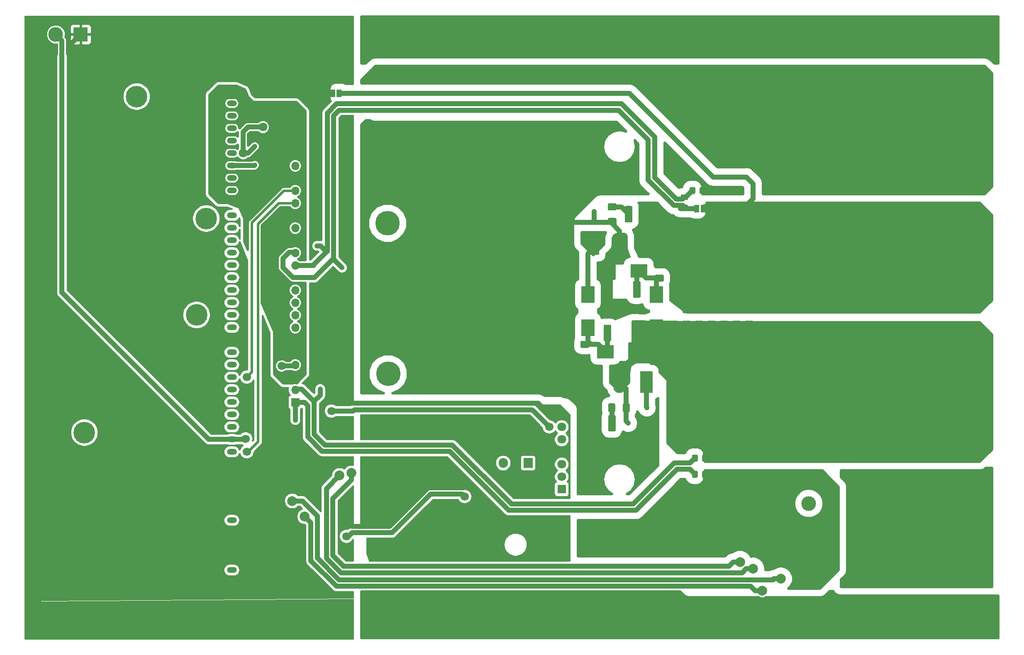
<source format=gbr>
G04 #@! TF.GenerationSoftware,KiCad,Pcbnew,(5.0.0-rc2-dev-586-g888c43477)*
G04 #@! TF.CreationDate,2018-08-27T22:46:23-03:00*
G04 #@! TF.ProjectId,Mcc18,4D636331382E6B696361645F70636200,rev?*
G04 #@! TF.SameCoordinates,Original*
G04 #@! TF.FileFunction,Copper,L1,Top,Signal*
G04 #@! TF.FilePolarity,Positive*
%FSLAX46Y46*%
G04 Gerber Fmt 4.6, Leading zero omitted, Abs format (unit mm)*
G04 Created by KiCad (PCBNEW (5.0.0-rc2-dev-586-g888c43477)) date 08/27/18 22:46:23*
%MOMM*%
%LPD*%
G01*
G04 APERTURE LIST*
%ADD10R,3.000000X3.000000*%
%ADD11C,3.000000*%
%ADD12O,1.905000X2.000000*%
%ADD13R,1.905000X2.000000*%
%ADD14R,1.000000X1.500000*%
%ADD15O,1.700000X1.700000*%
%ADD16R,1.700000X1.700000*%
%ADD17R,3.500000X2.700000*%
%ADD18C,0.100000*%
%ADD19C,1.425000*%
%ADD20R,2.700000X3.500000*%
%ADD21C,5.000000*%
%ADD22C,10.000000*%
%ADD23O,2.500000X4.500000*%
%ADD24R,2.500000X4.500000*%
%ADD25C,1.150000*%
%ADD26C,1.525000*%
%ADD27C,1.000000*%
%ADD28C,1.800000*%
%ADD29R,1.800000X1.800000*%
%ADD30C,4.400000*%
%ADD31O,2.000000X1.200000*%
%ADD32C,1.700000*%
%ADD33C,2.000000*%
%ADD34C,0.508000*%
%ADD35C,1.000000*%
%ADD36C,9.000000*%
%ADD37C,0.304800*%
%ADD38C,0.254000*%
G04 APERTURE END LIST*
D10*
X61595000Y-33655000D03*
D11*
X56515000Y-33655000D03*
D12*
X147828000Y-121158000D03*
X150368000Y-121158000D03*
D13*
X152908000Y-121158000D03*
D14*
X113015000Y-45720000D03*
X114315000Y-45720000D03*
D15*
X105395605Y-68126995D03*
X105395605Y-73206995D03*
X105395605Y-75746995D03*
X105395605Y-78286995D03*
X105395605Y-80826995D03*
X105395605Y-85906995D03*
X105395605Y-88446995D03*
X105395605Y-90986995D03*
X105395605Y-93526995D03*
X105395605Y-96066995D03*
X105395605Y-101146995D03*
X105395605Y-103686995D03*
X105395605Y-106226995D03*
D16*
X105395605Y-108766995D03*
D15*
X105395605Y-65586995D03*
X105395605Y-63046995D03*
X105395605Y-60506995D03*
D17*
X175485000Y-81915000D03*
X168685000Y-81915000D03*
D18*
G36*
X173424504Y-108981204D02*
X173448773Y-108984804D01*
X173472571Y-108990765D01*
X173495671Y-108999030D01*
X173517849Y-109009520D01*
X173538893Y-109022133D01*
X173558598Y-109036747D01*
X173576777Y-109053223D01*
X173593253Y-109071402D01*
X173607867Y-109091107D01*
X173620480Y-109112151D01*
X173630970Y-109134329D01*
X173639235Y-109157429D01*
X173645196Y-109181227D01*
X173648796Y-109205496D01*
X173650000Y-109230000D01*
X173650000Y-110480000D01*
X173648796Y-110504504D01*
X173645196Y-110528773D01*
X173639235Y-110552571D01*
X173630970Y-110575671D01*
X173620480Y-110597849D01*
X173607867Y-110618893D01*
X173593253Y-110638598D01*
X173576777Y-110656777D01*
X173558598Y-110673253D01*
X173538893Y-110687867D01*
X173517849Y-110700480D01*
X173495671Y-110710970D01*
X173472571Y-110719235D01*
X173448773Y-110725196D01*
X173424504Y-110728796D01*
X173400000Y-110730000D01*
X172475000Y-110730000D01*
X172450496Y-110728796D01*
X172426227Y-110725196D01*
X172402429Y-110719235D01*
X172379329Y-110710970D01*
X172357151Y-110700480D01*
X172336107Y-110687867D01*
X172316402Y-110673253D01*
X172298223Y-110656777D01*
X172281747Y-110638598D01*
X172267133Y-110618893D01*
X172254520Y-110597849D01*
X172244030Y-110575671D01*
X172235765Y-110552571D01*
X172229804Y-110528773D01*
X172226204Y-110504504D01*
X172225000Y-110480000D01*
X172225000Y-109230000D01*
X172226204Y-109205496D01*
X172229804Y-109181227D01*
X172235765Y-109157429D01*
X172244030Y-109134329D01*
X172254520Y-109112151D01*
X172267133Y-109091107D01*
X172281747Y-109071402D01*
X172298223Y-109053223D01*
X172316402Y-109036747D01*
X172336107Y-109022133D01*
X172357151Y-109009520D01*
X172379329Y-108999030D01*
X172402429Y-108990765D01*
X172426227Y-108984804D01*
X172450496Y-108981204D01*
X172475000Y-108980000D01*
X173400000Y-108980000D01*
X173424504Y-108981204D01*
X173424504Y-108981204D01*
G37*
D19*
X172937500Y-109855000D03*
D18*
G36*
X170449504Y-108981204D02*
X170473773Y-108984804D01*
X170497571Y-108990765D01*
X170520671Y-108999030D01*
X170542849Y-109009520D01*
X170563893Y-109022133D01*
X170583598Y-109036747D01*
X170601777Y-109053223D01*
X170618253Y-109071402D01*
X170632867Y-109091107D01*
X170645480Y-109112151D01*
X170655970Y-109134329D01*
X170664235Y-109157429D01*
X170670196Y-109181227D01*
X170673796Y-109205496D01*
X170675000Y-109230000D01*
X170675000Y-110480000D01*
X170673796Y-110504504D01*
X170670196Y-110528773D01*
X170664235Y-110552571D01*
X170655970Y-110575671D01*
X170645480Y-110597849D01*
X170632867Y-110618893D01*
X170618253Y-110638598D01*
X170601777Y-110656777D01*
X170583598Y-110673253D01*
X170563893Y-110687867D01*
X170542849Y-110700480D01*
X170520671Y-110710970D01*
X170497571Y-110719235D01*
X170473773Y-110725196D01*
X170449504Y-110728796D01*
X170425000Y-110730000D01*
X169500000Y-110730000D01*
X169475496Y-110728796D01*
X169451227Y-110725196D01*
X169427429Y-110719235D01*
X169404329Y-110710970D01*
X169382151Y-110700480D01*
X169361107Y-110687867D01*
X169341402Y-110673253D01*
X169323223Y-110656777D01*
X169306747Y-110638598D01*
X169292133Y-110618893D01*
X169279520Y-110597849D01*
X169269030Y-110575671D01*
X169260765Y-110552571D01*
X169254804Y-110528773D01*
X169251204Y-110504504D01*
X169250000Y-110480000D01*
X169250000Y-109230000D01*
X169251204Y-109205496D01*
X169254804Y-109181227D01*
X169260765Y-109157429D01*
X169269030Y-109134329D01*
X169279520Y-109112151D01*
X169292133Y-109091107D01*
X169306747Y-109071402D01*
X169323223Y-109053223D01*
X169341402Y-109036747D01*
X169361107Y-109022133D01*
X169382151Y-109009520D01*
X169404329Y-108999030D01*
X169427429Y-108990765D01*
X169451227Y-108984804D01*
X169475496Y-108981204D01*
X169500000Y-108980000D01*
X170425000Y-108980000D01*
X170449504Y-108981204D01*
X170449504Y-108981204D01*
G37*
D19*
X169962500Y-109855000D03*
D18*
G36*
X170702504Y-71134204D02*
X170726773Y-71137804D01*
X170750571Y-71143765D01*
X170773671Y-71152030D01*
X170795849Y-71162520D01*
X170816893Y-71175133D01*
X170836598Y-71189747D01*
X170854777Y-71206223D01*
X170871253Y-71224402D01*
X170885867Y-71244107D01*
X170898480Y-71265151D01*
X170908970Y-71287329D01*
X170917235Y-71310429D01*
X170923196Y-71334227D01*
X170926796Y-71358496D01*
X170928000Y-71383000D01*
X170928000Y-72308000D01*
X170926796Y-72332504D01*
X170923196Y-72356773D01*
X170917235Y-72380571D01*
X170908970Y-72403671D01*
X170898480Y-72425849D01*
X170885867Y-72446893D01*
X170871253Y-72466598D01*
X170854777Y-72484777D01*
X170836598Y-72501253D01*
X170816893Y-72515867D01*
X170795849Y-72528480D01*
X170773671Y-72538970D01*
X170750571Y-72547235D01*
X170726773Y-72553196D01*
X170702504Y-72556796D01*
X170678000Y-72558000D01*
X169428000Y-72558000D01*
X169403496Y-72556796D01*
X169379227Y-72553196D01*
X169355429Y-72547235D01*
X169332329Y-72538970D01*
X169310151Y-72528480D01*
X169289107Y-72515867D01*
X169269402Y-72501253D01*
X169251223Y-72484777D01*
X169234747Y-72466598D01*
X169220133Y-72446893D01*
X169207520Y-72425849D01*
X169197030Y-72403671D01*
X169188765Y-72380571D01*
X169182804Y-72356773D01*
X169179204Y-72332504D01*
X169178000Y-72308000D01*
X169178000Y-71383000D01*
X169179204Y-71358496D01*
X169182804Y-71334227D01*
X169188765Y-71310429D01*
X169197030Y-71287329D01*
X169207520Y-71265151D01*
X169220133Y-71244107D01*
X169234747Y-71224402D01*
X169251223Y-71206223D01*
X169269402Y-71189747D01*
X169289107Y-71175133D01*
X169310151Y-71162520D01*
X169332329Y-71152030D01*
X169355429Y-71143765D01*
X169379227Y-71137804D01*
X169403496Y-71134204D01*
X169428000Y-71133000D01*
X170678000Y-71133000D01*
X170702504Y-71134204D01*
X170702504Y-71134204D01*
G37*
D19*
X170053000Y-71845500D03*
D18*
G36*
X170702504Y-68159204D02*
X170726773Y-68162804D01*
X170750571Y-68168765D01*
X170773671Y-68177030D01*
X170795849Y-68187520D01*
X170816893Y-68200133D01*
X170836598Y-68214747D01*
X170854777Y-68231223D01*
X170871253Y-68249402D01*
X170885867Y-68269107D01*
X170898480Y-68290151D01*
X170908970Y-68312329D01*
X170917235Y-68335429D01*
X170923196Y-68359227D01*
X170926796Y-68383496D01*
X170928000Y-68408000D01*
X170928000Y-69333000D01*
X170926796Y-69357504D01*
X170923196Y-69381773D01*
X170917235Y-69405571D01*
X170908970Y-69428671D01*
X170898480Y-69450849D01*
X170885867Y-69471893D01*
X170871253Y-69491598D01*
X170854777Y-69509777D01*
X170836598Y-69526253D01*
X170816893Y-69540867D01*
X170795849Y-69553480D01*
X170773671Y-69563970D01*
X170750571Y-69572235D01*
X170726773Y-69578196D01*
X170702504Y-69581796D01*
X170678000Y-69583000D01*
X169428000Y-69583000D01*
X169403496Y-69581796D01*
X169379227Y-69578196D01*
X169355429Y-69572235D01*
X169332329Y-69563970D01*
X169310151Y-69553480D01*
X169289107Y-69540867D01*
X169269402Y-69526253D01*
X169251223Y-69509777D01*
X169234747Y-69491598D01*
X169220133Y-69471893D01*
X169207520Y-69450849D01*
X169197030Y-69428671D01*
X169188765Y-69405571D01*
X169182804Y-69381773D01*
X169179204Y-69357504D01*
X169178000Y-69333000D01*
X169178000Y-68408000D01*
X169179204Y-68383496D01*
X169182804Y-68359227D01*
X169188765Y-68335429D01*
X169197030Y-68312329D01*
X169207520Y-68290151D01*
X169220133Y-68269107D01*
X169234747Y-68249402D01*
X169251223Y-68231223D01*
X169269402Y-68214747D01*
X169289107Y-68200133D01*
X169310151Y-68187520D01*
X169332329Y-68177030D01*
X169355429Y-68168765D01*
X169379227Y-68162804D01*
X169403496Y-68159204D01*
X169428000Y-68158000D01*
X170678000Y-68158000D01*
X170702504Y-68159204D01*
X170702504Y-68159204D01*
G37*
D19*
X170053000Y-68870500D03*
D18*
G36*
X180354504Y-82691204D02*
X180378773Y-82694804D01*
X180402571Y-82700765D01*
X180425671Y-82709030D01*
X180447849Y-82719520D01*
X180468893Y-82732133D01*
X180488598Y-82746747D01*
X180506777Y-82763223D01*
X180523253Y-82781402D01*
X180537867Y-82801107D01*
X180550480Y-82822151D01*
X180560970Y-82844329D01*
X180569235Y-82867429D01*
X180575196Y-82891227D01*
X180578796Y-82915496D01*
X180580000Y-82940000D01*
X180580000Y-83865000D01*
X180578796Y-83889504D01*
X180575196Y-83913773D01*
X180569235Y-83937571D01*
X180560970Y-83960671D01*
X180550480Y-83982849D01*
X180537867Y-84003893D01*
X180523253Y-84023598D01*
X180506777Y-84041777D01*
X180488598Y-84058253D01*
X180468893Y-84072867D01*
X180447849Y-84085480D01*
X180425671Y-84095970D01*
X180402571Y-84104235D01*
X180378773Y-84110196D01*
X180354504Y-84113796D01*
X180330000Y-84115000D01*
X179080000Y-84115000D01*
X179055496Y-84113796D01*
X179031227Y-84110196D01*
X179007429Y-84104235D01*
X178984329Y-84095970D01*
X178962151Y-84085480D01*
X178941107Y-84072867D01*
X178921402Y-84058253D01*
X178903223Y-84041777D01*
X178886747Y-84023598D01*
X178872133Y-84003893D01*
X178859520Y-83982849D01*
X178849030Y-83960671D01*
X178840765Y-83937571D01*
X178834804Y-83913773D01*
X178831204Y-83889504D01*
X178830000Y-83865000D01*
X178830000Y-82940000D01*
X178831204Y-82915496D01*
X178834804Y-82891227D01*
X178840765Y-82867429D01*
X178849030Y-82844329D01*
X178859520Y-82822151D01*
X178872133Y-82801107D01*
X178886747Y-82781402D01*
X178903223Y-82763223D01*
X178921402Y-82746747D01*
X178941107Y-82732133D01*
X178962151Y-82719520D01*
X178984329Y-82709030D01*
X179007429Y-82700765D01*
X179031227Y-82694804D01*
X179055496Y-82691204D01*
X179080000Y-82690000D01*
X180330000Y-82690000D01*
X180354504Y-82691204D01*
X180354504Y-82691204D01*
G37*
D19*
X179705000Y-83402500D03*
D18*
G36*
X180354504Y-79716204D02*
X180378773Y-79719804D01*
X180402571Y-79725765D01*
X180425671Y-79734030D01*
X180447849Y-79744520D01*
X180468893Y-79757133D01*
X180488598Y-79771747D01*
X180506777Y-79788223D01*
X180523253Y-79806402D01*
X180537867Y-79826107D01*
X180550480Y-79847151D01*
X180560970Y-79869329D01*
X180569235Y-79892429D01*
X180575196Y-79916227D01*
X180578796Y-79940496D01*
X180580000Y-79965000D01*
X180580000Y-80890000D01*
X180578796Y-80914504D01*
X180575196Y-80938773D01*
X180569235Y-80962571D01*
X180560970Y-80985671D01*
X180550480Y-81007849D01*
X180537867Y-81028893D01*
X180523253Y-81048598D01*
X180506777Y-81066777D01*
X180488598Y-81083253D01*
X180468893Y-81097867D01*
X180447849Y-81110480D01*
X180425671Y-81120970D01*
X180402571Y-81129235D01*
X180378773Y-81135196D01*
X180354504Y-81138796D01*
X180330000Y-81140000D01*
X179080000Y-81140000D01*
X179055496Y-81138796D01*
X179031227Y-81135196D01*
X179007429Y-81129235D01*
X178984329Y-81120970D01*
X178962151Y-81110480D01*
X178941107Y-81097867D01*
X178921402Y-81083253D01*
X178903223Y-81066777D01*
X178886747Y-81048598D01*
X178872133Y-81028893D01*
X178859520Y-81007849D01*
X178849030Y-80985671D01*
X178840765Y-80962571D01*
X178834804Y-80938773D01*
X178831204Y-80914504D01*
X178830000Y-80890000D01*
X178830000Y-79965000D01*
X178831204Y-79940496D01*
X178834804Y-79916227D01*
X178840765Y-79892429D01*
X178849030Y-79869329D01*
X178859520Y-79847151D01*
X178872133Y-79826107D01*
X178886747Y-79806402D01*
X178903223Y-79788223D01*
X178921402Y-79771747D01*
X178941107Y-79757133D01*
X178962151Y-79744520D01*
X178984329Y-79734030D01*
X179007429Y-79725765D01*
X179031227Y-79719804D01*
X179055496Y-79716204D01*
X179080000Y-79715000D01*
X180330000Y-79715000D01*
X180354504Y-79716204D01*
X180354504Y-79716204D01*
G37*
D19*
X179705000Y-80427500D03*
D18*
G36*
X196102504Y-89114204D02*
X196126773Y-89117804D01*
X196150571Y-89123765D01*
X196173671Y-89132030D01*
X196195849Y-89142520D01*
X196216893Y-89155133D01*
X196236598Y-89169747D01*
X196254777Y-89186223D01*
X196271253Y-89204402D01*
X196285867Y-89224107D01*
X196298480Y-89245151D01*
X196308970Y-89267329D01*
X196317235Y-89290429D01*
X196323196Y-89314227D01*
X196326796Y-89338496D01*
X196328000Y-89363000D01*
X196328000Y-90288000D01*
X196326796Y-90312504D01*
X196323196Y-90336773D01*
X196317235Y-90360571D01*
X196308970Y-90383671D01*
X196298480Y-90405849D01*
X196285867Y-90426893D01*
X196271253Y-90446598D01*
X196254777Y-90464777D01*
X196236598Y-90481253D01*
X196216893Y-90495867D01*
X196195849Y-90508480D01*
X196173671Y-90518970D01*
X196150571Y-90527235D01*
X196126773Y-90533196D01*
X196102504Y-90536796D01*
X196078000Y-90538000D01*
X194828000Y-90538000D01*
X194803496Y-90536796D01*
X194779227Y-90533196D01*
X194755429Y-90527235D01*
X194732329Y-90518970D01*
X194710151Y-90508480D01*
X194689107Y-90495867D01*
X194669402Y-90481253D01*
X194651223Y-90464777D01*
X194634747Y-90446598D01*
X194620133Y-90426893D01*
X194607520Y-90405849D01*
X194597030Y-90383671D01*
X194588765Y-90360571D01*
X194582804Y-90336773D01*
X194579204Y-90312504D01*
X194578000Y-90288000D01*
X194578000Y-89363000D01*
X194579204Y-89338496D01*
X194582804Y-89314227D01*
X194588765Y-89290429D01*
X194597030Y-89267329D01*
X194607520Y-89245151D01*
X194620133Y-89224107D01*
X194634747Y-89204402D01*
X194651223Y-89186223D01*
X194669402Y-89169747D01*
X194689107Y-89155133D01*
X194710151Y-89142520D01*
X194732329Y-89132030D01*
X194755429Y-89123765D01*
X194779227Y-89117804D01*
X194803496Y-89114204D01*
X194828000Y-89113000D01*
X196078000Y-89113000D01*
X196102504Y-89114204D01*
X196102504Y-89114204D01*
G37*
D19*
X195453000Y-89825500D03*
D18*
G36*
X196102504Y-92089204D02*
X196126773Y-92092804D01*
X196150571Y-92098765D01*
X196173671Y-92107030D01*
X196195849Y-92117520D01*
X196216893Y-92130133D01*
X196236598Y-92144747D01*
X196254777Y-92161223D01*
X196271253Y-92179402D01*
X196285867Y-92199107D01*
X196298480Y-92220151D01*
X196308970Y-92242329D01*
X196317235Y-92265429D01*
X196323196Y-92289227D01*
X196326796Y-92313496D01*
X196328000Y-92338000D01*
X196328000Y-93263000D01*
X196326796Y-93287504D01*
X196323196Y-93311773D01*
X196317235Y-93335571D01*
X196308970Y-93358671D01*
X196298480Y-93380849D01*
X196285867Y-93401893D01*
X196271253Y-93421598D01*
X196254777Y-93439777D01*
X196236598Y-93456253D01*
X196216893Y-93470867D01*
X196195849Y-93483480D01*
X196173671Y-93493970D01*
X196150571Y-93502235D01*
X196126773Y-93508196D01*
X196102504Y-93511796D01*
X196078000Y-93513000D01*
X194828000Y-93513000D01*
X194803496Y-93511796D01*
X194779227Y-93508196D01*
X194755429Y-93502235D01*
X194732329Y-93493970D01*
X194710151Y-93483480D01*
X194689107Y-93470867D01*
X194669402Y-93456253D01*
X194651223Y-93439777D01*
X194634747Y-93421598D01*
X194620133Y-93401893D01*
X194607520Y-93380849D01*
X194597030Y-93358671D01*
X194588765Y-93335571D01*
X194582804Y-93311773D01*
X194579204Y-93287504D01*
X194578000Y-93263000D01*
X194578000Y-92338000D01*
X194579204Y-92313496D01*
X194582804Y-92289227D01*
X194588765Y-92265429D01*
X194597030Y-92242329D01*
X194607520Y-92220151D01*
X194620133Y-92199107D01*
X194634747Y-92179402D01*
X194651223Y-92161223D01*
X194669402Y-92144747D01*
X194689107Y-92130133D01*
X194710151Y-92117520D01*
X194732329Y-92107030D01*
X194755429Y-92098765D01*
X194779227Y-92092804D01*
X194803496Y-92089204D01*
X194828000Y-92088000D01*
X196078000Y-92088000D01*
X196102504Y-92089204D01*
X196102504Y-92089204D01*
G37*
D19*
X195453000Y-92800500D03*
D18*
G36*
X165114504Y-99201204D02*
X165138773Y-99204804D01*
X165162571Y-99210765D01*
X165185671Y-99219030D01*
X165207849Y-99229520D01*
X165228893Y-99242133D01*
X165248598Y-99256747D01*
X165266777Y-99273223D01*
X165283253Y-99291402D01*
X165297867Y-99311107D01*
X165310480Y-99332151D01*
X165320970Y-99354329D01*
X165329235Y-99377429D01*
X165335196Y-99401227D01*
X165338796Y-99425496D01*
X165340000Y-99450000D01*
X165340000Y-100375000D01*
X165338796Y-100399504D01*
X165335196Y-100423773D01*
X165329235Y-100447571D01*
X165320970Y-100470671D01*
X165310480Y-100492849D01*
X165297867Y-100513893D01*
X165283253Y-100533598D01*
X165266777Y-100551777D01*
X165248598Y-100568253D01*
X165228893Y-100582867D01*
X165207849Y-100595480D01*
X165185671Y-100605970D01*
X165162571Y-100614235D01*
X165138773Y-100620196D01*
X165114504Y-100623796D01*
X165090000Y-100625000D01*
X163840000Y-100625000D01*
X163815496Y-100623796D01*
X163791227Y-100620196D01*
X163767429Y-100614235D01*
X163744329Y-100605970D01*
X163722151Y-100595480D01*
X163701107Y-100582867D01*
X163681402Y-100568253D01*
X163663223Y-100551777D01*
X163646747Y-100533598D01*
X163632133Y-100513893D01*
X163619520Y-100492849D01*
X163609030Y-100470671D01*
X163600765Y-100447571D01*
X163594804Y-100423773D01*
X163591204Y-100399504D01*
X163590000Y-100375000D01*
X163590000Y-99450000D01*
X163591204Y-99425496D01*
X163594804Y-99401227D01*
X163600765Y-99377429D01*
X163609030Y-99354329D01*
X163619520Y-99332151D01*
X163632133Y-99311107D01*
X163646747Y-99291402D01*
X163663223Y-99273223D01*
X163681402Y-99256747D01*
X163701107Y-99242133D01*
X163722151Y-99229520D01*
X163744329Y-99219030D01*
X163767429Y-99210765D01*
X163791227Y-99204804D01*
X163815496Y-99201204D01*
X163840000Y-99200000D01*
X165090000Y-99200000D01*
X165114504Y-99201204D01*
X165114504Y-99201204D01*
G37*
D19*
X164465000Y-99912500D03*
D18*
G36*
X165114504Y-96226204D02*
X165138773Y-96229804D01*
X165162571Y-96235765D01*
X165185671Y-96244030D01*
X165207849Y-96254520D01*
X165228893Y-96267133D01*
X165248598Y-96281747D01*
X165266777Y-96298223D01*
X165283253Y-96316402D01*
X165297867Y-96336107D01*
X165310480Y-96357151D01*
X165320970Y-96379329D01*
X165329235Y-96402429D01*
X165335196Y-96426227D01*
X165338796Y-96450496D01*
X165340000Y-96475000D01*
X165340000Y-97400000D01*
X165338796Y-97424504D01*
X165335196Y-97448773D01*
X165329235Y-97472571D01*
X165320970Y-97495671D01*
X165310480Y-97517849D01*
X165297867Y-97538893D01*
X165283253Y-97558598D01*
X165266777Y-97576777D01*
X165248598Y-97593253D01*
X165228893Y-97607867D01*
X165207849Y-97620480D01*
X165185671Y-97630970D01*
X165162571Y-97639235D01*
X165138773Y-97645196D01*
X165114504Y-97648796D01*
X165090000Y-97650000D01*
X163840000Y-97650000D01*
X163815496Y-97648796D01*
X163791227Y-97645196D01*
X163767429Y-97639235D01*
X163744329Y-97630970D01*
X163722151Y-97620480D01*
X163701107Y-97607867D01*
X163681402Y-97593253D01*
X163663223Y-97576777D01*
X163646747Y-97558598D01*
X163632133Y-97538893D01*
X163619520Y-97517849D01*
X163609030Y-97495671D01*
X163600765Y-97472571D01*
X163594804Y-97448773D01*
X163591204Y-97424504D01*
X163590000Y-97400000D01*
X163590000Y-96475000D01*
X163591204Y-96450496D01*
X163594804Y-96426227D01*
X163600765Y-96402429D01*
X163609030Y-96379329D01*
X163619520Y-96357151D01*
X163632133Y-96336107D01*
X163646747Y-96316402D01*
X163663223Y-96298223D01*
X163681402Y-96281747D01*
X163701107Y-96267133D01*
X163722151Y-96254520D01*
X163744329Y-96244030D01*
X163767429Y-96235765D01*
X163791227Y-96229804D01*
X163815496Y-96226204D01*
X163840000Y-96225000D01*
X165090000Y-96225000D01*
X165114504Y-96226204D01*
X165114504Y-96226204D01*
G37*
D19*
X164465000Y-96937500D03*
D18*
G36*
X198642504Y-92089204D02*
X198666773Y-92092804D01*
X198690571Y-92098765D01*
X198713671Y-92107030D01*
X198735849Y-92117520D01*
X198756893Y-92130133D01*
X198776598Y-92144747D01*
X198794777Y-92161223D01*
X198811253Y-92179402D01*
X198825867Y-92199107D01*
X198838480Y-92220151D01*
X198848970Y-92242329D01*
X198857235Y-92265429D01*
X198863196Y-92289227D01*
X198866796Y-92313496D01*
X198868000Y-92338000D01*
X198868000Y-93263000D01*
X198866796Y-93287504D01*
X198863196Y-93311773D01*
X198857235Y-93335571D01*
X198848970Y-93358671D01*
X198838480Y-93380849D01*
X198825867Y-93401893D01*
X198811253Y-93421598D01*
X198794777Y-93439777D01*
X198776598Y-93456253D01*
X198756893Y-93470867D01*
X198735849Y-93483480D01*
X198713671Y-93493970D01*
X198690571Y-93502235D01*
X198666773Y-93508196D01*
X198642504Y-93511796D01*
X198618000Y-93513000D01*
X197368000Y-93513000D01*
X197343496Y-93511796D01*
X197319227Y-93508196D01*
X197295429Y-93502235D01*
X197272329Y-93493970D01*
X197250151Y-93483480D01*
X197229107Y-93470867D01*
X197209402Y-93456253D01*
X197191223Y-93439777D01*
X197174747Y-93421598D01*
X197160133Y-93401893D01*
X197147520Y-93380849D01*
X197137030Y-93358671D01*
X197128765Y-93335571D01*
X197122804Y-93311773D01*
X197119204Y-93287504D01*
X197118000Y-93263000D01*
X197118000Y-92338000D01*
X197119204Y-92313496D01*
X197122804Y-92289227D01*
X197128765Y-92265429D01*
X197137030Y-92242329D01*
X197147520Y-92220151D01*
X197160133Y-92199107D01*
X197174747Y-92179402D01*
X197191223Y-92161223D01*
X197209402Y-92144747D01*
X197229107Y-92130133D01*
X197250151Y-92117520D01*
X197272329Y-92107030D01*
X197295429Y-92098765D01*
X197319227Y-92092804D01*
X197343496Y-92089204D01*
X197368000Y-92088000D01*
X198618000Y-92088000D01*
X198642504Y-92089204D01*
X198642504Y-92089204D01*
G37*
D19*
X197993000Y-92800500D03*
D18*
G36*
X198642504Y-89114204D02*
X198666773Y-89117804D01*
X198690571Y-89123765D01*
X198713671Y-89132030D01*
X198735849Y-89142520D01*
X198756893Y-89155133D01*
X198776598Y-89169747D01*
X198794777Y-89186223D01*
X198811253Y-89204402D01*
X198825867Y-89224107D01*
X198838480Y-89245151D01*
X198848970Y-89267329D01*
X198857235Y-89290429D01*
X198863196Y-89314227D01*
X198866796Y-89338496D01*
X198868000Y-89363000D01*
X198868000Y-90288000D01*
X198866796Y-90312504D01*
X198863196Y-90336773D01*
X198857235Y-90360571D01*
X198848970Y-90383671D01*
X198838480Y-90405849D01*
X198825867Y-90426893D01*
X198811253Y-90446598D01*
X198794777Y-90464777D01*
X198776598Y-90481253D01*
X198756893Y-90495867D01*
X198735849Y-90508480D01*
X198713671Y-90518970D01*
X198690571Y-90527235D01*
X198666773Y-90533196D01*
X198642504Y-90536796D01*
X198618000Y-90538000D01*
X197368000Y-90538000D01*
X197343496Y-90536796D01*
X197319227Y-90533196D01*
X197295429Y-90527235D01*
X197272329Y-90518970D01*
X197250151Y-90508480D01*
X197229107Y-90495867D01*
X197209402Y-90481253D01*
X197191223Y-90464777D01*
X197174747Y-90446598D01*
X197160133Y-90426893D01*
X197147520Y-90405849D01*
X197137030Y-90383671D01*
X197128765Y-90360571D01*
X197122804Y-90336773D01*
X197119204Y-90312504D01*
X197118000Y-90288000D01*
X197118000Y-89363000D01*
X197119204Y-89338496D01*
X197122804Y-89314227D01*
X197128765Y-89290429D01*
X197137030Y-89267329D01*
X197147520Y-89245151D01*
X197160133Y-89224107D01*
X197174747Y-89204402D01*
X197191223Y-89186223D01*
X197209402Y-89169747D01*
X197229107Y-89155133D01*
X197250151Y-89142520D01*
X197272329Y-89132030D01*
X197295429Y-89123765D01*
X197319227Y-89117804D01*
X197343496Y-89114204D01*
X197368000Y-89113000D01*
X198618000Y-89113000D01*
X198642504Y-89114204D01*
X198642504Y-89114204D01*
G37*
D19*
X197993000Y-89825500D03*
D18*
G36*
X193562504Y-89114204D02*
X193586773Y-89117804D01*
X193610571Y-89123765D01*
X193633671Y-89132030D01*
X193655849Y-89142520D01*
X193676893Y-89155133D01*
X193696598Y-89169747D01*
X193714777Y-89186223D01*
X193731253Y-89204402D01*
X193745867Y-89224107D01*
X193758480Y-89245151D01*
X193768970Y-89267329D01*
X193777235Y-89290429D01*
X193783196Y-89314227D01*
X193786796Y-89338496D01*
X193788000Y-89363000D01*
X193788000Y-90288000D01*
X193786796Y-90312504D01*
X193783196Y-90336773D01*
X193777235Y-90360571D01*
X193768970Y-90383671D01*
X193758480Y-90405849D01*
X193745867Y-90426893D01*
X193731253Y-90446598D01*
X193714777Y-90464777D01*
X193696598Y-90481253D01*
X193676893Y-90495867D01*
X193655849Y-90508480D01*
X193633671Y-90518970D01*
X193610571Y-90527235D01*
X193586773Y-90533196D01*
X193562504Y-90536796D01*
X193538000Y-90538000D01*
X192288000Y-90538000D01*
X192263496Y-90536796D01*
X192239227Y-90533196D01*
X192215429Y-90527235D01*
X192192329Y-90518970D01*
X192170151Y-90508480D01*
X192149107Y-90495867D01*
X192129402Y-90481253D01*
X192111223Y-90464777D01*
X192094747Y-90446598D01*
X192080133Y-90426893D01*
X192067520Y-90405849D01*
X192057030Y-90383671D01*
X192048765Y-90360571D01*
X192042804Y-90336773D01*
X192039204Y-90312504D01*
X192038000Y-90288000D01*
X192038000Y-89363000D01*
X192039204Y-89338496D01*
X192042804Y-89314227D01*
X192048765Y-89290429D01*
X192057030Y-89267329D01*
X192067520Y-89245151D01*
X192080133Y-89224107D01*
X192094747Y-89204402D01*
X192111223Y-89186223D01*
X192129402Y-89169747D01*
X192149107Y-89155133D01*
X192170151Y-89142520D01*
X192192329Y-89132030D01*
X192215429Y-89123765D01*
X192239227Y-89117804D01*
X192263496Y-89114204D01*
X192288000Y-89113000D01*
X193538000Y-89113000D01*
X193562504Y-89114204D01*
X193562504Y-89114204D01*
G37*
D19*
X192913000Y-89825500D03*
D18*
G36*
X193562504Y-92089204D02*
X193586773Y-92092804D01*
X193610571Y-92098765D01*
X193633671Y-92107030D01*
X193655849Y-92117520D01*
X193676893Y-92130133D01*
X193696598Y-92144747D01*
X193714777Y-92161223D01*
X193731253Y-92179402D01*
X193745867Y-92199107D01*
X193758480Y-92220151D01*
X193768970Y-92242329D01*
X193777235Y-92265429D01*
X193783196Y-92289227D01*
X193786796Y-92313496D01*
X193788000Y-92338000D01*
X193788000Y-93263000D01*
X193786796Y-93287504D01*
X193783196Y-93311773D01*
X193777235Y-93335571D01*
X193768970Y-93358671D01*
X193758480Y-93380849D01*
X193745867Y-93401893D01*
X193731253Y-93421598D01*
X193714777Y-93439777D01*
X193696598Y-93456253D01*
X193676893Y-93470867D01*
X193655849Y-93483480D01*
X193633671Y-93493970D01*
X193610571Y-93502235D01*
X193586773Y-93508196D01*
X193562504Y-93511796D01*
X193538000Y-93513000D01*
X192288000Y-93513000D01*
X192263496Y-93511796D01*
X192239227Y-93508196D01*
X192215429Y-93502235D01*
X192192329Y-93493970D01*
X192170151Y-93483480D01*
X192149107Y-93470867D01*
X192129402Y-93456253D01*
X192111223Y-93439777D01*
X192094747Y-93421598D01*
X192080133Y-93401893D01*
X192067520Y-93380849D01*
X192057030Y-93358671D01*
X192048765Y-93335571D01*
X192042804Y-93311773D01*
X192039204Y-93287504D01*
X192038000Y-93263000D01*
X192038000Y-92338000D01*
X192039204Y-92313496D01*
X192042804Y-92289227D01*
X192048765Y-92265429D01*
X192057030Y-92242329D01*
X192067520Y-92220151D01*
X192080133Y-92199107D01*
X192094747Y-92179402D01*
X192111223Y-92161223D01*
X192129402Y-92144747D01*
X192149107Y-92130133D01*
X192170151Y-92117520D01*
X192192329Y-92107030D01*
X192215429Y-92098765D01*
X192239227Y-92092804D01*
X192263496Y-92089204D01*
X192288000Y-92088000D01*
X193538000Y-92088000D01*
X193562504Y-92089204D01*
X193562504Y-92089204D01*
G37*
D19*
X192913000Y-92800500D03*
D18*
G36*
X191022504Y-92089204D02*
X191046773Y-92092804D01*
X191070571Y-92098765D01*
X191093671Y-92107030D01*
X191115849Y-92117520D01*
X191136893Y-92130133D01*
X191156598Y-92144747D01*
X191174777Y-92161223D01*
X191191253Y-92179402D01*
X191205867Y-92199107D01*
X191218480Y-92220151D01*
X191228970Y-92242329D01*
X191237235Y-92265429D01*
X191243196Y-92289227D01*
X191246796Y-92313496D01*
X191248000Y-92338000D01*
X191248000Y-93263000D01*
X191246796Y-93287504D01*
X191243196Y-93311773D01*
X191237235Y-93335571D01*
X191228970Y-93358671D01*
X191218480Y-93380849D01*
X191205867Y-93401893D01*
X191191253Y-93421598D01*
X191174777Y-93439777D01*
X191156598Y-93456253D01*
X191136893Y-93470867D01*
X191115849Y-93483480D01*
X191093671Y-93493970D01*
X191070571Y-93502235D01*
X191046773Y-93508196D01*
X191022504Y-93511796D01*
X190998000Y-93513000D01*
X189748000Y-93513000D01*
X189723496Y-93511796D01*
X189699227Y-93508196D01*
X189675429Y-93502235D01*
X189652329Y-93493970D01*
X189630151Y-93483480D01*
X189609107Y-93470867D01*
X189589402Y-93456253D01*
X189571223Y-93439777D01*
X189554747Y-93421598D01*
X189540133Y-93401893D01*
X189527520Y-93380849D01*
X189517030Y-93358671D01*
X189508765Y-93335571D01*
X189502804Y-93311773D01*
X189499204Y-93287504D01*
X189498000Y-93263000D01*
X189498000Y-92338000D01*
X189499204Y-92313496D01*
X189502804Y-92289227D01*
X189508765Y-92265429D01*
X189517030Y-92242329D01*
X189527520Y-92220151D01*
X189540133Y-92199107D01*
X189554747Y-92179402D01*
X189571223Y-92161223D01*
X189589402Y-92144747D01*
X189609107Y-92130133D01*
X189630151Y-92117520D01*
X189652329Y-92107030D01*
X189675429Y-92098765D01*
X189699227Y-92092804D01*
X189723496Y-92089204D01*
X189748000Y-92088000D01*
X190998000Y-92088000D01*
X191022504Y-92089204D01*
X191022504Y-92089204D01*
G37*
D19*
X190373000Y-92800500D03*
D18*
G36*
X191022504Y-89114204D02*
X191046773Y-89117804D01*
X191070571Y-89123765D01*
X191093671Y-89132030D01*
X191115849Y-89142520D01*
X191136893Y-89155133D01*
X191156598Y-89169747D01*
X191174777Y-89186223D01*
X191191253Y-89204402D01*
X191205867Y-89224107D01*
X191218480Y-89245151D01*
X191228970Y-89267329D01*
X191237235Y-89290429D01*
X191243196Y-89314227D01*
X191246796Y-89338496D01*
X191248000Y-89363000D01*
X191248000Y-90288000D01*
X191246796Y-90312504D01*
X191243196Y-90336773D01*
X191237235Y-90360571D01*
X191228970Y-90383671D01*
X191218480Y-90405849D01*
X191205867Y-90426893D01*
X191191253Y-90446598D01*
X191174777Y-90464777D01*
X191156598Y-90481253D01*
X191136893Y-90495867D01*
X191115849Y-90508480D01*
X191093671Y-90518970D01*
X191070571Y-90527235D01*
X191046773Y-90533196D01*
X191022504Y-90536796D01*
X190998000Y-90538000D01*
X189748000Y-90538000D01*
X189723496Y-90536796D01*
X189699227Y-90533196D01*
X189675429Y-90527235D01*
X189652329Y-90518970D01*
X189630151Y-90508480D01*
X189609107Y-90495867D01*
X189589402Y-90481253D01*
X189571223Y-90464777D01*
X189554747Y-90446598D01*
X189540133Y-90426893D01*
X189527520Y-90405849D01*
X189517030Y-90383671D01*
X189508765Y-90360571D01*
X189502804Y-90336773D01*
X189499204Y-90312504D01*
X189498000Y-90288000D01*
X189498000Y-89363000D01*
X189499204Y-89338496D01*
X189502804Y-89314227D01*
X189508765Y-89290429D01*
X189517030Y-89267329D01*
X189527520Y-89245151D01*
X189540133Y-89224107D01*
X189554747Y-89204402D01*
X189571223Y-89186223D01*
X189589402Y-89169747D01*
X189609107Y-89155133D01*
X189630151Y-89142520D01*
X189652329Y-89132030D01*
X189675429Y-89123765D01*
X189699227Y-89117804D01*
X189723496Y-89114204D01*
X189748000Y-89113000D01*
X190998000Y-89113000D01*
X191022504Y-89114204D01*
X191022504Y-89114204D01*
G37*
D19*
X190373000Y-89825500D03*
D18*
G36*
X188482504Y-89114204D02*
X188506773Y-89117804D01*
X188530571Y-89123765D01*
X188553671Y-89132030D01*
X188575849Y-89142520D01*
X188596893Y-89155133D01*
X188616598Y-89169747D01*
X188634777Y-89186223D01*
X188651253Y-89204402D01*
X188665867Y-89224107D01*
X188678480Y-89245151D01*
X188688970Y-89267329D01*
X188697235Y-89290429D01*
X188703196Y-89314227D01*
X188706796Y-89338496D01*
X188708000Y-89363000D01*
X188708000Y-90288000D01*
X188706796Y-90312504D01*
X188703196Y-90336773D01*
X188697235Y-90360571D01*
X188688970Y-90383671D01*
X188678480Y-90405849D01*
X188665867Y-90426893D01*
X188651253Y-90446598D01*
X188634777Y-90464777D01*
X188616598Y-90481253D01*
X188596893Y-90495867D01*
X188575849Y-90508480D01*
X188553671Y-90518970D01*
X188530571Y-90527235D01*
X188506773Y-90533196D01*
X188482504Y-90536796D01*
X188458000Y-90538000D01*
X187208000Y-90538000D01*
X187183496Y-90536796D01*
X187159227Y-90533196D01*
X187135429Y-90527235D01*
X187112329Y-90518970D01*
X187090151Y-90508480D01*
X187069107Y-90495867D01*
X187049402Y-90481253D01*
X187031223Y-90464777D01*
X187014747Y-90446598D01*
X187000133Y-90426893D01*
X186987520Y-90405849D01*
X186977030Y-90383671D01*
X186968765Y-90360571D01*
X186962804Y-90336773D01*
X186959204Y-90312504D01*
X186958000Y-90288000D01*
X186958000Y-89363000D01*
X186959204Y-89338496D01*
X186962804Y-89314227D01*
X186968765Y-89290429D01*
X186977030Y-89267329D01*
X186987520Y-89245151D01*
X187000133Y-89224107D01*
X187014747Y-89204402D01*
X187031223Y-89186223D01*
X187049402Y-89169747D01*
X187069107Y-89155133D01*
X187090151Y-89142520D01*
X187112329Y-89132030D01*
X187135429Y-89123765D01*
X187159227Y-89117804D01*
X187183496Y-89114204D01*
X187208000Y-89113000D01*
X188458000Y-89113000D01*
X188482504Y-89114204D01*
X188482504Y-89114204D01*
G37*
D19*
X187833000Y-89825500D03*
D18*
G36*
X188482504Y-92089204D02*
X188506773Y-92092804D01*
X188530571Y-92098765D01*
X188553671Y-92107030D01*
X188575849Y-92117520D01*
X188596893Y-92130133D01*
X188616598Y-92144747D01*
X188634777Y-92161223D01*
X188651253Y-92179402D01*
X188665867Y-92199107D01*
X188678480Y-92220151D01*
X188688970Y-92242329D01*
X188697235Y-92265429D01*
X188703196Y-92289227D01*
X188706796Y-92313496D01*
X188708000Y-92338000D01*
X188708000Y-93263000D01*
X188706796Y-93287504D01*
X188703196Y-93311773D01*
X188697235Y-93335571D01*
X188688970Y-93358671D01*
X188678480Y-93380849D01*
X188665867Y-93401893D01*
X188651253Y-93421598D01*
X188634777Y-93439777D01*
X188616598Y-93456253D01*
X188596893Y-93470867D01*
X188575849Y-93483480D01*
X188553671Y-93493970D01*
X188530571Y-93502235D01*
X188506773Y-93508196D01*
X188482504Y-93511796D01*
X188458000Y-93513000D01*
X187208000Y-93513000D01*
X187183496Y-93511796D01*
X187159227Y-93508196D01*
X187135429Y-93502235D01*
X187112329Y-93493970D01*
X187090151Y-93483480D01*
X187069107Y-93470867D01*
X187049402Y-93456253D01*
X187031223Y-93439777D01*
X187014747Y-93421598D01*
X187000133Y-93401893D01*
X186987520Y-93380849D01*
X186977030Y-93358671D01*
X186968765Y-93335571D01*
X186962804Y-93311773D01*
X186959204Y-93287504D01*
X186958000Y-93263000D01*
X186958000Y-92338000D01*
X186959204Y-92313496D01*
X186962804Y-92289227D01*
X186968765Y-92265429D01*
X186977030Y-92242329D01*
X186987520Y-92220151D01*
X187000133Y-92199107D01*
X187014747Y-92179402D01*
X187031223Y-92161223D01*
X187049402Y-92144747D01*
X187069107Y-92130133D01*
X187090151Y-92117520D01*
X187112329Y-92107030D01*
X187135429Y-92098765D01*
X187159227Y-92092804D01*
X187183496Y-92089204D01*
X187208000Y-92088000D01*
X188458000Y-92088000D01*
X188482504Y-92089204D01*
X188482504Y-92089204D01*
G37*
D19*
X187833000Y-92800500D03*
D18*
G36*
X185942504Y-92089204D02*
X185966773Y-92092804D01*
X185990571Y-92098765D01*
X186013671Y-92107030D01*
X186035849Y-92117520D01*
X186056893Y-92130133D01*
X186076598Y-92144747D01*
X186094777Y-92161223D01*
X186111253Y-92179402D01*
X186125867Y-92199107D01*
X186138480Y-92220151D01*
X186148970Y-92242329D01*
X186157235Y-92265429D01*
X186163196Y-92289227D01*
X186166796Y-92313496D01*
X186168000Y-92338000D01*
X186168000Y-93263000D01*
X186166796Y-93287504D01*
X186163196Y-93311773D01*
X186157235Y-93335571D01*
X186148970Y-93358671D01*
X186138480Y-93380849D01*
X186125867Y-93401893D01*
X186111253Y-93421598D01*
X186094777Y-93439777D01*
X186076598Y-93456253D01*
X186056893Y-93470867D01*
X186035849Y-93483480D01*
X186013671Y-93493970D01*
X185990571Y-93502235D01*
X185966773Y-93508196D01*
X185942504Y-93511796D01*
X185918000Y-93513000D01*
X184668000Y-93513000D01*
X184643496Y-93511796D01*
X184619227Y-93508196D01*
X184595429Y-93502235D01*
X184572329Y-93493970D01*
X184550151Y-93483480D01*
X184529107Y-93470867D01*
X184509402Y-93456253D01*
X184491223Y-93439777D01*
X184474747Y-93421598D01*
X184460133Y-93401893D01*
X184447520Y-93380849D01*
X184437030Y-93358671D01*
X184428765Y-93335571D01*
X184422804Y-93311773D01*
X184419204Y-93287504D01*
X184418000Y-93263000D01*
X184418000Y-92338000D01*
X184419204Y-92313496D01*
X184422804Y-92289227D01*
X184428765Y-92265429D01*
X184437030Y-92242329D01*
X184447520Y-92220151D01*
X184460133Y-92199107D01*
X184474747Y-92179402D01*
X184491223Y-92161223D01*
X184509402Y-92144747D01*
X184529107Y-92130133D01*
X184550151Y-92117520D01*
X184572329Y-92107030D01*
X184595429Y-92098765D01*
X184619227Y-92092804D01*
X184643496Y-92089204D01*
X184668000Y-92088000D01*
X185918000Y-92088000D01*
X185942504Y-92089204D01*
X185942504Y-92089204D01*
G37*
D19*
X185293000Y-92800500D03*
D18*
G36*
X185942504Y-89114204D02*
X185966773Y-89117804D01*
X185990571Y-89123765D01*
X186013671Y-89132030D01*
X186035849Y-89142520D01*
X186056893Y-89155133D01*
X186076598Y-89169747D01*
X186094777Y-89186223D01*
X186111253Y-89204402D01*
X186125867Y-89224107D01*
X186138480Y-89245151D01*
X186148970Y-89267329D01*
X186157235Y-89290429D01*
X186163196Y-89314227D01*
X186166796Y-89338496D01*
X186168000Y-89363000D01*
X186168000Y-90288000D01*
X186166796Y-90312504D01*
X186163196Y-90336773D01*
X186157235Y-90360571D01*
X186148970Y-90383671D01*
X186138480Y-90405849D01*
X186125867Y-90426893D01*
X186111253Y-90446598D01*
X186094777Y-90464777D01*
X186076598Y-90481253D01*
X186056893Y-90495867D01*
X186035849Y-90508480D01*
X186013671Y-90518970D01*
X185990571Y-90527235D01*
X185966773Y-90533196D01*
X185942504Y-90536796D01*
X185918000Y-90538000D01*
X184668000Y-90538000D01*
X184643496Y-90536796D01*
X184619227Y-90533196D01*
X184595429Y-90527235D01*
X184572329Y-90518970D01*
X184550151Y-90508480D01*
X184529107Y-90495867D01*
X184509402Y-90481253D01*
X184491223Y-90464777D01*
X184474747Y-90446598D01*
X184460133Y-90426893D01*
X184447520Y-90405849D01*
X184437030Y-90383671D01*
X184428765Y-90360571D01*
X184422804Y-90336773D01*
X184419204Y-90312504D01*
X184418000Y-90288000D01*
X184418000Y-89363000D01*
X184419204Y-89338496D01*
X184422804Y-89314227D01*
X184428765Y-89290429D01*
X184437030Y-89267329D01*
X184447520Y-89245151D01*
X184460133Y-89224107D01*
X184474747Y-89204402D01*
X184491223Y-89186223D01*
X184509402Y-89169747D01*
X184529107Y-89155133D01*
X184550151Y-89142520D01*
X184572329Y-89132030D01*
X184595429Y-89123765D01*
X184619227Y-89117804D01*
X184643496Y-89114204D01*
X184668000Y-89113000D01*
X185918000Y-89113000D01*
X185942504Y-89114204D01*
X185942504Y-89114204D01*
G37*
D19*
X185293000Y-89825500D03*
D20*
X179070000Y-86770000D03*
X179070000Y-93570000D03*
D17*
X168685000Y-98425000D03*
X175485000Y-98425000D03*
D14*
X188610000Y-69215000D03*
X187310000Y-69215000D03*
D21*
X152893000Y-72058000D03*
X124221000Y-72214000D03*
X153020000Y-102792000D03*
X124348000Y-102948000D03*
D11*
X232638600Y-129413000D03*
X210185000Y-129413000D03*
D22*
X241300000Y-106680000D03*
X241300000Y-135382000D03*
X241300000Y-55118000D03*
X241300000Y-80772000D03*
D23*
X177016000Y-76454000D03*
X171566000Y-76454000D03*
D24*
X166116000Y-76454000D03*
X177016000Y-104648000D03*
D23*
X171566000Y-104648000D03*
X166116000Y-104648000D03*
D18*
G36*
X189334505Y-122745204D02*
X189358773Y-122748804D01*
X189382572Y-122754765D01*
X189405671Y-122763030D01*
X189427850Y-122773520D01*
X189448893Y-122786132D01*
X189468599Y-122800747D01*
X189486777Y-122817223D01*
X189503253Y-122835401D01*
X189517868Y-122855107D01*
X189530480Y-122876150D01*
X189540970Y-122898329D01*
X189549235Y-122921428D01*
X189555196Y-122945227D01*
X189558796Y-122969495D01*
X189560000Y-122993999D01*
X189560000Y-123894001D01*
X189558796Y-123918505D01*
X189555196Y-123942773D01*
X189549235Y-123966572D01*
X189540970Y-123989671D01*
X189530480Y-124011850D01*
X189517868Y-124032893D01*
X189503253Y-124052599D01*
X189486777Y-124070777D01*
X189468599Y-124087253D01*
X189448893Y-124101868D01*
X189427850Y-124114480D01*
X189405671Y-124124970D01*
X189382572Y-124133235D01*
X189358773Y-124139196D01*
X189334505Y-124142796D01*
X189310001Y-124144000D01*
X188659999Y-124144000D01*
X188635495Y-124142796D01*
X188611227Y-124139196D01*
X188587428Y-124133235D01*
X188564329Y-124124970D01*
X188542150Y-124114480D01*
X188521107Y-124101868D01*
X188501401Y-124087253D01*
X188483223Y-124070777D01*
X188466747Y-124052599D01*
X188452132Y-124032893D01*
X188439520Y-124011850D01*
X188429030Y-123989671D01*
X188420765Y-123966572D01*
X188414804Y-123942773D01*
X188411204Y-123918505D01*
X188410000Y-123894001D01*
X188410000Y-122993999D01*
X188411204Y-122969495D01*
X188414804Y-122945227D01*
X188420765Y-122921428D01*
X188429030Y-122898329D01*
X188439520Y-122876150D01*
X188452132Y-122855107D01*
X188466747Y-122835401D01*
X188483223Y-122817223D01*
X188501401Y-122800747D01*
X188521107Y-122786132D01*
X188542150Y-122773520D01*
X188564329Y-122763030D01*
X188587428Y-122754765D01*
X188611227Y-122748804D01*
X188635495Y-122745204D01*
X188659999Y-122744000D01*
X189310001Y-122744000D01*
X189334505Y-122745204D01*
X189334505Y-122745204D01*
G37*
D25*
X188985000Y-123444000D03*
D18*
G36*
X187284505Y-122745204D02*
X187308773Y-122748804D01*
X187332572Y-122754765D01*
X187355671Y-122763030D01*
X187377850Y-122773520D01*
X187398893Y-122786132D01*
X187418599Y-122800747D01*
X187436777Y-122817223D01*
X187453253Y-122835401D01*
X187467868Y-122855107D01*
X187480480Y-122876150D01*
X187490970Y-122898329D01*
X187499235Y-122921428D01*
X187505196Y-122945227D01*
X187508796Y-122969495D01*
X187510000Y-122993999D01*
X187510000Y-123894001D01*
X187508796Y-123918505D01*
X187505196Y-123942773D01*
X187499235Y-123966572D01*
X187490970Y-123989671D01*
X187480480Y-124011850D01*
X187467868Y-124032893D01*
X187453253Y-124052599D01*
X187436777Y-124070777D01*
X187418599Y-124087253D01*
X187398893Y-124101868D01*
X187377850Y-124114480D01*
X187355671Y-124124970D01*
X187332572Y-124133235D01*
X187308773Y-124139196D01*
X187284505Y-124142796D01*
X187260001Y-124144000D01*
X186609999Y-124144000D01*
X186585495Y-124142796D01*
X186561227Y-124139196D01*
X186537428Y-124133235D01*
X186514329Y-124124970D01*
X186492150Y-124114480D01*
X186471107Y-124101868D01*
X186451401Y-124087253D01*
X186433223Y-124070777D01*
X186416747Y-124052599D01*
X186402132Y-124032893D01*
X186389520Y-124011850D01*
X186379030Y-123989671D01*
X186370765Y-123966572D01*
X186364804Y-123942773D01*
X186361204Y-123918505D01*
X186360000Y-123894001D01*
X186360000Y-122993999D01*
X186361204Y-122969495D01*
X186364804Y-122945227D01*
X186370765Y-122921428D01*
X186379030Y-122898329D01*
X186389520Y-122876150D01*
X186402132Y-122855107D01*
X186416747Y-122835401D01*
X186433223Y-122817223D01*
X186451401Y-122800747D01*
X186471107Y-122786132D01*
X186492150Y-122773520D01*
X186514329Y-122763030D01*
X186537428Y-122754765D01*
X186561227Y-122748804D01*
X186585495Y-122745204D01*
X186609999Y-122744000D01*
X187260001Y-122744000D01*
X187284505Y-122745204D01*
X187284505Y-122745204D01*
G37*
D25*
X186935000Y-123444000D03*
D18*
G36*
X187284505Y-119443204D02*
X187308773Y-119446804D01*
X187332572Y-119452765D01*
X187355671Y-119461030D01*
X187377850Y-119471520D01*
X187398893Y-119484132D01*
X187418599Y-119498747D01*
X187436777Y-119515223D01*
X187453253Y-119533401D01*
X187467868Y-119553107D01*
X187480480Y-119574150D01*
X187490970Y-119596329D01*
X187499235Y-119619428D01*
X187505196Y-119643227D01*
X187508796Y-119667495D01*
X187510000Y-119691999D01*
X187510000Y-120592001D01*
X187508796Y-120616505D01*
X187505196Y-120640773D01*
X187499235Y-120664572D01*
X187490970Y-120687671D01*
X187480480Y-120709850D01*
X187467868Y-120730893D01*
X187453253Y-120750599D01*
X187436777Y-120768777D01*
X187418599Y-120785253D01*
X187398893Y-120799868D01*
X187377850Y-120812480D01*
X187355671Y-120822970D01*
X187332572Y-120831235D01*
X187308773Y-120837196D01*
X187284505Y-120840796D01*
X187260001Y-120842000D01*
X186609999Y-120842000D01*
X186585495Y-120840796D01*
X186561227Y-120837196D01*
X186537428Y-120831235D01*
X186514329Y-120822970D01*
X186492150Y-120812480D01*
X186471107Y-120799868D01*
X186451401Y-120785253D01*
X186433223Y-120768777D01*
X186416747Y-120750599D01*
X186402132Y-120730893D01*
X186389520Y-120709850D01*
X186379030Y-120687671D01*
X186370765Y-120664572D01*
X186364804Y-120640773D01*
X186361204Y-120616505D01*
X186360000Y-120592001D01*
X186360000Y-119691999D01*
X186361204Y-119667495D01*
X186364804Y-119643227D01*
X186370765Y-119619428D01*
X186379030Y-119596329D01*
X186389520Y-119574150D01*
X186402132Y-119553107D01*
X186416747Y-119533401D01*
X186433223Y-119515223D01*
X186451401Y-119498747D01*
X186471107Y-119484132D01*
X186492150Y-119471520D01*
X186514329Y-119461030D01*
X186537428Y-119452765D01*
X186561227Y-119446804D01*
X186585495Y-119443204D01*
X186609999Y-119442000D01*
X187260001Y-119442000D01*
X187284505Y-119443204D01*
X187284505Y-119443204D01*
G37*
D25*
X186935000Y-120142000D03*
D18*
G36*
X189334505Y-119443204D02*
X189358773Y-119446804D01*
X189382572Y-119452765D01*
X189405671Y-119461030D01*
X189427850Y-119471520D01*
X189448893Y-119484132D01*
X189468599Y-119498747D01*
X189486777Y-119515223D01*
X189503253Y-119533401D01*
X189517868Y-119553107D01*
X189530480Y-119574150D01*
X189540970Y-119596329D01*
X189549235Y-119619428D01*
X189555196Y-119643227D01*
X189558796Y-119667495D01*
X189560000Y-119691999D01*
X189560000Y-120592001D01*
X189558796Y-120616505D01*
X189555196Y-120640773D01*
X189549235Y-120664572D01*
X189540970Y-120687671D01*
X189530480Y-120709850D01*
X189517868Y-120730893D01*
X189503253Y-120750599D01*
X189486777Y-120768777D01*
X189468599Y-120785253D01*
X189448893Y-120799868D01*
X189427850Y-120812480D01*
X189405671Y-120822970D01*
X189382572Y-120831235D01*
X189358773Y-120837196D01*
X189334505Y-120840796D01*
X189310001Y-120842000D01*
X188659999Y-120842000D01*
X188635495Y-120840796D01*
X188611227Y-120837196D01*
X188587428Y-120831235D01*
X188564329Y-120822970D01*
X188542150Y-120812480D01*
X188521107Y-120799868D01*
X188501401Y-120785253D01*
X188483223Y-120768777D01*
X188466747Y-120750599D01*
X188452132Y-120730893D01*
X188439520Y-120709850D01*
X188429030Y-120687671D01*
X188420765Y-120664572D01*
X188414804Y-120640773D01*
X188411204Y-120616505D01*
X188410000Y-120592001D01*
X188410000Y-119691999D01*
X188411204Y-119667495D01*
X188414804Y-119643227D01*
X188420765Y-119619428D01*
X188429030Y-119596329D01*
X188439520Y-119574150D01*
X188452132Y-119553107D01*
X188466747Y-119533401D01*
X188483223Y-119515223D01*
X188501401Y-119498747D01*
X188521107Y-119484132D01*
X188542150Y-119471520D01*
X188564329Y-119461030D01*
X188587428Y-119452765D01*
X188611227Y-119446804D01*
X188635495Y-119443204D01*
X188659999Y-119442000D01*
X189310001Y-119442000D01*
X189334505Y-119443204D01*
X189334505Y-119443204D01*
G37*
D25*
X188985000Y-120142000D03*
D18*
G36*
X185259505Y-66346204D02*
X185283773Y-66349804D01*
X185307572Y-66355765D01*
X185330671Y-66364030D01*
X185352850Y-66374520D01*
X185373893Y-66387132D01*
X185393599Y-66401747D01*
X185411777Y-66418223D01*
X185428253Y-66436401D01*
X185442868Y-66456107D01*
X185455480Y-66477150D01*
X185465970Y-66499329D01*
X185474235Y-66522428D01*
X185480196Y-66546227D01*
X185483796Y-66570495D01*
X185485000Y-66594999D01*
X185485000Y-67245001D01*
X185483796Y-67269505D01*
X185480196Y-67293773D01*
X185474235Y-67317572D01*
X185465970Y-67340671D01*
X185455480Y-67362850D01*
X185442868Y-67383893D01*
X185428253Y-67403599D01*
X185411777Y-67421777D01*
X185393599Y-67438253D01*
X185373893Y-67452868D01*
X185352850Y-67465480D01*
X185330671Y-67475970D01*
X185307572Y-67484235D01*
X185283773Y-67490196D01*
X185259505Y-67493796D01*
X185235001Y-67495000D01*
X184334999Y-67495000D01*
X184310495Y-67493796D01*
X184286227Y-67490196D01*
X184262428Y-67484235D01*
X184239329Y-67475970D01*
X184217150Y-67465480D01*
X184196107Y-67452868D01*
X184176401Y-67438253D01*
X184158223Y-67421777D01*
X184141747Y-67403599D01*
X184127132Y-67383893D01*
X184114520Y-67362850D01*
X184104030Y-67340671D01*
X184095765Y-67317572D01*
X184089804Y-67293773D01*
X184086204Y-67269505D01*
X184085000Y-67245001D01*
X184085000Y-66594999D01*
X184086204Y-66570495D01*
X184089804Y-66546227D01*
X184095765Y-66522428D01*
X184104030Y-66499329D01*
X184114520Y-66477150D01*
X184127132Y-66456107D01*
X184141747Y-66436401D01*
X184158223Y-66418223D01*
X184176401Y-66401747D01*
X184196107Y-66387132D01*
X184217150Y-66374520D01*
X184239329Y-66364030D01*
X184262428Y-66355765D01*
X184286227Y-66349804D01*
X184310495Y-66346204D01*
X184334999Y-66345000D01*
X185235001Y-66345000D01*
X185259505Y-66346204D01*
X185259505Y-66346204D01*
G37*
D25*
X184785000Y-66920000D03*
D18*
G36*
X185259505Y-68396204D02*
X185283773Y-68399804D01*
X185307572Y-68405765D01*
X185330671Y-68414030D01*
X185352850Y-68424520D01*
X185373893Y-68437132D01*
X185393599Y-68451747D01*
X185411777Y-68468223D01*
X185428253Y-68486401D01*
X185442868Y-68506107D01*
X185455480Y-68527150D01*
X185465970Y-68549329D01*
X185474235Y-68572428D01*
X185480196Y-68596227D01*
X185483796Y-68620495D01*
X185485000Y-68644999D01*
X185485000Y-69295001D01*
X185483796Y-69319505D01*
X185480196Y-69343773D01*
X185474235Y-69367572D01*
X185465970Y-69390671D01*
X185455480Y-69412850D01*
X185442868Y-69433893D01*
X185428253Y-69453599D01*
X185411777Y-69471777D01*
X185393599Y-69488253D01*
X185373893Y-69502868D01*
X185352850Y-69515480D01*
X185330671Y-69525970D01*
X185307572Y-69534235D01*
X185283773Y-69540196D01*
X185259505Y-69543796D01*
X185235001Y-69545000D01*
X184334999Y-69545000D01*
X184310495Y-69543796D01*
X184286227Y-69540196D01*
X184262428Y-69534235D01*
X184239329Y-69525970D01*
X184217150Y-69515480D01*
X184196107Y-69502868D01*
X184176401Y-69488253D01*
X184158223Y-69471777D01*
X184141747Y-69453599D01*
X184127132Y-69433893D01*
X184114520Y-69412850D01*
X184104030Y-69390671D01*
X184095765Y-69367572D01*
X184089804Y-69343773D01*
X184086204Y-69319505D01*
X184085000Y-69295001D01*
X184085000Y-68644999D01*
X184086204Y-68620495D01*
X184089804Y-68596227D01*
X184095765Y-68572428D01*
X184104030Y-68549329D01*
X184114520Y-68527150D01*
X184127132Y-68506107D01*
X184141747Y-68486401D01*
X184158223Y-68468223D01*
X184176401Y-68451747D01*
X184196107Y-68437132D01*
X184217150Y-68424520D01*
X184239329Y-68414030D01*
X184262428Y-68405765D01*
X184286227Y-68399804D01*
X184310495Y-68396204D01*
X184334999Y-68395000D01*
X185235001Y-68395000D01*
X185259505Y-68396204D01*
X185259505Y-68396204D01*
G37*
D25*
X184785000Y-68970000D03*
D18*
G36*
X188826910Y-64833202D02*
X188851135Y-64836795D01*
X188874891Y-64842746D01*
X188897949Y-64850996D01*
X188920087Y-64861467D01*
X188941093Y-64874057D01*
X188960763Y-64888645D01*
X188978908Y-64905092D01*
X188995355Y-64923237D01*
X189009943Y-64942907D01*
X189022533Y-64963913D01*
X189033004Y-64986051D01*
X189041254Y-65009109D01*
X189047205Y-65032865D01*
X189050798Y-65057090D01*
X189052000Y-65081550D01*
X189052000Y-65982450D01*
X189050798Y-66006910D01*
X189047205Y-66031135D01*
X189041254Y-66054891D01*
X189033004Y-66077949D01*
X189022533Y-66100087D01*
X189009943Y-66121093D01*
X188995355Y-66140763D01*
X188978908Y-66158908D01*
X188960763Y-66175355D01*
X188941093Y-66189943D01*
X188920087Y-66202533D01*
X188897949Y-66213004D01*
X188874891Y-66221254D01*
X188851135Y-66227205D01*
X188826910Y-66230798D01*
X188802450Y-66232000D01*
X188151550Y-66232000D01*
X188127090Y-66230798D01*
X188102865Y-66227205D01*
X188079109Y-66221254D01*
X188056051Y-66213004D01*
X188033913Y-66202533D01*
X188012907Y-66189943D01*
X187993237Y-66175355D01*
X187975092Y-66158908D01*
X187958645Y-66140763D01*
X187944057Y-66121093D01*
X187931467Y-66100087D01*
X187920996Y-66077949D01*
X187912746Y-66054891D01*
X187906795Y-66031135D01*
X187903202Y-66006910D01*
X187902000Y-65982450D01*
X187902000Y-65081550D01*
X187903202Y-65057090D01*
X187906795Y-65032865D01*
X187912746Y-65009109D01*
X187920996Y-64986051D01*
X187931467Y-64963913D01*
X187944057Y-64942907D01*
X187958645Y-64923237D01*
X187975092Y-64905092D01*
X187993237Y-64888645D01*
X188012907Y-64874057D01*
X188033913Y-64861467D01*
X188056051Y-64850996D01*
X188079109Y-64842746D01*
X188102865Y-64836795D01*
X188127090Y-64833202D01*
X188151550Y-64832000D01*
X188802450Y-64832000D01*
X188826910Y-64833202D01*
X188826910Y-64833202D01*
G37*
D25*
X188477000Y-65532000D03*
D18*
G36*
X186776505Y-64833204D02*
X186800773Y-64836804D01*
X186824572Y-64842765D01*
X186847671Y-64851030D01*
X186869850Y-64861520D01*
X186890893Y-64874132D01*
X186910599Y-64888747D01*
X186928777Y-64905223D01*
X186945253Y-64923401D01*
X186959868Y-64943107D01*
X186972480Y-64964150D01*
X186982970Y-64986329D01*
X186991235Y-65009428D01*
X186997196Y-65033227D01*
X187000796Y-65057495D01*
X187002000Y-65081999D01*
X187002000Y-65982001D01*
X187000796Y-66006505D01*
X186997196Y-66030773D01*
X186991235Y-66054572D01*
X186982970Y-66077671D01*
X186972480Y-66099850D01*
X186959868Y-66120893D01*
X186945253Y-66140599D01*
X186928777Y-66158777D01*
X186910599Y-66175253D01*
X186890893Y-66189868D01*
X186869850Y-66202480D01*
X186847671Y-66212970D01*
X186824572Y-66221235D01*
X186800773Y-66227196D01*
X186776505Y-66230796D01*
X186752001Y-66232000D01*
X186101999Y-66232000D01*
X186077495Y-66230796D01*
X186053227Y-66227196D01*
X186029428Y-66221235D01*
X186006329Y-66212970D01*
X185984150Y-66202480D01*
X185963107Y-66189868D01*
X185943401Y-66175253D01*
X185925223Y-66158777D01*
X185908747Y-66140599D01*
X185894132Y-66120893D01*
X185881520Y-66099850D01*
X185871030Y-66077671D01*
X185862765Y-66054572D01*
X185856804Y-66030773D01*
X185853204Y-66006505D01*
X185852000Y-65982001D01*
X185852000Y-65081999D01*
X185853204Y-65057495D01*
X185856804Y-65033227D01*
X185862765Y-65009428D01*
X185871030Y-64986329D01*
X185881520Y-64964150D01*
X185894132Y-64943107D01*
X185908747Y-64923401D01*
X185925223Y-64905223D01*
X185943401Y-64888747D01*
X185963107Y-64874132D01*
X185984150Y-64861520D01*
X186006329Y-64851030D01*
X186029428Y-64842765D01*
X186053227Y-64836804D01*
X186077495Y-64833204D01*
X186101999Y-64832000D01*
X186752001Y-64832000D01*
X186776505Y-64833204D01*
X186776505Y-64833204D01*
G37*
D25*
X186427000Y-65532000D03*
D18*
G36*
X170529505Y-111356204D02*
X170553773Y-111359804D01*
X170577572Y-111365765D01*
X170600671Y-111374030D01*
X170622850Y-111384520D01*
X170643893Y-111397132D01*
X170663599Y-111411747D01*
X170681777Y-111428223D01*
X170698253Y-111446401D01*
X170712868Y-111466107D01*
X170725480Y-111487150D01*
X170735970Y-111509329D01*
X170744235Y-111532428D01*
X170750196Y-111556227D01*
X170753796Y-111580495D01*
X170755000Y-111604999D01*
X170755000Y-114455001D01*
X170753796Y-114479505D01*
X170750196Y-114503773D01*
X170744235Y-114527572D01*
X170735970Y-114550671D01*
X170725480Y-114572850D01*
X170712868Y-114593893D01*
X170698253Y-114613599D01*
X170681777Y-114631777D01*
X170663599Y-114648253D01*
X170643893Y-114662868D01*
X170622850Y-114675480D01*
X170600671Y-114685970D01*
X170577572Y-114694235D01*
X170553773Y-114700196D01*
X170529505Y-114703796D01*
X170505001Y-114705000D01*
X169479999Y-114705000D01*
X169455495Y-114703796D01*
X169431227Y-114700196D01*
X169407428Y-114694235D01*
X169384329Y-114685970D01*
X169362150Y-114675480D01*
X169341107Y-114662868D01*
X169321401Y-114648253D01*
X169303223Y-114631777D01*
X169286747Y-114613599D01*
X169272132Y-114593893D01*
X169259520Y-114572850D01*
X169249030Y-114550671D01*
X169240765Y-114527572D01*
X169234804Y-114503773D01*
X169231204Y-114479505D01*
X169230000Y-114455001D01*
X169230000Y-111604999D01*
X169231204Y-111580495D01*
X169234804Y-111556227D01*
X169240765Y-111532428D01*
X169249030Y-111509329D01*
X169259520Y-111487150D01*
X169272132Y-111466107D01*
X169286747Y-111446401D01*
X169303223Y-111428223D01*
X169321401Y-111411747D01*
X169341107Y-111397132D01*
X169362150Y-111384520D01*
X169384329Y-111374030D01*
X169407428Y-111365765D01*
X169431227Y-111359804D01*
X169455495Y-111356204D01*
X169479999Y-111355000D01*
X170505001Y-111355000D01*
X170529505Y-111356204D01*
X170529505Y-111356204D01*
G37*
D26*
X169992500Y-113030000D03*
D18*
G36*
X164554505Y-111356204D02*
X164578773Y-111359804D01*
X164602572Y-111365765D01*
X164625671Y-111374030D01*
X164647850Y-111384520D01*
X164668893Y-111397132D01*
X164688599Y-111411747D01*
X164706777Y-111428223D01*
X164723253Y-111446401D01*
X164737868Y-111466107D01*
X164750480Y-111487150D01*
X164760970Y-111509329D01*
X164769235Y-111532428D01*
X164775196Y-111556227D01*
X164778796Y-111580495D01*
X164780000Y-111604999D01*
X164780000Y-114455001D01*
X164778796Y-114479505D01*
X164775196Y-114503773D01*
X164769235Y-114527572D01*
X164760970Y-114550671D01*
X164750480Y-114572850D01*
X164737868Y-114593893D01*
X164723253Y-114613599D01*
X164706777Y-114631777D01*
X164688599Y-114648253D01*
X164668893Y-114662868D01*
X164647850Y-114675480D01*
X164625671Y-114685970D01*
X164602572Y-114694235D01*
X164578773Y-114700196D01*
X164554505Y-114703796D01*
X164530001Y-114705000D01*
X163504999Y-114705000D01*
X163480495Y-114703796D01*
X163456227Y-114700196D01*
X163432428Y-114694235D01*
X163409329Y-114685970D01*
X163387150Y-114675480D01*
X163366107Y-114662868D01*
X163346401Y-114648253D01*
X163328223Y-114631777D01*
X163311747Y-114613599D01*
X163297132Y-114593893D01*
X163284520Y-114572850D01*
X163274030Y-114550671D01*
X163265765Y-114527572D01*
X163259804Y-114503773D01*
X163256204Y-114479505D01*
X163255000Y-114455001D01*
X163255000Y-111604999D01*
X163256204Y-111580495D01*
X163259804Y-111556227D01*
X163265765Y-111532428D01*
X163274030Y-111509329D01*
X163284520Y-111487150D01*
X163297132Y-111466107D01*
X163311747Y-111446401D01*
X163328223Y-111428223D01*
X163346401Y-111411747D01*
X163366107Y-111397132D01*
X163387150Y-111384520D01*
X163409329Y-111374030D01*
X163432428Y-111365765D01*
X163456227Y-111359804D01*
X163480495Y-111356204D01*
X163504999Y-111355000D01*
X164530001Y-111355000D01*
X164554505Y-111356204D01*
X164554505Y-111356204D01*
G37*
D26*
X164017500Y-113030000D03*
D18*
G36*
X169634505Y-92941204D02*
X169658773Y-92944804D01*
X169682572Y-92950765D01*
X169705671Y-92959030D01*
X169727850Y-92969520D01*
X169748893Y-92982132D01*
X169768599Y-92996747D01*
X169786777Y-93013223D01*
X169803253Y-93031401D01*
X169817868Y-93051107D01*
X169830480Y-93072150D01*
X169840970Y-93094329D01*
X169849235Y-93117428D01*
X169855196Y-93141227D01*
X169858796Y-93165495D01*
X169860000Y-93189999D01*
X169860000Y-96040001D01*
X169858796Y-96064505D01*
X169855196Y-96088773D01*
X169849235Y-96112572D01*
X169840970Y-96135671D01*
X169830480Y-96157850D01*
X169817868Y-96178893D01*
X169803253Y-96198599D01*
X169786777Y-96216777D01*
X169768599Y-96233253D01*
X169748893Y-96247868D01*
X169727850Y-96260480D01*
X169705671Y-96270970D01*
X169682572Y-96279235D01*
X169658773Y-96285196D01*
X169634505Y-96288796D01*
X169610001Y-96290000D01*
X168584999Y-96290000D01*
X168560495Y-96288796D01*
X168536227Y-96285196D01*
X168512428Y-96279235D01*
X168489329Y-96270970D01*
X168467150Y-96260480D01*
X168446107Y-96247868D01*
X168426401Y-96233253D01*
X168408223Y-96216777D01*
X168391747Y-96198599D01*
X168377132Y-96178893D01*
X168364520Y-96157850D01*
X168354030Y-96135671D01*
X168345765Y-96112572D01*
X168339804Y-96088773D01*
X168336204Y-96064505D01*
X168335000Y-96040001D01*
X168335000Y-93189999D01*
X168336204Y-93165495D01*
X168339804Y-93141227D01*
X168345765Y-93117428D01*
X168354030Y-93094329D01*
X168364520Y-93072150D01*
X168377132Y-93051107D01*
X168391747Y-93031401D01*
X168408223Y-93013223D01*
X168426401Y-92996747D01*
X168446107Y-92982132D01*
X168467150Y-92969520D01*
X168489329Y-92959030D01*
X168512428Y-92950765D01*
X168536227Y-92944804D01*
X168560495Y-92941204D01*
X168584999Y-92940000D01*
X169610001Y-92940000D01*
X169634505Y-92941204D01*
X169634505Y-92941204D01*
G37*
D26*
X169097500Y-94615000D03*
D18*
G36*
X175609505Y-92941204D02*
X175633773Y-92944804D01*
X175657572Y-92950765D01*
X175680671Y-92959030D01*
X175702850Y-92969520D01*
X175723893Y-92982132D01*
X175743599Y-92996747D01*
X175761777Y-93013223D01*
X175778253Y-93031401D01*
X175792868Y-93051107D01*
X175805480Y-93072150D01*
X175815970Y-93094329D01*
X175824235Y-93117428D01*
X175830196Y-93141227D01*
X175833796Y-93165495D01*
X175835000Y-93189999D01*
X175835000Y-96040001D01*
X175833796Y-96064505D01*
X175830196Y-96088773D01*
X175824235Y-96112572D01*
X175815970Y-96135671D01*
X175805480Y-96157850D01*
X175792868Y-96178893D01*
X175778253Y-96198599D01*
X175761777Y-96216777D01*
X175743599Y-96233253D01*
X175723893Y-96247868D01*
X175702850Y-96260480D01*
X175680671Y-96270970D01*
X175657572Y-96279235D01*
X175633773Y-96285196D01*
X175609505Y-96288796D01*
X175585001Y-96290000D01*
X174559999Y-96290000D01*
X174535495Y-96288796D01*
X174511227Y-96285196D01*
X174487428Y-96279235D01*
X174464329Y-96270970D01*
X174442150Y-96260480D01*
X174421107Y-96247868D01*
X174401401Y-96233253D01*
X174383223Y-96216777D01*
X174366747Y-96198599D01*
X174352132Y-96178893D01*
X174339520Y-96157850D01*
X174329030Y-96135671D01*
X174320765Y-96112572D01*
X174314804Y-96088773D01*
X174311204Y-96064505D01*
X174310000Y-96040001D01*
X174310000Y-93189999D01*
X174311204Y-93165495D01*
X174314804Y-93141227D01*
X174320765Y-93117428D01*
X174329030Y-93094329D01*
X174339520Y-93072150D01*
X174352132Y-93051107D01*
X174366747Y-93031401D01*
X174383223Y-93013223D01*
X174401401Y-92996747D01*
X174421107Y-92982132D01*
X174442150Y-92969520D01*
X174464329Y-92959030D01*
X174487428Y-92950765D01*
X174511227Y-92944804D01*
X174535495Y-92941204D01*
X174559999Y-92940000D01*
X175585001Y-92940000D01*
X175609505Y-92941204D01*
X175609505Y-92941204D01*
G37*
D26*
X175072500Y-94615000D03*
D18*
G36*
X179927505Y-68684204D02*
X179951773Y-68687804D01*
X179975572Y-68693765D01*
X179998671Y-68702030D01*
X180020850Y-68712520D01*
X180041893Y-68725132D01*
X180061599Y-68739747D01*
X180079777Y-68756223D01*
X180096253Y-68774401D01*
X180110868Y-68794107D01*
X180123480Y-68815150D01*
X180133970Y-68837329D01*
X180142235Y-68860428D01*
X180148196Y-68884227D01*
X180151796Y-68908495D01*
X180153000Y-68932999D01*
X180153000Y-71783001D01*
X180151796Y-71807505D01*
X180148196Y-71831773D01*
X180142235Y-71855572D01*
X180133970Y-71878671D01*
X180123480Y-71900850D01*
X180110868Y-71921893D01*
X180096253Y-71941599D01*
X180079777Y-71959777D01*
X180061599Y-71976253D01*
X180041893Y-71990868D01*
X180020850Y-72003480D01*
X179998671Y-72013970D01*
X179975572Y-72022235D01*
X179951773Y-72028196D01*
X179927505Y-72031796D01*
X179903001Y-72033000D01*
X178877999Y-72033000D01*
X178853495Y-72031796D01*
X178829227Y-72028196D01*
X178805428Y-72022235D01*
X178782329Y-72013970D01*
X178760150Y-72003480D01*
X178739107Y-71990868D01*
X178719401Y-71976253D01*
X178701223Y-71959777D01*
X178684747Y-71941599D01*
X178670132Y-71921893D01*
X178657520Y-71900850D01*
X178647030Y-71878671D01*
X178638765Y-71855572D01*
X178632804Y-71831773D01*
X178629204Y-71807505D01*
X178628000Y-71783001D01*
X178628000Y-68932999D01*
X178629204Y-68908495D01*
X178632804Y-68884227D01*
X178638765Y-68860428D01*
X178647030Y-68837329D01*
X178657520Y-68815150D01*
X178670132Y-68794107D01*
X178684747Y-68774401D01*
X178701223Y-68756223D01*
X178719401Y-68739747D01*
X178739107Y-68725132D01*
X178760150Y-68712520D01*
X178782329Y-68702030D01*
X178805428Y-68693765D01*
X178829227Y-68687804D01*
X178853495Y-68684204D01*
X178877999Y-68683000D01*
X179903001Y-68683000D01*
X179927505Y-68684204D01*
X179927505Y-68684204D01*
G37*
D26*
X179390500Y-70358000D03*
D18*
G36*
X173952505Y-68684204D02*
X173976773Y-68687804D01*
X174000572Y-68693765D01*
X174023671Y-68702030D01*
X174045850Y-68712520D01*
X174066893Y-68725132D01*
X174086599Y-68739747D01*
X174104777Y-68756223D01*
X174121253Y-68774401D01*
X174135868Y-68794107D01*
X174148480Y-68815150D01*
X174158970Y-68837329D01*
X174167235Y-68860428D01*
X174173196Y-68884227D01*
X174176796Y-68908495D01*
X174178000Y-68932999D01*
X174178000Y-71783001D01*
X174176796Y-71807505D01*
X174173196Y-71831773D01*
X174167235Y-71855572D01*
X174158970Y-71878671D01*
X174148480Y-71900850D01*
X174135868Y-71921893D01*
X174121253Y-71941599D01*
X174104777Y-71959777D01*
X174086599Y-71976253D01*
X174066893Y-71990868D01*
X174045850Y-72003480D01*
X174023671Y-72013970D01*
X174000572Y-72022235D01*
X173976773Y-72028196D01*
X173952505Y-72031796D01*
X173928001Y-72033000D01*
X172902999Y-72033000D01*
X172878495Y-72031796D01*
X172854227Y-72028196D01*
X172830428Y-72022235D01*
X172807329Y-72013970D01*
X172785150Y-72003480D01*
X172764107Y-71990868D01*
X172744401Y-71976253D01*
X172726223Y-71959777D01*
X172709747Y-71941599D01*
X172695132Y-71921893D01*
X172682520Y-71900850D01*
X172672030Y-71878671D01*
X172663765Y-71855572D01*
X172657804Y-71831773D01*
X172654204Y-71807505D01*
X172653000Y-71783001D01*
X172653000Y-68932999D01*
X172654204Y-68908495D01*
X172657804Y-68884227D01*
X172663765Y-68860428D01*
X172672030Y-68837329D01*
X172682520Y-68815150D01*
X172695132Y-68794107D01*
X172709747Y-68774401D01*
X172726223Y-68756223D01*
X172744401Y-68739747D01*
X172764107Y-68725132D01*
X172785150Y-68712520D01*
X172807329Y-68702030D01*
X172830428Y-68693765D01*
X172854227Y-68687804D01*
X172878495Y-68684204D01*
X172902999Y-68683000D01*
X173928001Y-68683000D01*
X173952505Y-68684204D01*
X173952505Y-68684204D01*
G37*
D26*
X173415500Y-70358000D03*
D18*
G36*
X175609505Y-84051204D02*
X175633773Y-84054804D01*
X175657572Y-84060765D01*
X175680671Y-84069030D01*
X175702850Y-84079520D01*
X175723893Y-84092132D01*
X175743599Y-84106747D01*
X175761777Y-84123223D01*
X175778253Y-84141401D01*
X175792868Y-84161107D01*
X175805480Y-84182150D01*
X175815970Y-84204329D01*
X175824235Y-84227428D01*
X175830196Y-84251227D01*
X175833796Y-84275495D01*
X175835000Y-84299999D01*
X175835000Y-87150001D01*
X175833796Y-87174505D01*
X175830196Y-87198773D01*
X175824235Y-87222572D01*
X175815970Y-87245671D01*
X175805480Y-87267850D01*
X175792868Y-87288893D01*
X175778253Y-87308599D01*
X175761777Y-87326777D01*
X175743599Y-87343253D01*
X175723893Y-87357868D01*
X175702850Y-87370480D01*
X175680671Y-87380970D01*
X175657572Y-87389235D01*
X175633773Y-87395196D01*
X175609505Y-87398796D01*
X175585001Y-87400000D01*
X174559999Y-87400000D01*
X174535495Y-87398796D01*
X174511227Y-87395196D01*
X174487428Y-87389235D01*
X174464329Y-87380970D01*
X174442150Y-87370480D01*
X174421107Y-87357868D01*
X174401401Y-87343253D01*
X174383223Y-87326777D01*
X174366747Y-87308599D01*
X174352132Y-87288893D01*
X174339520Y-87267850D01*
X174329030Y-87245671D01*
X174320765Y-87222572D01*
X174314804Y-87198773D01*
X174311204Y-87174505D01*
X174310000Y-87150001D01*
X174310000Y-84299999D01*
X174311204Y-84275495D01*
X174314804Y-84251227D01*
X174320765Y-84227428D01*
X174329030Y-84204329D01*
X174339520Y-84182150D01*
X174352132Y-84161107D01*
X174366747Y-84141401D01*
X174383223Y-84123223D01*
X174401401Y-84106747D01*
X174421107Y-84092132D01*
X174442150Y-84079520D01*
X174464329Y-84069030D01*
X174487428Y-84060765D01*
X174511227Y-84054804D01*
X174535495Y-84051204D01*
X174559999Y-84050000D01*
X175585001Y-84050000D01*
X175609505Y-84051204D01*
X175609505Y-84051204D01*
G37*
D26*
X175072500Y-85725000D03*
D18*
G36*
X169634505Y-84051204D02*
X169658773Y-84054804D01*
X169682572Y-84060765D01*
X169705671Y-84069030D01*
X169727850Y-84079520D01*
X169748893Y-84092132D01*
X169768599Y-84106747D01*
X169786777Y-84123223D01*
X169803253Y-84141401D01*
X169817868Y-84161107D01*
X169830480Y-84182150D01*
X169840970Y-84204329D01*
X169849235Y-84227428D01*
X169855196Y-84251227D01*
X169858796Y-84275495D01*
X169860000Y-84299999D01*
X169860000Y-87150001D01*
X169858796Y-87174505D01*
X169855196Y-87198773D01*
X169849235Y-87222572D01*
X169840970Y-87245671D01*
X169830480Y-87267850D01*
X169817868Y-87288893D01*
X169803253Y-87308599D01*
X169786777Y-87326777D01*
X169768599Y-87343253D01*
X169748893Y-87357868D01*
X169727850Y-87370480D01*
X169705671Y-87380970D01*
X169682572Y-87389235D01*
X169658773Y-87395196D01*
X169634505Y-87398796D01*
X169610001Y-87400000D01*
X168584999Y-87400000D01*
X168560495Y-87398796D01*
X168536227Y-87395196D01*
X168512428Y-87389235D01*
X168489329Y-87380970D01*
X168467150Y-87370480D01*
X168446107Y-87357868D01*
X168426401Y-87343253D01*
X168408223Y-87326777D01*
X168391747Y-87308599D01*
X168377132Y-87288893D01*
X168364520Y-87267850D01*
X168354030Y-87245671D01*
X168345765Y-87222572D01*
X168339804Y-87198773D01*
X168336204Y-87174505D01*
X168335000Y-87150001D01*
X168335000Y-84299999D01*
X168336204Y-84275495D01*
X168339804Y-84251227D01*
X168345765Y-84227428D01*
X168354030Y-84204329D01*
X168364520Y-84182150D01*
X168377132Y-84161107D01*
X168391747Y-84141401D01*
X168408223Y-84123223D01*
X168426401Y-84106747D01*
X168446107Y-84092132D01*
X168467150Y-84079520D01*
X168489329Y-84069030D01*
X168512428Y-84060765D01*
X168536227Y-84054804D01*
X168560495Y-84051204D01*
X168584999Y-84050000D01*
X169610001Y-84050000D01*
X169634505Y-84051204D01*
X169634505Y-84051204D01*
G37*
D26*
X169097500Y-85725000D03*
D27*
X173355000Y-113030000D03*
X160655000Y-104775000D03*
X177165000Y-109855000D03*
X181610000Y-76835000D03*
X105410000Y-112395000D03*
X166370000Y-69850000D03*
X114935000Y-81280000D03*
X97155000Y-60325000D03*
X97155000Y-56515000D03*
X109855000Y-76835000D03*
X110490000Y-106045000D03*
D28*
X159766000Y-116332000D03*
X159766000Y-113792000D03*
X159766000Y-118872000D03*
X159766000Y-121412000D03*
X159766000Y-111252000D03*
D29*
X159766000Y-126492000D03*
D28*
X159766000Y-123952000D03*
D20*
X165100000Y-86770000D03*
X165100000Y-93570000D03*
D30*
X85267800Y-90932000D03*
D31*
X92456000Y-143002000D03*
X92456000Y-140462000D03*
X92456000Y-137922000D03*
X92456000Y-135382000D03*
X92456000Y-132842000D03*
X92456000Y-130302000D03*
X92456000Y-127762000D03*
X92456000Y-125222000D03*
X92456000Y-118872000D03*
X92456000Y-116332000D03*
X92456000Y-113792000D03*
X92456000Y-111252000D03*
X92456000Y-108712000D03*
X92456000Y-106172000D03*
X92456000Y-103632000D03*
X92456000Y-101092000D03*
X92456000Y-98552000D03*
X92456000Y-96012000D03*
X92456000Y-93472000D03*
X92456000Y-90932000D03*
X92456000Y-88392000D03*
X92456000Y-85852000D03*
X92456000Y-83312000D03*
X92456000Y-80772000D03*
X92456000Y-78232000D03*
X92456000Y-75692000D03*
X92456000Y-73152000D03*
X92456000Y-70612000D03*
X92456000Y-65532000D03*
X92456000Y-62992000D03*
X92456000Y-60452000D03*
X92456000Y-57912000D03*
X92456000Y-55372000D03*
X92456000Y-52832000D03*
X92456000Y-50292000D03*
X92456000Y-47752000D03*
X92456000Y-45212000D03*
D30*
X87225274Y-71247000D03*
X73025000Y-46355000D03*
X62357000Y-114934000D03*
D28*
X98806000Y-50292000D03*
D32*
X94742000Y-45973986D03*
D33*
X204470000Y-144780000D03*
X116840000Y-123190000D03*
X196143586Y-141381568D03*
X104775000Y-128905012D03*
X107315000Y-132080000D03*
X200660000Y-147219810D03*
D32*
X189103000Y-117348000D03*
X196215000Y-68834000D03*
X103124000Y-117856000D03*
X103124000Y-121666000D03*
X103124000Y-125730000D03*
X115824000Y-133350000D03*
X139973490Y-125730000D03*
X112776000Y-108458000D03*
X157226000Y-111252000D03*
X83185000Y-45720000D03*
X80010000Y-71120000D03*
X86995000Y-85090000D03*
X86995000Y-109855000D03*
X89535000Y-133985000D03*
X100330000Y-138430000D03*
X111125000Y-44450000D03*
X115837542Y-136106800D03*
X139954000Y-128016000D03*
X102616000Y-101346000D03*
D28*
X98806000Y-52578000D03*
X94742000Y-57912000D03*
D32*
X95504000Y-103632000D03*
X157226000Y-113792000D03*
X112768344Y-110538090D03*
X95504000Y-118872000D03*
X127762000Y-40894000D03*
X133350000Y-40894000D03*
X138938000Y-40894000D03*
X144526000Y-40894000D03*
X185674000Y-128778000D03*
X185674000Y-137414000D03*
X189103000Y-126238000D03*
D33*
X114423629Y-123688998D03*
X198788428Y-142737370D03*
D32*
X196215000Y-65405000D03*
X164465000Y-133985000D03*
X164465000Y-139065000D03*
X167005000Y-136525000D03*
X95250000Y-116205000D03*
D34*
X94716600Y-49250600D02*
X94716600Y-48260000D01*
X95758000Y-50292000D02*
X94716600Y-49250600D01*
X98806000Y-50292000D02*
X95758000Y-50292000D01*
X94716600Y-48488600D02*
X94716600Y-48260000D01*
X94742000Y-48234600D02*
X94742000Y-47176067D01*
X94742000Y-47176067D02*
X94742000Y-45973986D01*
X94716600Y-48260000D02*
X94742000Y-48234600D01*
D35*
X194729373Y-141381568D02*
X196143586Y-141381568D01*
X193870941Y-142240000D02*
X194729373Y-141381568D01*
X115263840Y-142240000D02*
X193870941Y-142240000D01*
X113064811Y-140040971D02*
X115263840Y-142240000D01*
X116840000Y-124604213D02*
X113064811Y-128379402D01*
X116840000Y-123190000D02*
X116840000Y-124604213D01*
X113064811Y-128379402D02*
X113064811Y-140040971D01*
X204470000Y-144780000D02*
X203055787Y-144780000D01*
X114332469Y-144999189D02*
X109889811Y-140556531D01*
X106824225Y-128905012D02*
X106189213Y-128905012D01*
X106189213Y-128905012D02*
X104775000Y-128905012D01*
X109889811Y-140556531D02*
X109889811Y-131970598D01*
X109889811Y-131970598D02*
X106824225Y-128905012D01*
X202836598Y-144999189D02*
X114332469Y-144999189D01*
X203055787Y-144780000D02*
X202836598Y-144999189D01*
X199245787Y-147219810D02*
X200660000Y-147219810D01*
X198329977Y-146304000D02*
X199245787Y-147219810D01*
X113792000Y-146304000D02*
X198329977Y-146304000D01*
X108585000Y-133350000D02*
X108585000Y-141097000D01*
X108585000Y-141097000D02*
X113792000Y-146304000D01*
X107315000Y-132080000D02*
X108585000Y-133350000D01*
X171566000Y-104648000D02*
X171566000Y-105780000D01*
X171566000Y-105780000D02*
X171820000Y-105780000D01*
X188950501Y-120142000D02*
X189103000Y-119989501D01*
X189103000Y-118550081D02*
X189103000Y-117348000D01*
X189103000Y-119989501D02*
X189103000Y-118550081D01*
X172937500Y-106019500D02*
X172937500Y-109220000D01*
X171566000Y-104648000D02*
X172937500Y-106019500D01*
X171566000Y-102344000D02*
X171566000Y-104648000D01*
X175485000Y-98425000D02*
X171566000Y-102344000D01*
X175072500Y-98012500D02*
X175485000Y-98425000D01*
X175072500Y-94615000D02*
X175072500Y-98012500D01*
X178025000Y-94615000D02*
X179070000Y-93570000D01*
X175072500Y-94615000D02*
X178025000Y-94615000D01*
X172937500Y-112612500D02*
X173355000Y-113030000D01*
X172937500Y-109855000D02*
X172937500Y-112612500D01*
X179390500Y-74079500D02*
X177016000Y-76454000D01*
X179390500Y-70358000D02*
X179390500Y-74079500D01*
X177016000Y-77738500D02*
X179705000Y-80427500D01*
X177016000Y-76454000D02*
X177016000Y-77738500D01*
X165100000Y-84020000D02*
X165100000Y-86770000D01*
X165100000Y-78470000D02*
X165100000Y-84020000D01*
X166116000Y-77454000D02*
X165100000Y-78470000D01*
X166116000Y-76454000D02*
X166116000Y-77454000D01*
X192464081Y-68834000D02*
X194310000Y-68834000D01*
X188902001Y-68834000D02*
X192464081Y-68834000D01*
X197231000Y-68834000D02*
X198835001Y-67229999D01*
X194310000Y-68834000D02*
X197231000Y-68834000D01*
X198835001Y-67229999D02*
X198835001Y-64147399D01*
X198835001Y-64147399D02*
X197472601Y-62784999D01*
X197472601Y-62784999D02*
X190654664Y-62784998D01*
X173589666Y-45720000D02*
X114315000Y-45720000D01*
X190654664Y-62784998D02*
X173589666Y-45720000D01*
X171566000Y-76454000D02*
X171566000Y-75554000D01*
X171566000Y-73769500D02*
X169926000Y-72129500D01*
X171566000Y-76454000D02*
X171566000Y-73769500D01*
D34*
X169926000Y-72129500D02*
X169854500Y-72058000D01*
D35*
X166116000Y-109661500D02*
X164017500Y-111760000D01*
X166116000Y-104648000D02*
X166116000Y-109661500D01*
X166116000Y-101563500D02*
X164465000Y-99912500D01*
X166116000Y-104648000D02*
X166116000Y-101563500D01*
X171566000Y-79034000D02*
X168685000Y-81915000D01*
X171566000Y-76454000D02*
X171566000Y-79034000D01*
X169097500Y-82327500D02*
X168685000Y-81915000D01*
X169097500Y-85725000D02*
X169097500Y-82327500D01*
X169840500Y-72058000D02*
X170053000Y-71845500D01*
X166370000Y-72058000D02*
X166370000Y-69850000D01*
X166370000Y-72058000D02*
X169840500Y-72058000D01*
X152893000Y-72058000D02*
X166370000Y-72058000D01*
X177016000Y-109706000D02*
X177165000Y-109855000D01*
X177016000Y-104648000D02*
X177016000Y-109706000D01*
X117059190Y-134077190D02*
X124607132Y-134077190D01*
X115824000Y-133350000D02*
X116332000Y-133350000D01*
X116332000Y-133350000D02*
X117059190Y-134077190D01*
X124607132Y-134077190D02*
X132481131Y-126203190D01*
X132481131Y-126203190D02*
X139317704Y-126203190D01*
X139317704Y-126203190D02*
X139697249Y-126203190D01*
X139697249Y-126203190D02*
X139973490Y-125926949D01*
X154948000Y-108974000D02*
X157226000Y-111252000D01*
X117228999Y-108974000D02*
X154948000Y-108974000D01*
X112776000Y-108458000D02*
X116713000Y-108458000D01*
X116713000Y-108458000D02*
X117228999Y-108974000D01*
X111125000Y-44450000D02*
X111974999Y-45299999D01*
X116278306Y-136106800D02*
X117003106Y-135382000D01*
X115837542Y-136106800D02*
X116278306Y-136106800D01*
X117003106Y-135382000D02*
X125147600Y-135382000D01*
X125147600Y-135382000D02*
X133021600Y-127508000D01*
X133021600Y-127508000D02*
X139446000Y-127508000D01*
X139446000Y-127508000D02*
X139954000Y-128016000D01*
X105410000Y-101346000D02*
X102616000Y-101346000D01*
X92329000Y-60325000D02*
X92456000Y-60452000D01*
X97028000Y-60452000D02*
X97155000Y-60325000D01*
X92456000Y-60452000D02*
X97028000Y-60452000D01*
D34*
X98552000Y-52578000D02*
X95758000Y-52578000D01*
D35*
X95758000Y-57912000D02*
X97155000Y-56515000D01*
X94742000Y-57912000D02*
X95758000Y-57912000D01*
D34*
X103069005Y-65586995D02*
X105395605Y-65586995D01*
X96520000Y-72136000D02*
X103069005Y-65586995D01*
X95504000Y-103632000D02*
X96520000Y-102616000D01*
X96520000Y-102616000D02*
X96520000Y-72136000D01*
D35*
X117215720Y-110538090D02*
X117475000Y-110278810D01*
X112768344Y-110538090D02*
X117215720Y-110538090D01*
X153712810Y-110278810D02*
X153924000Y-110490000D01*
X117475000Y-110278810D02*
X153712810Y-110278810D01*
X153924000Y-110490000D02*
X157226000Y-113792000D01*
D34*
X102053005Y-68126995D02*
X105395605Y-68126995D01*
X97790000Y-72390000D02*
X102053005Y-68126995D01*
X97790000Y-116840000D02*
X97790000Y-72390000D01*
X95504000Y-118872000D02*
X95758000Y-118872000D01*
X95758000Y-118872000D02*
X97790000Y-116840000D01*
D36*
X233318000Y-48088000D02*
X240094000Y-54864000D01*
D35*
X188902001Y-123444000D02*
X189103000Y-123644999D01*
X189103000Y-125035919D02*
X189103000Y-126238000D01*
X189103000Y-123644999D02*
X189103000Y-125035919D01*
X105395605Y-112380605D02*
X105410000Y-112395000D01*
X105395605Y-108766995D02*
X105395605Y-112380605D01*
X107932600Y-109453990D02*
X107245605Y-108766995D01*
X107245605Y-108766995D02*
X105395605Y-108766995D01*
X107932600Y-115840234D02*
X107932600Y-109453990D01*
X110854766Y-118762400D02*
X107932600Y-115840234D01*
X186935000Y-123444000D02*
X185936400Y-122445400D01*
X185936400Y-122445400D02*
X183277234Y-122445400D01*
X174895234Y-130827400D02*
X148954766Y-130827400D01*
X148954766Y-130827400D02*
X136889766Y-118762400D01*
X183277234Y-122445400D02*
X174895234Y-130827400D01*
X136889766Y-118762400D02*
X110854766Y-118762400D01*
X106680000Y-106045000D02*
X105577600Y-106045000D01*
X109175000Y-108540000D02*
X106680000Y-106045000D01*
X105577600Y-106045000D02*
X105395605Y-106226995D01*
X109265000Y-108540000D02*
X109175000Y-108540000D01*
X110490000Y-106045000D02*
X110490000Y-107315000D01*
X110490000Y-107315000D02*
X109265000Y-108540000D01*
X109237400Y-115299766D02*
X109237400Y-108567600D01*
X111395234Y-117457600D02*
X109237400Y-115299766D01*
X185936400Y-121140600D02*
X182736766Y-121140600D01*
X186935000Y-120142000D02*
X185936400Y-121140600D01*
X182736766Y-121140600D02*
X174354766Y-129522600D01*
X174354766Y-129522600D02*
X149495234Y-129522600D01*
X109237400Y-108567600D02*
X109265000Y-108540000D01*
X149495234Y-129522600D02*
X137430234Y-117457600D01*
X137430234Y-117457600D02*
X111395234Y-117457600D01*
D34*
X186484500Y-65532000D02*
X186432000Y-65532000D01*
D35*
X185039000Y-66920000D02*
X186427000Y-65532000D01*
X184785000Y-66920000D02*
X185039000Y-66920000D01*
X111805000Y-78060000D02*
X109075306Y-80789694D01*
X109075306Y-80789694D02*
X109112607Y-80826995D01*
X109112607Y-80826995D02*
X105395605Y-80826995D01*
X110580000Y-76835000D02*
X111805000Y-78060000D01*
X109855000Y-76835000D02*
X110580000Y-76835000D01*
X184412400Y-67292600D02*
X184785000Y-66920000D01*
X178725784Y-62868150D02*
X183150234Y-67292600D01*
X111901550Y-77963450D02*
X111901550Y-49735816D01*
X111805000Y-78060000D02*
X111901550Y-77963450D01*
X111901550Y-49735816D02*
X113792135Y-47845231D01*
X171957865Y-47845231D02*
X178725784Y-54613150D01*
X183150234Y-67292600D02*
X184412400Y-67292600D01*
X113792135Y-47845231D02*
X171957865Y-47845231D01*
X178725784Y-54613150D02*
X178725784Y-62868150D01*
X102870000Y-81280000D02*
X102870000Y-80812600D01*
X102870000Y-81280000D02*
X102870000Y-79375000D01*
X105213610Y-78105000D02*
X105395605Y-78286995D01*
X104268471Y-78105000D02*
X105213610Y-78105000D01*
X104140000Y-78233471D02*
X104268471Y-78105000D01*
X104140000Y-78105000D02*
X104140000Y-78233471D01*
X102870000Y-79375000D02*
X104140000Y-78105000D01*
X183950612Y-69215000D02*
X187310000Y-69215000D01*
X183950612Y-69004388D02*
X183950612Y-69215000D01*
X183985000Y-68970000D02*
X183950612Y-69004388D01*
X184785000Y-68970000D02*
X183985000Y-68970000D01*
X102870000Y-81280000D02*
X104882410Y-83292410D01*
X104882410Y-83292410D02*
X109311978Y-83292410D01*
X109311978Y-83292410D02*
X112985000Y-79619388D01*
X113274388Y-79619388D02*
X114935000Y-81280000D01*
X112985000Y-79619388D02*
X113274388Y-79619388D01*
X113206350Y-79398038D02*
X112985000Y-79619388D01*
X113206350Y-50276284D02*
X113206350Y-79398038D01*
X114332603Y-49150031D02*
X113206350Y-50276284D01*
X184412400Y-68597400D02*
X182609766Y-68597400D01*
X184785000Y-68970000D02*
X184412400Y-68597400D01*
X177420984Y-63408618D02*
X177420984Y-55153618D01*
X182609766Y-68597400D02*
X177420984Y-63408618D01*
X177420984Y-55153618D02*
X171417397Y-49150031D01*
X171417397Y-49150031D02*
X114332603Y-49150031D01*
X111760000Y-140581441D02*
X114723370Y-143544811D01*
X197374215Y-142737370D02*
X198788428Y-142737370D01*
X111760000Y-126352627D02*
X111760000Y-140581441D01*
X114423629Y-123688998D02*
X111760000Y-126352627D01*
X196566774Y-143544811D02*
X197374215Y-142737370D01*
X114723370Y-143544811D02*
X196566774Y-143544811D01*
X111125000Y-45652081D02*
X111125000Y-44450000D01*
X111192919Y-45720000D02*
X111125000Y-45652081D01*
X113030000Y-45720000D02*
X111192919Y-45720000D01*
X69977000Y-96012000D02*
X92456000Y-96012000D01*
X59690000Y-85725000D02*
X69977000Y-96012000D01*
X61595000Y-33655000D02*
X59690000Y-35560000D01*
X59690000Y-35560000D02*
X59690000Y-85725000D01*
X94742000Y-53594000D02*
X95758000Y-52578000D01*
X94742000Y-57912000D02*
X94742000Y-53594000D01*
X95758000Y-52578000D02*
X98806000Y-52578000D01*
X188477000Y-65532000D02*
X196088000Y-65532000D01*
X196088000Y-65532000D02*
X196215000Y-65405000D01*
X179705000Y-83402500D02*
X176972500Y-83402500D01*
X175072500Y-82327500D02*
X175485000Y-81915000D01*
X175072500Y-85725000D02*
X175072500Y-82327500D01*
X176972500Y-83402500D02*
X175485000Y-81915000D01*
X179070000Y-84037500D02*
X179705000Y-83402500D01*
X179070000Y-86770000D02*
X179070000Y-84037500D01*
X171928000Y-68870500D02*
X173415500Y-70358000D01*
X170053000Y-68870500D02*
X171928000Y-68870500D01*
X167197500Y-96937500D02*
X168685000Y-98425000D01*
X169097500Y-98012500D02*
X168685000Y-98425000D01*
X169097500Y-94615000D02*
X169097500Y-98012500D01*
X165717500Y-96937500D02*
X166370000Y-96937500D01*
X165100000Y-96320000D02*
X165717500Y-96937500D01*
X165100000Y-93570000D02*
X165100000Y-96320000D01*
X164465000Y-96937500D02*
X166370000Y-96937500D01*
X166370000Y-96937500D02*
X167197500Y-96937500D01*
X169962500Y-113000000D02*
X169992500Y-113030000D01*
X169992500Y-109885000D02*
X169962500Y-109855000D01*
X169992500Y-113030000D02*
X169992500Y-109885000D01*
X87757000Y-116332000D02*
X92456000Y-116332000D01*
X57785000Y-86360000D02*
X87757000Y-116332000D01*
X56515000Y-33655000D02*
X57785000Y-34925000D01*
X57785000Y-34925000D02*
X57785000Y-86360000D01*
X95123000Y-116332000D02*
X95250000Y-116205000D01*
X92456000Y-116332000D02*
X95123000Y-116332000D01*
D34*
G36*
X95106121Y-44919331D02*
X95168051Y-44981261D01*
X95777335Y-46452202D01*
X95832395Y-46534605D01*
X96721395Y-47423605D01*
X96803798Y-47478665D01*
X96901000Y-47498000D01*
X105590790Y-47498000D01*
X107442000Y-49349210D01*
X107442000Y-79768195D01*
X106346771Y-79768195D01*
X106030689Y-79556995D01*
X106411293Y-79302683D01*
X106722666Y-78836681D01*
X106832005Y-78286995D01*
X106722666Y-77737309D01*
X106411293Y-77271307D01*
X105945291Y-76959934D01*
X105534360Y-76878195D01*
X105256850Y-76878195D01*
X104845919Y-76959934D01*
X104716813Y-77046200D01*
X104372748Y-77046200D01*
X104268470Y-77025458D01*
X104204238Y-77038235D01*
X104140000Y-77025457D01*
X103726877Y-77107632D01*
X103628403Y-77173430D01*
X103465053Y-77282577D01*
X103465052Y-77282578D01*
X103376648Y-77341648D01*
X103317579Y-77430051D01*
X102195052Y-78552579D01*
X102106649Y-78611648D01*
X102047580Y-78700051D01*
X102047577Y-78700054D01*
X101872633Y-78961877D01*
X101790458Y-79375000D01*
X101811201Y-79479282D01*
X101811200Y-81175722D01*
X101790458Y-81280000D01*
X101811200Y-81384277D01*
X101811200Y-81384281D01*
X101872632Y-81693122D01*
X102106648Y-82043352D01*
X102195054Y-82102423D01*
X104059987Y-83967356D01*
X104119058Y-84055762D01*
X104207464Y-84114833D01*
X104469286Y-84289778D01*
X104882410Y-84371953D01*
X104986692Y-84351210D01*
X107442000Y-84351210D01*
X107442000Y-103050790D01*
X105651329Y-104841461D01*
X105534360Y-104818195D01*
X105256850Y-104818195D01*
X104845919Y-104899934D01*
X104842827Y-104902000D01*
X102943210Y-104902000D01*
X101092000Y-103050790D01*
X101092000Y-101065772D01*
X101207200Y-101065772D01*
X101207200Y-101626228D01*
X101421677Y-102144021D01*
X101817979Y-102540323D01*
X102335772Y-102754800D01*
X102896228Y-102754800D01*
X103414021Y-102540323D01*
X103549544Y-102404800D01*
X104742270Y-102404800D01*
X104845919Y-102474056D01*
X105256850Y-102555795D01*
X105534360Y-102555795D01*
X105945291Y-102474056D01*
X106411293Y-102162683D01*
X106722666Y-101696681D01*
X106832005Y-101146995D01*
X106722666Y-100597309D01*
X106411293Y-100131307D01*
X105945291Y-99819934D01*
X105534360Y-99738195D01*
X105256850Y-99738195D01*
X104845919Y-99819934D01*
X104379917Y-100131307D01*
X104275752Y-100287200D01*
X103549544Y-100287200D01*
X103414021Y-100151677D01*
X102896228Y-99937200D01*
X102335772Y-99937200D01*
X101817979Y-100151677D01*
X101421677Y-100547979D01*
X101207200Y-101065772D01*
X101092000Y-101065772D01*
X101092000Y-94506051D01*
X101072665Y-94408849D01*
X98602800Y-88446068D01*
X98602800Y-85906995D01*
X103959205Y-85906995D01*
X104068544Y-86456681D01*
X104379917Y-86922683D01*
X104760521Y-87176995D01*
X104379917Y-87431307D01*
X104068544Y-87897309D01*
X103959205Y-88446995D01*
X104068544Y-88996681D01*
X104379917Y-89462683D01*
X104760521Y-89716995D01*
X104379917Y-89971307D01*
X104068544Y-90437309D01*
X103959205Y-90986995D01*
X104068544Y-91536681D01*
X104379917Y-92002683D01*
X104760521Y-92256995D01*
X104379917Y-92511307D01*
X104068544Y-92977309D01*
X103959205Y-93526995D01*
X104068544Y-94076681D01*
X104379917Y-94542683D01*
X104845919Y-94854056D01*
X105256850Y-94935795D01*
X105534360Y-94935795D01*
X105945291Y-94854056D01*
X106411293Y-94542683D01*
X106722666Y-94076681D01*
X106832005Y-93526995D01*
X106722666Y-92977309D01*
X106411293Y-92511307D01*
X106030689Y-92256995D01*
X106411293Y-92002683D01*
X106722666Y-91536681D01*
X106832005Y-90986995D01*
X106722666Y-90437309D01*
X106411293Y-89971307D01*
X106030689Y-89716995D01*
X106411293Y-89462683D01*
X106722666Y-88996681D01*
X106832005Y-88446995D01*
X106722666Y-87897309D01*
X106411293Y-87431307D01*
X106030689Y-87176995D01*
X106411293Y-86922683D01*
X106722666Y-86456681D01*
X106832005Y-85906995D01*
X106722666Y-85357309D01*
X106411293Y-84891307D01*
X105945291Y-84579934D01*
X105534360Y-84498195D01*
X105256850Y-84498195D01*
X104845919Y-84579934D01*
X104379917Y-84891307D01*
X104068544Y-85357309D01*
X103959205Y-85906995D01*
X98602800Y-85906995D01*
X98602800Y-73206995D01*
X103959205Y-73206995D01*
X104068544Y-73756681D01*
X104379917Y-74222683D01*
X104845919Y-74534056D01*
X105256850Y-74615795D01*
X105534360Y-74615795D01*
X105945291Y-74534056D01*
X106411293Y-74222683D01*
X106722666Y-73756681D01*
X106832005Y-73206995D01*
X106722666Y-72657309D01*
X106411293Y-72191307D01*
X105945291Y-71879934D01*
X105534360Y-71798195D01*
X105256850Y-71798195D01*
X104845919Y-71879934D01*
X104379917Y-72191307D01*
X104068544Y-72657309D01*
X103959205Y-73206995D01*
X98602800Y-73206995D01*
X98602800Y-72726672D01*
X102389677Y-68939795D01*
X104244351Y-68939795D01*
X104379917Y-69142683D01*
X104845919Y-69454056D01*
X105256850Y-69535795D01*
X105534360Y-69535795D01*
X105945291Y-69454056D01*
X106411293Y-69142683D01*
X106722666Y-68676681D01*
X106832005Y-68126995D01*
X106722666Y-67577309D01*
X106411293Y-67111307D01*
X106030689Y-66856995D01*
X106411293Y-66602683D01*
X106722666Y-66136681D01*
X106832005Y-65586995D01*
X106722666Y-65037309D01*
X106411293Y-64571307D01*
X105945291Y-64259934D01*
X105534360Y-64178195D01*
X105256850Y-64178195D01*
X104845919Y-64259934D01*
X104379917Y-64571307D01*
X104244351Y-64774195D01*
X103149055Y-64774195D01*
X103069005Y-64758272D01*
X102988955Y-64774195D01*
X102751866Y-64821355D01*
X102483009Y-65000999D01*
X102437664Y-65068863D01*
X96001869Y-71504659D01*
X95934005Y-71550004D01*
X95888660Y-71617868D01*
X95754360Y-71818862D01*
X95691277Y-72136000D01*
X95707201Y-72216055D01*
X95707201Y-77644467D01*
X94996000Y-75927477D01*
X94996000Y-71361236D01*
X94976665Y-71264034D01*
X94087665Y-69117798D01*
X94032605Y-69035395D01*
X93950202Y-68980335D01*
X91803966Y-68091335D01*
X91706764Y-68072000D01*
X89735210Y-68072000D01*
X87884000Y-66220790D01*
X87884000Y-65532000D01*
X90874498Y-65532000D01*
X90964434Y-65984141D01*
X91220552Y-66367448D01*
X91603859Y-66623566D01*
X91941869Y-66690800D01*
X92970131Y-66690800D01*
X93308141Y-66623566D01*
X93691448Y-66367448D01*
X93947566Y-65984141D01*
X94037502Y-65532000D01*
X93947566Y-65079859D01*
X93691448Y-64696552D01*
X93308141Y-64440434D01*
X92970131Y-64373200D01*
X91941869Y-64373200D01*
X91603859Y-64440434D01*
X91220552Y-64696552D01*
X90964434Y-65079859D01*
X90874498Y-65532000D01*
X87884000Y-65532000D01*
X87884000Y-62992000D01*
X90874498Y-62992000D01*
X90964434Y-63444141D01*
X91220552Y-63827448D01*
X91603859Y-64083566D01*
X91941869Y-64150800D01*
X92970131Y-64150800D01*
X93308141Y-64083566D01*
X93691448Y-63827448D01*
X93947566Y-63444141D01*
X94037502Y-62992000D01*
X93947566Y-62539859D01*
X93691448Y-62156552D01*
X93308141Y-61900434D01*
X92970131Y-61833200D01*
X91941869Y-61833200D01*
X91603859Y-61900434D01*
X91220552Y-62156552D01*
X90964434Y-62539859D01*
X90874498Y-62992000D01*
X87884000Y-62992000D01*
X87884000Y-60452000D01*
X90874498Y-60452000D01*
X90964434Y-60904141D01*
X91220552Y-61287448D01*
X91603859Y-61543566D01*
X91941869Y-61610800D01*
X92970131Y-61610800D01*
X93308141Y-61543566D01*
X93357179Y-61510800D01*
X96923723Y-61510800D01*
X97028000Y-61531542D01*
X97132277Y-61510800D01*
X97132282Y-61510800D01*
X97441123Y-61449368D01*
X97791352Y-61215352D01*
X97850423Y-61126946D01*
X98052607Y-60924762D01*
X98093297Y-60826528D01*
X98152367Y-60738123D01*
X98173109Y-60633844D01*
X98213800Y-60535608D01*
X98213800Y-60506995D01*
X103959205Y-60506995D01*
X104068544Y-61056681D01*
X104379917Y-61522683D01*
X104845919Y-61834056D01*
X105256850Y-61915795D01*
X105534360Y-61915795D01*
X105945291Y-61834056D01*
X106411293Y-61522683D01*
X106722666Y-61056681D01*
X106832005Y-60506995D01*
X106722666Y-59957309D01*
X106411293Y-59491307D01*
X105945291Y-59179934D01*
X105534360Y-59098195D01*
X105256850Y-59098195D01*
X104845919Y-59179934D01*
X104379917Y-59491307D01*
X104068544Y-59957309D01*
X103959205Y-60506995D01*
X98213800Y-60506995D01*
X98213800Y-60429278D01*
X98234542Y-60325001D01*
X98213800Y-60220723D01*
X98213800Y-60114392D01*
X98173109Y-60016156D01*
X98152367Y-59911877D01*
X98093297Y-59823472D01*
X98052607Y-59725238D01*
X97977423Y-59650054D01*
X97918352Y-59561648D01*
X97829946Y-59502577D01*
X97754762Y-59427393D01*
X97656528Y-59386703D01*
X97568123Y-59327633D01*
X97463844Y-59306891D01*
X97365608Y-59266200D01*
X97259277Y-59266200D01*
X97154999Y-59245458D01*
X97050722Y-59266200D01*
X96944392Y-59266200D01*
X96846156Y-59306891D01*
X96741877Y-59327633D01*
X96653472Y-59386703D01*
X96637787Y-59393200D01*
X93357179Y-59393200D01*
X93308141Y-59360434D01*
X92970131Y-59293200D01*
X92569016Y-59293200D01*
X92329000Y-59245458D01*
X92088984Y-59293200D01*
X91941869Y-59293200D01*
X91603859Y-59360434D01*
X91220552Y-59616552D01*
X90964434Y-59999859D01*
X90874498Y-60452000D01*
X87884000Y-60452000D01*
X87884000Y-52832000D01*
X90874498Y-52832000D01*
X90964434Y-53284141D01*
X91220552Y-53667448D01*
X91603859Y-53923566D01*
X91941869Y-53990800D01*
X92970131Y-53990800D01*
X93308141Y-53923566D01*
X93678755Y-53675929D01*
X93683201Y-53698282D01*
X93683201Y-54531041D01*
X93308141Y-54280434D01*
X92970131Y-54213200D01*
X91941869Y-54213200D01*
X91603859Y-54280434D01*
X91220552Y-54536552D01*
X90964434Y-54919859D01*
X90874498Y-55372000D01*
X90964434Y-55824141D01*
X91220552Y-56207448D01*
X91603859Y-56463566D01*
X91941869Y-56530800D01*
X92970131Y-56530800D01*
X93308141Y-56463566D01*
X93683200Y-56212959D01*
X93683200Y-56907745D01*
X93585311Y-57005634D01*
X93308141Y-56820434D01*
X92970131Y-56753200D01*
X91941869Y-56753200D01*
X91603859Y-56820434D01*
X91220552Y-57076552D01*
X90964434Y-57459859D01*
X90874498Y-57912000D01*
X90964434Y-58364141D01*
X91220552Y-58747448D01*
X91603859Y-59003566D01*
X91941869Y-59070800D01*
X92970131Y-59070800D01*
X93308141Y-59003566D01*
X93585311Y-58818366D01*
X93915656Y-59148711D01*
X94451827Y-59370800D01*
X95032173Y-59370800D01*
X95568344Y-59148711D01*
X95730903Y-58986152D01*
X95758000Y-58991542D01*
X95862277Y-58970800D01*
X95862282Y-58970800D01*
X96171123Y-58909368D01*
X96521352Y-58675352D01*
X96580423Y-58586946D01*
X98052607Y-57114762D01*
X98093296Y-57016529D01*
X98152367Y-56928124D01*
X98173110Y-56823843D01*
X98213800Y-56725608D01*
X98213800Y-56619278D01*
X98234542Y-56515001D01*
X98213800Y-56410723D01*
X98213800Y-56304392D01*
X98173109Y-56206156D01*
X98152367Y-56101877D01*
X98093298Y-56013474D01*
X98052607Y-55915238D01*
X97977419Y-55840050D01*
X97918351Y-55751649D01*
X97829950Y-55692581D01*
X97754762Y-55617393D01*
X97656526Y-55576702D01*
X97568123Y-55517633D01*
X97463844Y-55496891D01*
X97365608Y-55456200D01*
X97259277Y-55456200D01*
X97154999Y-55435458D01*
X97050722Y-55456200D01*
X96944392Y-55456200D01*
X96846157Y-55496890D01*
X96741876Y-55517633D01*
X96653471Y-55576704D01*
X96555238Y-55617393D01*
X95800800Y-56371831D01*
X95800800Y-54032569D01*
X96196570Y-53636800D01*
X97801745Y-53636800D01*
X97979656Y-53814711D01*
X98515827Y-54036800D01*
X99096173Y-54036800D01*
X99632344Y-53814711D01*
X100042711Y-53404344D01*
X100264800Y-52868173D01*
X100264800Y-52287827D01*
X100042711Y-51751656D01*
X99632344Y-51341289D01*
X99096173Y-51119200D01*
X98515827Y-51119200D01*
X97979656Y-51341289D01*
X97801745Y-51519200D01*
X95862277Y-51519200D01*
X95758000Y-51498458D01*
X95653722Y-51519200D01*
X95653718Y-51519200D01*
X95344877Y-51580632D01*
X95344875Y-51580633D01*
X95344876Y-51580633D01*
X95083053Y-51755577D01*
X95083051Y-51755579D01*
X94994648Y-51814648D01*
X94935578Y-51903052D01*
X94067052Y-52771579D01*
X94030360Y-52796096D01*
X93947566Y-52379859D01*
X93691448Y-51996552D01*
X93308141Y-51740434D01*
X92970131Y-51673200D01*
X91941869Y-51673200D01*
X91603859Y-51740434D01*
X91220552Y-51996552D01*
X90964434Y-52379859D01*
X90874498Y-52832000D01*
X87884000Y-52832000D01*
X87884000Y-50292000D01*
X90874498Y-50292000D01*
X90964434Y-50744141D01*
X91220552Y-51127448D01*
X91603859Y-51383566D01*
X91941869Y-51450800D01*
X92970131Y-51450800D01*
X93308141Y-51383566D01*
X93691448Y-51127448D01*
X93947566Y-50744141D01*
X94037502Y-50292000D01*
X93947566Y-49839859D01*
X93691448Y-49456552D01*
X93308141Y-49200434D01*
X92970131Y-49133200D01*
X91941869Y-49133200D01*
X91603859Y-49200434D01*
X91220552Y-49456552D01*
X90964434Y-49839859D01*
X90874498Y-50292000D01*
X87884000Y-50292000D01*
X87884000Y-47752000D01*
X90874498Y-47752000D01*
X90964434Y-48204141D01*
X91220552Y-48587448D01*
X91603859Y-48843566D01*
X91941869Y-48910800D01*
X92970131Y-48910800D01*
X93308141Y-48843566D01*
X93691448Y-48587448D01*
X93947566Y-48204141D01*
X94037502Y-47752000D01*
X93947566Y-47299859D01*
X93691448Y-46916552D01*
X93308141Y-46660434D01*
X92970131Y-46593200D01*
X91941869Y-46593200D01*
X91603859Y-46660434D01*
X91220552Y-46916552D01*
X90964434Y-47299859D01*
X90874498Y-47752000D01*
X87884000Y-47752000D01*
X87884000Y-46047210D01*
X89735210Y-44196000D01*
X93359846Y-44196000D01*
X95106121Y-44919331D01*
X95106121Y-44919331D01*
G37*
X95106121Y-44919331D02*
X95168051Y-44981261D01*
X95777335Y-46452202D01*
X95832395Y-46534605D01*
X96721395Y-47423605D01*
X96803798Y-47478665D01*
X96901000Y-47498000D01*
X105590790Y-47498000D01*
X107442000Y-49349210D01*
X107442000Y-79768195D01*
X106346771Y-79768195D01*
X106030689Y-79556995D01*
X106411293Y-79302683D01*
X106722666Y-78836681D01*
X106832005Y-78286995D01*
X106722666Y-77737309D01*
X106411293Y-77271307D01*
X105945291Y-76959934D01*
X105534360Y-76878195D01*
X105256850Y-76878195D01*
X104845919Y-76959934D01*
X104716813Y-77046200D01*
X104372748Y-77046200D01*
X104268470Y-77025458D01*
X104204238Y-77038235D01*
X104140000Y-77025457D01*
X103726877Y-77107632D01*
X103628403Y-77173430D01*
X103465053Y-77282577D01*
X103465052Y-77282578D01*
X103376648Y-77341648D01*
X103317579Y-77430051D01*
X102195052Y-78552579D01*
X102106649Y-78611648D01*
X102047580Y-78700051D01*
X102047577Y-78700054D01*
X101872633Y-78961877D01*
X101790458Y-79375000D01*
X101811201Y-79479282D01*
X101811200Y-81175722D01*
X101790458Y-81280000D01*
X101811200Y-81384277D01*
X101811200Y-81384281D01*
X101872632Y-81693122D01*
X102106648Y-82043352D01*
X102195054Y-82102423D01*
X104059987Y-83967356D01*
X104119058Y-84055762D01*
X104207464Y-84114833D01*
X104469286Y-84289778D01*
X104882410Y-84371953D01*
X104986692Y-84351210D01*
X107442000Y-84351210D01*
X107442000Y-103050790D01*
X105651329Y-104841461D01*
X105534360Y-104818195D01*
X105256850Y-104818195D01*
X104845919Y-104899934D01*
X104842827Y-104902000D01*
X102943210Y-104902000D01*
X101092000Y-103050790D01*
X101092000Y-101065772D01*
X101207200Y-101065772D01*
X101207200Y-101626228D01*
X101421677Y-102144021D01*
X101817979Y-102540323D01*
X102335772Y-102754800D01*
X102896228Y-102754800D01*
X103414021Y-102540323D01*
X103549544Y-102404800D01*
X104742270Y-102404800D01*
X104845919Y-102474056D01*
X105256850Y-102555795D01*
X105534360Y-102555795D01*
X105945291Y-102474056D01*
X106411293Y-102162683D01*
X106722666Y-101696681D01*
X106832005Y-101146995D01*
X106722666Y-100597309D01*
X106411293Y-100131307D01*
X105945291Y-99819934D01*
X105534360Y-99738195D01*
X105256850Y-99738195D01*
X104845919Y-99819934D01*
X104379917Y-100131307D01*
X104275752Y-100287200D01*
X103549544Y-100287200D01*
X103414021Y-100151677D01*
X102896228Y-99937200D01*
X102335772Y-99937200D01*
X101817979Y-100151677D01*
X101421677Y-100547979D01*
X101207200Y-101065772D01*
X101092000Y-101065772D01*
X101092000Y-94506051D01*
X101072665Y-94408849D01*
X98602800Y-88446068D01*
X98602800Y-85906995D01*
X103959205Y-85906995D01*
X104068544Y-86456681D01*
X104379917Y-86922683D01*
X104760521Y-87176995D01*
X104379917Y-87431307D01*
X104068544Y-87897309D01*
X103959205Y-88446995D01*
X104068544Y-88996681D01*
X104379917Y-89462683D01*
X104760521Y-89716995D01*
X104379917Y-89971307D01*
X104068544Y-90437309D01*
X103959205Y-90986995D01*
X104068544Y-91536681D01*
X104379917Y-92002683D01*
X104760521Y-92256995D01*
X104379917Y-92511307D01*
X104068544Y-92977309D01*
X103959205Y-93526995D01*
X104068544Y-94076681D01*
X104379917Y-94542683D01*
X104845919Y-94854056D01*
X105256850Y-94935795D01*
X105534360Y-94935795D01*
X105945291Y-94854056D01*
X106411293Y-94542683D01*
X106722666Y-94076681D01*
X106832005Y-93526995D01*
X106722666Y-92977309D01*
X106411293Y-92511307D01*
X106030689Y-92256995D01*
X106411293Y-92002683D01*
X106722666Y-91536681D01*
X106832005Y-90986995D01*
X106722666Y-90437309D01*
X106411293Y-89971307D01*
X106030689Y-89716995D01*
X106411293Y-89462683D01*
X106722666Y-88996681D01*
X106832005Y-88446995D01*
X106722666Y-87897309D01*
X106411293Y-87431307D01*
X106030689Y-87176995D01*
X106411293Y-86922683D01*
X106722666Y-86456681D01*
X106832005Y-85906995D01*
X106722666Y-85357309D01*
X106411293Y-84891307D01*
X105945291Y-84579934D01*
X105534360Y-84498195D01*
X105256850Y-84498195D01*
X104845919Y-84579934D01*
X104379917Y-84891307D01*
X104068544Y-85357309D01*
X103959205Y-85906995D01*
X98602800Y-85906995D01*
X98602800Y-73206995D01*
X103959205Y-73206995D01*
X104068544Y-73756681D01*
X104379917Y-74222683D01*
X104845919Y-74534056D01*
X105256850Y-74615795D01*
X105534360Y-74615795D01*
X105945291Y-74534056D01*
X106411293Y-74222683D01*
X106722666Y-73756681D01*
X106832005Y-73206995D01*
X106722666Y-72657309D01*
X106411293Y-72191307D01*
X105945291Y-71879934D01*
X105534360Y-71798195D01*
X105256850Y-71798195D01*
X104845919Y-71879934D01*
X104379917Y-72191307D01*
X104068544Y-72657309D01*
X103959205Y-73206995D01*
X98602800Y-73206995D01*
X98602800Y-72726672D01*
X102389677Y-68939795D01*
X104244351Y-68939795D01*
X104379917Y-69142683D01*
X104845919Y-69454056D01*
X105256850Y-69535795D01*
X105534360Y-69535795D01*
X105945291Y-69454056D01*
X106411293Y-69142683D01*
X106722666Y-68676681D01*
X106832005Y-68126995D01*
X106722666Y-67577309D01*
X106411293Y-67111307D01*
X106030689Y-66856995D01*
X106411293Y-66602683D01*
X106722666Y-66136681D01*
X106832005Y-65586995D01*
X106722666Y-65037309D01*
X106411293Y-64571307D01*
X105945291Y-64259934D01*
X105534360Y-64178195D01*
X105256850Y-64178195D01*
X104845919Y-64259934D01*
X104379917Y-64571307D01*
X104244351Y-64774195D01*
X103149055Y-64774195D01*
X103069005Y-64758272D01*
X102988955Y-64774195D01*
X102751866Y-64821355D01*
X102483009Y-65000999D01*
X102437664Y-65068863D01*
X96001869Y-71504659D01*
X95934005Y-71550004D01*
X95888660Y-71617868D01*
X95754360Y-71818862D01*
X95691277Y-72136000D01*
X95707201Y-72216055D01*
X95707201Y-77644467D01*
X94996000Y-75927477D01*
X94996000Y-71361236D01*
X94976665Y-71264034D01*
X94087665Y-69117798D01*
X94032605Y-69035395D01*
X93950202Y-68980335D01*
X91803966Y-68091335D01*
X91706764Y-68072000D01*
X89735210Y-68072000D01*
X87884000Y-66220790D01*
X87884000Y-65532000D01*
X90874498Y-65532000D01*
X90964434Y-65984141D01*
X91220552Y-66367448D01*
X91603859Y-66623566D01*
X91941869Y-66690800D01*
X92970131Y-66690800D01*
X93308141Y-66623566D01*
X93691448Y-66367448D01*
X93947566Y-65984141D01*
X94037502Y-65532000D01*
X93947566Y-65079859D01*
X93691448Y-64696552D01*
X93308141Y-64440434D01*
X92970131Y-64373200D01*
X91941869Y-64373200D01*
X91603859Y-64440434D01*
X91220552Y-64696552D01*
X90964434Y-65079859D01*
X90874498Y-65532000D01*
X87884000Y-65532000D01*
X87884000Y-62992000D01*
X90874498Y-62992000D01*
X90964434Y-63444141D01*
X91220552Y-63827448D01*
X91603859Y-64083566D01*
X91941869Y-64150800D01*
X92970131Y-64150800D01*
X93308141Y-64083566D01*
X93691448Y-63827448D01*
X93947566Y-63444141D01*
X94037502Y-62992000D01*
X93947566Y-62539859D01*
X93691448Y-62156552D01*
X93308141Y-61900434D01*
X92970131Y-61833200D01*
X91941869Y-61833200D01*
X91603859Y-61900434D01*
X91220552Y-62156552D01*
X90964434Y-62539859D01*
X90874498Y-62992000D01*
X87884000Y-62992000D01*
X87884000Y-60452000D01*
X90874498Y-60452000D01*
X90964434Y-60904141D01*
X91220552Y-61287448D01*
X91603859Y-61543566D01*
X91941869Y-61610800D01*
X92970131Y-61610800D01*
X93308141Y-61543566D01*
X93357179Y-61510800D01*
X96923723Y-61510800D01*
X97028000Y-61531542D01*
X97132277Y-61510800D01*
X97132282Y-61510800D01*
X97441123Y-61449368D01*
X97791352Y-61215352D01*
X97850423Y-61126946D01*
X98052607Y-60924762D01*
X98093297Y-60826528D01*
X98152367Y-60738123D01*
X98173109Y-60633844D01*
X98213800Y-60535608D01*
X98213800Y-60506995D01*
X103959205Y-60506995D01*
X104068544Y-61056681D01*
X104379917Y-61522683D01*
X104845919Y-61834056D01*
X105256850Y-61915795D01*
X105534360Y-61915795D01*
X105945291Y-61834056D01*
X106411293Y-61522683D01*
X106722666Y-61056681D01*
X106832005Y-60506995D01*
X106722666Y-59957309D01*
X106411293Y-59491307D01*
X105945291Y-59179934D01*
X105534360Y-59098195D01*
X105256850Y-59098195D01*
X104845919Y-59179934D01*
X104379917Y-59491307D01*
X104068544Y-59957309D01*
X103959205Y-60506995D01*
X98213800Y-60506995D01*
X98213800Y-60429278D01*
X98234542Y-60325001D01*
X98213800Y-60220723D01*
X98213800Y-60114392D01*
X98173109Y-60016156D01*
X98152367Y-59911877D01*
X98093297Y-59823472D01*
X98052607Y-59725238D01*
X97977423Y-59650054D01*
X97918352Y-59561648D01*
X97829946Y-59502577D01*
X97754762Y-59427393D01*
X97656528Y-59386703D01*
X97568123Y-59327633D01*
X97463844Y-59306891D01*
X97365608Y-59266200D01*
X97259277Y-59266200D01*
X97154999Y-59245458D01*
X97050722Y-59266200D01*
X96944392Y-59266200D01*
X96846156Y-59306891D01*
X96741877Y-59327633D01*
X96653472Y-59386703D01*
X96637787Y-59393200D01*
X93357179Y-59393200D01*
X93308141Y-59360434D01*
X92970131Y-59293200D01*
X92569016Y-59293200D01*
X92329000Y-59245458D01*
X92088984Y-59293200D01*
X91941869Y-59293200D01*
X91603859Y-59360434D01*
X91220552Y-59616552D01*
X90964434Y-59999859D01*
X90874498Y-60452000D01*
X87884000Y-60452000D01*
X87884000Y-52832000D01*
X90874498Y-52832000D01*
X90964434Y-53284141D01*
X91220552Y-53667448D01*
X91603859Y-53923566D01*
X91941869Y-53990800D01*
X92970131Y-53990800D01*
X93308141Y-53923566D01*
X93678755Y-53675929D01*
X93683201Y-53698282D01*
X93683201Y-54531041D01*
X93308141Y-54280434D01*
X92970131Y-54213200D01*
X91941869Y-54213200D01*
X91603859Y-54280434D01*
X91220552Y-54536552D01*
X90964434Y-54919859D01*
X90874498Y-55372000D01*
X90964434Y-55824141D01*
X91220552Y-56207448D01*
X91603859Y-56463566D01*
X91941869Y-56530800D01*
X92970131Y-56530800D01*
X93308141Y-56463566D01*
X93683200Y-56212959D01*
X93683200Y-56907745D01*
X93585311Y-57005634D01*
X93308141Y-56820434D01*
X92970131Y-56753200D01*
X91941869Y-56753200D01*
X91603859Y-56820434D01*
X91220552Y-57076552D01*
X90964434Y-57459859D01*
X90874498Y-57912000D01*
X90964434Y-58364141D01*
X91220552Y-58747448D01*
X91603859Y-59003566D01*
X91941869Y-59070800D01*
X92970131Y-59070800D01*
X93308141Y-59003566D01*
X93585311Y-58818366D01*
X93915656Y-59148711D01*
X94451827Y-59370800D01*
X95032173Y-59370800D01*
X95568344Y-59148711D01*
X95730903Y-58986152D01*
X95758000Y-58991542D01*
X95862277Y-58970800D01*
X95862282Y-58970800D01*
X96171123Y-58909368D01*
X96521352Y-58675352D01*
X96580423Y-58586946D01*
X98052607Y-57114762D01*
X98093296Y-57016529D01*
X98152367Y-56928124D01*
X98173110Y-56823843D01*
X98213800Y-56725608D01*
X98213800Y-56619278D01*
X98234542Y-56515001D01*
X98213800Y-56410723D01*
X98213800Y-56304392D01*
X98173109Y-56206156D01*
X98152367Y-56101877D01*
X98093298Y-56013474D01*
X98052607Y-55915238D01*
X97977419Y-55840050D01*
X97918351Y-55751649D01*
X97829950Y-55692581D01*
X97754762Y-55617393D01*
X97656526Y-55576702D01*
X97568123Y-55517633D01*
X97463844Y-55496891D01*
X97365608Y-55456200D01*
X97259277Y-55456200D01*
X97154999Y-55435458D01*
X97050722Y-55456200D01*
X96944392Y-55456200D01*
X96846157Y-55496890D01*
X96741876Y-55517633D01*
X96653471Y-55576704D01*
X96555238Y-55617393D01*
X95800800Y-56371831D01*
X95800800Y-54032569D01*
X96196570Y-53636800D01*
X97801745Y-53636800D01*
X97979656Y-53814711D01*
X98515827Y-54036800D01*
X99096173Y-54036800D01*
X99632344Y-53814711D01*
X100042711Y-53404344D01*
X100264800Y-52868173D01*
X100264800Y-52287827D01*
X100042711Y-51751656D01*
X99632344Y-51341289D01*
X99096173Y-51119200D01*
X98515827Y-51119200D01*
X97979656Y-51341289D01*
X97801745Y-51519200D01*
X95862277Y-51519200D01*
X95758000Y-51498458D01*
X95653722Y-51519200D01*
X95653718Y-51519200D01*
X95344877Y-51580632D01*
X95344875Y-51580633D01*
X95344876Y-51580633D01*
X95083053Y-51755577D01*
X95083051Y-51755579D01*
X94994648Y-51814648D01*
X94935578Y-51903052D01*
X94067052Y-52771579D01*
X94030360Y-52796096D01*
X93947566Y-52379859D01*
X93691448Y-51996552D01*
X93308141Y-51740434D01*
X92970131Y-51673200D01*
X91941869Y-51673200D01*
X91603859Y-51740434D01*
X91220552Y-51996552D01*
X90964434Y-52379859D01*
X90874498Y-52832000D01*
X87884000Y-52832000D01*
X87884000Y-50292000D01*
X90874498Y-50292000D01*
X90964434Y-50744141D01*
X91220552Y-51127448D01*
X91603859Y-51383566D01*
X91941869Y-51450800D01*
X92970131Y-51450800D01*
X93308141Y-51383566D01*
X93691448Y-51127448D01*
X93947566Y-50744141D01*
X94037502Y-50292000D01*
X93947566Y-49839859D01*
X93691448Y-49456552D01*
X93308141Y-49200434D01*
X92970131Y-49133200D01*
X91941869Y-49133200D01*
X91603859Y-49200434D01*
X91220552Y-49456552D01*
X90964434Y-49839859D01*
X90874498Y-50292000D01*
X87884000Y-50292000D01*
X87884000Y-47752000D01*
X90874498Y-47752000D01*
X90964434Y-48204141D01*
X91220552Y-48587448D01*
X91603859Y-48843566D01*
X91941869Y-48910800D01*
X92970131Y-48910800D01*
X93308141Y-48843566D01*
X93691448Y-48587448D01*
X93947566Y-48204141D01*
X94037502Y-47752000D01*
X93947566Y-47299859D01*
X93691448Y-46916552D01*
X93308141Y-46660434D01*
X92970131Y-46593200D01*
X91941869Y-46593200D01*
X91603859Y-46660434D01*
X91220552Y-46916552D01*
X90964434Y-47299859D01*
X90874498Y-47752000D01*
X87884000Y-47752000D01*
X87884000Y-46047210D01*
X89735210Y-44196000D01*
X93359846Y-44196000D01*
X95106121Y-44919331D01*
G36*
X189082525Y-64075227D02*
X189195442Y-64244219D01*
X189364434Y-64357136D01*
X189364437Y-64357139D01*
X189864938Y-64691563D01*
X190654664Y-64848649D01*
X190854008Y-64808997D01*
X196634233Y-64808999D01*
X196811002Y-64985767D01*
X196811001Y-66294000D01*
X188493796Y-66294000D01*
X188555856Y-65982001D01*
X188555856Y-65081999D01*
X188418546Y-64391694D01*
X188027519Y-63806481D01*
X187442306Y-63415454D01*
X186752001Y-63278144D01*
X186101999Y-63278144D01*
X185411694Y-63415454D01*
X184826481Y-63806481D01*
X184435454Y-64391694D01*
X184368540Y-64728092D01*
X184298161Y-64798472D01*
X183647832Y-64927830D01*
X180749784Y-62029783D01*
X180749784Y-55742486D01*
X189082525Y-64075227D01*
X189082525Y-64075227D01*
G37*
X189082525Y-64075227D02*
X189195442Y-64244219D01*
X189364434Y-64357136D01*
X189364437Y-64357139D01*
X189864938Y-64691563D01*
X190654664Y-64848649D01*
X190854008Y-64808997D01*
X196634233Y-64808999D01*
X196811002Y-64985767D01*
X196811001Y-66294000D01*
X188493796Y-66294000D01*
X188555856Y-65982001D01*
X188555856Y-65081999D01*
X188418546Y-64391694D01*
X188027519Y-63806481D01*
X187442306Y-63415454D01*
X186752001Y-63278144D01*
X186101999Y-63278144D01*
X185411694Y-63415454D01*
X184826481Y-63806481D01*
X184435454Y-64391694D01*
X184368540Y-64728092D01*
X184298161Y-64798472D01*
X183647832Y-64927830D01*
X180749784Y-62029783D01*
X180749784Y-55742486D01*
X189082525Y-64075227D01*
G36*
X247575000Y-41638210D02*
X247575000Y-64787790D01*
X246068790Y-66294000D01*
X200859001Y-66294000D01*
X200859001Y-64346738D01*
X200898652Y-64147399D01*
X200859001Y-63948060D01*
X200859001Y-63948055D01*
X200741567Y-63357674D01*
X200294223Y-62688177D01*
X200125228Y-62575258D01*
X199044742Y-61494772D01*
X198931823Y-61325778D01*
X198762828Y-61212859D01*
X198762827Y-61212858D01*
X198262326Y-60878434D01*
X197472601Y-60721348D01*
X197273257Y-60761000D01*
X191493032Y-60760998D01*
X175161809Y-44429776D01*
X175048888Y-44260778D01*
X174379391Y-43813434D01*
X173789010Y-43696000D01*
X173789005Y-43696000D01*
X173589666Y-43656349D01*
X173390327Y-43696000D01*
X118872000Y-43696000D01*
X118872000Y-42983210D01*
X121723210Y-40132000D01*
X246068790Y-40132000D01*
X247575000Y-41638210D01*
X247575000Y-41638210D01*
G37*
X247575000Y-41638210D02*
X247575000Y-64787790D01*
X246068790Y-66294000D01*
X200859001Y-66294000D01*
X200859001Y-64346738D01*
X200898652Y-64147399D01*
X200859001Y-63948060D01*
X200859001Y-63948055D01*
X200741567Y-63357674D01*
X200294223Y-62688177D01*
X200125228Y-62575258D01*
X199044742Y-61494772D01*
X198931823Y-61325778D01*
X198762828Y-61212859D01*
X198762827Y-61212858D01*
X198262326Y-60878434D01*
X197472601Y-60721348D01*
X197273257Y-60761000D01*
X191493032Y-60760998D01*
X175161809Y-44429776D01*
X175048888Y-44260778D01*
X174379391Y-43813434D01*
X173789010Y-43696000D01*
X173789005Y-43696000D01*
X173589666Y-43656349D01*
X173390327Y-43696000D01*
X118872000Y-43696000D01*
X118872000Y-42983210D01*
X121723210Y-40132000D01*
X246068790Y-40132000D01*
X247575000Y-41638210D01*
G36*
X181108274Y-69958277D02*
X181171657Y-70035509D01*
X181479851Y-70288437D01*
X181764114Y-70440379D01*
X181831467Y-70476380D01*
X182212992Y-70592114D01*
X182484382Y-70618844D01*
X182512503Y-70653109D01*
X182820697Y-70906037D01*
X183172313Y-71093980D01*
X183553839Y-71209714D01*
X183851183Y-71239000D01*
X183950612Y-71248793D01*
X184050041Y-71239000D01*
X185960543Y-71239000D01*
X186223969Y-71379804D01*
X186511244Y-71466948D01*
X186810000Y-71496373D01*
X187810000Y-71496373D01*
X188108756Y-71466948D01*
X188396031Y-71379804D01*
X188660785Y-71238290D01*
X188892844Y-71047844D01*
X189083290Y-70815785D01*
X189224804Y-70551031D01*
X189311948Y-70263756D01*
X189341373Y-69965000D01*
X189341373Y-69239571D01*
X189343793Y-69215000D01*
X189341373Y-69190429D01*
X189341373Y-68465000D01*
X189311948Y-68166244D01*
X189283359Y-68072000D01*
X245068790Y-68072000D01*
X247575000Y-70578210D01*
X247575000Y-87917790D01*
X245068790Y-90424000D01*
X185188621Y-90424000D01*
X181951373Y-87925416D01*
X181951373Y-85020000D01*
X181921948Y-84721244D01*
X181907658Y-84674138D01*
X181975774Y-84546702D01*
X182077144Y-84212529D01*
X182111373Y-83865000D01*
X182111373Y-82940000D01*
X182077144Y-82592471D01*
X181975774Y-82258298D01*
X181811158Y-81950322D01*
X181589621Y-81680379D01*
X181319678Y-81458842D01*
X181011702Y-81294226D01*
X180677529Y-81192856D01*
X180330000Y-81158627D01*
X179080000Y-81158627D01*
X178876644Y-81178656D01*
X178811126Y-80928497D01*
X178793850Y-80881797D01*
X178767795Y-80839365D01*
X178766373Y-80837931D01*
X178766373Y-80565000D01*
X178736948Y-80266244D01*
X178649804Y-79978969D01*
X178508290Y-79714215D01*
X178317844Y-79482156D01*
X178085785Y-79291710D01*
X177821031Y-79150196D01*
X177533756Y-79063052D01*
X177235000Y-79033627D01*
X175567980Y-79033627D01*
X174752000Y-77259507D01*
X174752000Y-74632420D01*
X174747119Y-74582867D01*
X174732665Y-74535218D01*
X174311793Y-73519144D01*
X174609703Y-73428774D01*
X174917678Y-73264158D01*
X175187621Y-73042621D01*
X175409158Y-72772678D01*
X175573774Y-72464703D01*
X175675144Y-72130529D01*
X175709373Y-71783001D01*
X175709373Y-68932999D01*
X175675144Y-68585471D01*
X175573774Y-68251297D01*
X175477938Y-68072000D01*
X179221997Y-68072000D01*
X181108274Y-69958277D01*
X181108274Y-69958277D01*
G37*
X181108274Y-69958277D02*
X181171657Y-70035509D01*
X181479851Y-70288437D01*
X181764114Y-70440379D01*
X181831467Y-70476380D01*
X182212992Y-70592114D01*
X182484382Y-70618844D01*
X182512503Y-70653109D01*
X182820697Y-70906037D01*
X183172313Y-71093980D01*
X183553839Y-71209714D01*
X183851183Y-71239000D01*
X183950612Y-71248793D01*
X184050041Y-71239000D01*
X185960543Y-71239000D01*
X186223969Y-71379804D01*
X186511244Y-71466948D01*
X186810000Y-71496373D01*
X187810000Y-71496373D01*
X188108756Y-71466948D01*
X188396031Y-71379804D01*
X188660785Y-71238290D01*
X188892844Y-71047844D01*
X189083290Y-70815785D01*
X189224804Y-70551031D01*
X189311948Y-70263756D01*
X189341373Y-69965000D01*
X189341373Y-69239571D01*
X189343793Y-69215000D01*
X189341373Y-69190429D01*
X189341373Y-68465000D01*
X189311948Y-68166244D01*
X189283359Y-68072000D01*
X245068790Y-68072000D01*
X247575000Y-70578210D01*
X247575000Y-87917790D01*
X245068790Y-90424000D01*
X185188621Y-90424000D01*
X181951373Y-87925416D01*
X181951373Y-85020000D01*
X181921948Y-84721244D01*
X181907658Y-84674138D01*
X181975774Y-84546702D01*
X182077144Y-84212529D01*
X182111373Y-83865000D01*
X182111373Y-82940000D01*
X182077144Y-82592471D01*
X181975774Y-82258298D01*
X181811158Y-81950322D01*
X181589621Y-81680379D01*
X181319678Y-81458842D01*
X181011702Y-81294226D01*
X180677529Y-81192856D01*
X180330000Y-81158627D01*
X179080000Y-81158627D01*
X178876644Y-81178656D01*
X178811126Y-80928497D01*
X178793850Y-80881797D01*
X178767795Y-80839365D01*
X178766373Y-80837931D01*
X178766373Y-80565000D01*
X178736948Y-80266244D01*
X178649804Y-79978969D01*
X178508290Y-79714215D01*
X178317844Y-79482156D01*
X178085785Y-79291710D01*
X177821031Y-79150196D01*
X177533756Y-79063052D01*
X177235000Y-79033627D01*
X175567980Y-79033627D01*
X174752000Y-77259507D01*
X174752000Y-74632420D01*
X174747119Y-74582867D01*
X174732665Y-74535218D01*
X174311793Y-73519144D01*
X174609703Y-73428774D01*
X174917678Y-73264158D01*
X175187621Y-73042621D01*
X175409158Y-72772678D01*
X175573774Y-72464703D01*
X175675144Y-72130529D01*
X175709373Y-71783001D01*
X175709373Y-68932999D01*
X175675144Y-68585471D01*
X175573774Y-68251297D01*
X175477938Y-68072000D01*
X179221997Y-68072000D01*
X181108274Y-69958277D01*
G36*
X166370000Y-74091793D02*
X166469429Y-74082000D01*
X168788669Y-74082000D01*
X168421335Y-74968824D01*
X168406881Y-75016473D01*
X168402000Y-75066026D01*
X168402000Y-76475790D01*
X166179500Y-78698290D01*
X163830000Y-76348790D01*
X163830000Y-74082000D01*
X166270571Y-74082000D01*
X166370000Y-74091793D01*
X166370000Y-74091793D01*
G37*
X166370000Y-74091793D02*
X166469429Y-74082000D01*
X168788669Y-74082000D01*
X168421335Y-74968824D01*
X168406881Y-75016473D01*
X168402000Y-75066026D01*
X168402000Y-76475790D01*
X166179500Y-78698290D01*
X163830000Y-76348790D01*
X163830000Y-74082000D01*
X166270571Y-74082000D01*
X166370000Y-74091793D01*
G36*
X179383262Y-92365048D02*
X179386147Y-92365098D01*
X187385114Y-92455984D01*
X187388000Y-92456000D01*
X245068790Y-92456000D01*
X247575001Y-94962211D01*
X247575001Y-118397789D01*
X245068790Y-120904000D01*
X189010643Y-120904000D01*
X189041373Y-120592001D01*
X189041373Y-119691999D01*
X189007144Y-119344471D01*
X188905774Y-119010297D01*
X188741158Y-118702322D01*
X188519621Y-118432379D01*
X188249678Y-118210842D01*
X187941703Y-118046226D01*
X187607529Y-117944856D01*
X187260001Y-117910627D01*
X186609999Y-117910627D01*
X186262471Y-117944856D01*
X185928297Y-118046226D01*
X185620322Y-118210842D01*
X185350379Y-118432379D01*
X185128842Y-118702322D01*
X184964226Y-119010297D01*
X184931980Y-119116600D01*
X183419810Y-119116600D01*
X181356000Y-117052790D01*
X181356000Y-104267000D01*
X181351119Y-104217447D01*
X181336665Y-104169798D01*
X181313193Y-104125885D01*
X181281605Y-104087395D01*
X179797373Y-102603163D01*
X179797373Y-102398000D01*
X179767948Y-102099244D01*
X179680804Y-101811969D01*
X179539290Y-101547215D01*
X179348844Y-101315156D01*
X179116785Y-101124710D01*
X178852031Y-100983196D01*
X178564756Y-100896052D01*
X178266000Y-100866627D01*
X178060837Y-100866627D01*
X177852605Y-100658395D01*
X177814115Y-100626807D01*
X177770202Y-100603335D01*
X177722553Y-100588881D01*
X177673000Y-100584000D01*
X174927916Y-100584000D01*
X174878363Y-100588881D01*
X174830714Y-100603335D01*
X174785516Y-100627671D01*
X173847600Y-101262671D01*
X173809303Y-101294493D01*
X173777950Y-101333175D01*
X173754746Y-101377231D01*
X173740583Y-101424967D01*
X173486583Y-102743883D01*
X173482000Y-102791916D01*
X173482000Y-104669790D01*
X171577000Y-106574790D01*
X169672000Y-104669790D01*
X169672000Y-101306373D01*
X170435000Y-101306373D01*
X170733756Y-101276948D01*
X171021031Y-101189804D01*
X171285785Y-101048290D01*
X171517844Y-100857844D01*
X171708290Y-100625785D01*
X171730625Y-100584000D01*
X173355000Y-100584000D01*
X173452202Y-100564665D01*
X173534605Y-100509605D01*
X173589665Y-100427202D01*
X173609000Y-100330000D01*
X173609000Y-96774000D01*
X173990000Y-96774000D01*
X174087202Y-96754665D01*
X174169605Y-96699605D01*
X174224665Y-96617202D01*
X174244000Y-96520000D01*
X174244000Y-92248247D01*
X179383262Y-92365048D01*
X179383262Y-92365048D01*
G37*
X179383262Y-92365048D02*
X179386147Y-92365098D01*
X187385114Y-92455984D01*
X187388000Y-92456000D01*
X245068790Y-92456000D01*
X247575001Y-94962211D01*
X247575001Y-118397789D01*
X245068790Y-120904000D01*
X189010643Y-120904000D01*
X189041373Y-120592001D01*
X189041373Y-119691999D01*
X189007144Y-119344471D01*
X188905774Y-119010297D01*
X188741158Y-118702322D01*
X188519621Y-118432379D01*
X188249678Y-118210842D01*
X187941703Y-118046226D01*
X187607529Y-117944856D01*
X187260001Y-117910627D01*
X186609999Y-117910627D01*
X186262471Y-117944856D01*
X185928297Y-118046226D01*
X185620322Y-118210842D01*
X185350379Y-118432379D01*
X185128842Y-118702322D01*
X184964226Y-119010297D01*
X184931980Y-119116600D01*
X183419810Y-119116600D01*
X181356000Y-117052790D01*
X181356000Y-104267000D01*
X181351119Y-104217447D01*
X181336665Y-104169798D01*
X181313193Y-104125885D01*
X181281605Y-104087395D01*
X179797373Y-102603163D01*
X179797373Y-102398000D01*
X179767948Y-102099244D01*
X179680804Y-101811969D01*
X179539290Y-101547215D01*
X179348844Y-101315156D01*
X179116785Y-101124710D01*
X178852031Y-100983196D01*
X178564756Y-100896052D01*
X178266000Y-100866627D01*
X178060837Y-100866627D01*
X177852605Y-100658395D01*
X177814115Y-100626807D01*
X177770202Y-100603335D01*
X177722553Y-100588881D01*
X177673000Y-100584000D01*
X174927916Y-100584000D01*
X174878363Y-100588881D01*
X174830714Y-100603335D01*
X174785516Y-100627671D01*
X173847600Y-101262671D01*
X173809303Y-101294493D01*
X173777950Y-101333175D01*
X173754746Y-101377231D01*
X173740583Y-101424967D01*
X173486583Y-102743883D01*
X173482000Y-102791916D01*
X173482000Y-104669790D01*
X171577000Y-106574790D01*
X169672000Y-104669790D01*
X169672000Y-101306373D01*
X170435000Y-101306373D01*
X170733756Y-101276948D01*
X171021031Y-101189804D01*
X171285785Y-101048290D01*
X171517844Y-100857844D01*
X171708290Y-100625785D01*
X171730625Y-100584000D01*
X173355000Y-100584000D01*
X173452202Y-100564665D01*
X173534605Y-100509605D01*
X173589665Y-100427202D01*
X173609000Y-100330000D01*
X173609000Y-96774000D01*
X173990000Y-96774000D01*
X174087202Y-96754665D01*
X174169605Y-96699605D01*
X174224665Y-96617202D01*
X174244000Y-96520000D01*
X174244000Y-92248247D01*
X179383262Y-92365048D01*
G36*
X121034790Y-51445992D02*
X121618000Y-51562000D01*
X170966999Y-51562000D01*
X172877723Y-53472724D01*
X172862960Y-53462860D01*
X171893386Y-53270000D01*
X171238614Y-53270000D01*
X170269040Y-53462860D01*
X169169530Y-54197530D01*
X168434860Y-55297040D01*
X168176879Y-56594000D01*
X168434860Y-57890960D01*
X169169530Y-58990470D01*
X170269040Y-59725140D01*
X171238614Y-59918000D01*
X171893386Y-59918000D01*
X172862960Y-59725140D01*
X173962470Y-58990470D01*
X174697140Y-57890960D01*
X174955121Y-56594000D01*
X174697140Y-55297040D01*
X174687277Y-55282278D01*
X175396985Y-55991987D01*
X175396984Y-63209279D01*
X175357333Y-63408618D01*
X175396984Y-63607957D01*
X175396984Y-63607961D01*
X175514418Y-64198342D01*
X175961762Y-64867840D01*
X176130760Y-64980761D01*
X177443999Y-66294000D01*
X167576000Y-66294000D01*
X166992790Y-66410008D01*
X166498369Y-66740369D01*
X162498369Y-70740369D01*
X162168008Y-71234790D01*
X162052000Y-71818000D01*
X162052000Y-76454000D01*
X162168008Y-77037210D01*
X162498369Y-77531631D01*
X163102777Y-78136039D01*
X163076000Y-78270657D01*
X163076000Y-78270661D01*
X163036349Y-78470000D01*
X163076000Y-78669339D01*
X163076001Y-83637453D01*
X162651258Y-83921258D01*
X162314424Y-84425365D01*
X162196144Y-85020000D01*
X162196144Y-88520000D01*
X162314424Y-89114635D01*
X162651258Y-89618742D01*
X162941000Y-89812342D01*
X162941000Y-90527658D01*
X162651258Y-90721258D01*
X162314424Y-91225365D01*
X162196144Y-91820000D01*
X162196144Y-95320000D01*
X162262168Y-95651925D01*
X162173454Y-95784694D01*
X162036144Y-96475000D01*
X162036144Y-97400000D01*
X162173454Y-98090306D01*
X162564481Y-98675519D01*
X163149694Y-99066546D01*
X163840000Y-99203856D01*
X165090000Y-99203856D01*
X165381144Y-99145944D01*
X165381144Y-99775000D01*
X165499424Y-100369635D01*
X165836258Y-100873742D01*
X166340365Y-101210576D01*
X166935000Y-101328856D01*
X167894000Y-101328856D01*
X167894000Y-104775000D01*
X168010008Y-105358210D01*
X168340369Y-105852631D01*
X168887113Y-106399375D01*
X168952950Y-106730360D01*
X169427495Y-107440566D01*
X168809694Y-107563454D01*
X168224481Y-107954481D01*
X167833454Y-108539694D01*
X167696144Y-109230000D01*
X167696144Y-110480000D01*
X167798032Y-110992226D01*
X167676144Y-111604999D01*
X167676144Y-114455001D01*
X167813454Y-115145306D01*
X168204481Y-115730519D01*
X168789694Y-116121546D01*
X169479999Y-116258856D01*
X170505001Y-116258856D01*
X171195306Y-116121546D01*
X171780519Y-115730519D01*
X172171546Y-115145306D01*
X172247764Y-114762130D01*
X172396285Y-114823650D01*
X172565275Y-114936565D01*
X172764613Y-114976216D01*
X172952401Y-115054000D01*
X173155660Y-115054000D01*
X173354999Y-115093651D01*
X173554338Y-115054000D01*
X173757599Y-115054000D01*
X173945387Y-114976216D01*
X174144725Y-114936565D01*
X174313715Y-114823650D01*
X174501504Y-114745865D01*
X174645231Y-114602138D01*
X174814222Y-114489222D01*
X174927138Y-114320231D01*
X175070865Y-114176504D01*
X175148650Y-113988715D01*
X175261565Y-113819725D01*
X175301216Y-113620387D01*
X175379000Y-113432599D01*
X175379000Y-113229338D01*
X175418651Y-113029999D01*
X175379000Y-112830660D01*
X175379000Y-112627401D01*
X175301216Y-112439613D01*
X175261565Y-112240275D01*
X175148650Y-112071285D01*
X175070865Y-111883496D01*
X174961500Y-111774131D01*
X174961500Y-111327518D01*
X175066546Y-111170306D01*
X175179785Y-110601012D01*
X175403851Y-110936349D01*
X175556779Y-111165222D01*
X175725768Y-111278137D01*
X176018496Y-111570865D01*
X176206285Y-111648650D01*
X176375275Y-111761565D01*
X176574613Y-111801216D01*
X176762401Y-111879000D01*
X176965661Y-111879000D01*
X177165000Y-111918651D01*
X177364339Y-111879000D01*
X177567599Y-111879000D01*
X177755387Y-111801216D01*
X177954725Y-111761565D01*
X178123715Y-111648650D01*
X178311504Y-111570865D01*
X178455231Y-111427138D01*
X178624222Y-111314222D01*
X178737138Y-111145231D01*
X178880865Y-111001504D01*
X178958650Y-110813715D01*
X179071565Y-110644725D01*
X179111216Y-110445387D01*
X179189000Y-110257599D01*
X179189000Y-110054339D01*
X179228651Y-109855000D01*
X179189000Y-109655661D01*
X179189000Y-109452401D01*
X179111216Y-109264613D01*
X179071565Y-109065275D01*
X179040000Y-109018035D01*
X179040000Y-108213728D01*
X179364742Y-107996742D01*
X179423678Y-107908539D01*
X179387093Y-121627906D01*
X173516399Y-127498600D01*
X173073293Y-127498600D01*
X173962470Y-126904470D01*
X174697140Y-125804960D01*
X174955121Y-124508000D01*
X174697140Y-123211040D01*
X173962470Y-122111530D01*
X172862960Y-121376860D01*
X171893386Y-121184000D01*
X171238614Y-121184000D01*
X170269040Y-121376860D01*
X169169530Y-122111530D01*
X168434860Y-123211040D01*
X168176879Y-124508000D01*
X168434860Y-125804960D01*
X169169530Y-126904470D01*
X170058707Y-127498600D01*
X163068000Y-127498600D01*
X163068000Y-110220000D01*
X162951992Y-109636790D01*
X162621631Y-109142369D01*
X161621631Y-108142369D01*
X161127210Y-107812008D01*
X160544000Y-107696000D01*
X160125210Y-107696000D01*
X159945605Y-107516395D01*
X159863202Y-107461335D01*
X159766000Y-107442000D01*
X156298302Y-107442000D01*
X155737725Y-107067434D01*
X155147344Y-106950000D01*
X155147339Y-106950000D01*
X154948000Y-106910349D01*
X154748661Y-106950000D01*
X125201536Y-106950000D01*
X126627413Y-106359383D01*
X127759383Y-105227413D01*
X128372000Y-103748423D01*
X128372000Y-102147577D01*
X127759383Y-100668587D01*
X126627413Y-99536617D01*
X125148423Y-98924000D01*
X123547577Y-98924000D01*
X122068587Y-99536617D01*
X120936617Y-100668587D01*
X120324000Y-102147577D01*
X120324000Y-103748423D01*
X120936617Y-105227413D01*
X122068587Y-106359383D01*
X123494464Y-106950000D01*
X118872000Y-106950000D01*
X118872000Y-71413577D01*
X120197000Y-71413577D01*
X120197000Y-73014423D01*
X120809617Y-74493413D01*
X121941587Y-75625383D01*
X123420577Y-76238000D01*
X125021423Y-76238000D01*
X126500413Y-75625383D01*
X127632383Y-74493413D01*
X128245000Y-73014423D01*
X128245000Y-71413577D01*
X127632383Y-69934587D01*
X126500413Y-68802617D01*
X125021423Y-68190000D01*
X123420577Y-68190000D01*
X121941587Y-68802617D01*
X120809617Y-69934587D01*
X120197000Y-71413577D01*
X118872000Y-71413577D01*
X118872000Y-52143210D01*
X119841179Y-51174031D01*
X120627771Y-51174031D01*
X121034790Y-51445992D01*
X121034790Y-51445992D01*
G37*
X121034790Y-51445992D02*
X121618000Y-51562000D01*
X170966999Y-51562000D01*
X172877723Y-53472724D01*
X172862960Y-53462860D01*
X171893386Y-53270000D01*
X171238614Y-53270000D01*
X170269040Y-53462860D01*
X169169530Y-54197530D01*
X168434860Y-55297040D01*
X168176879Y-56594000D01*
X168434860Y-57890960D01*
X169169530Y-58990470D01*
X170269040Y-59725140D01*
X171238614Y-59918000D01*
X171893386Y-59918000D01*
X172862960Y-59725140D01*
X173962470Y-58990470D01*
X174697140Y-57890960D01*
X174955121Y-56594000D01*
X174697140Y-55297040D01*
X174687277Y-55282278D01*
X175396985Y-55991987D01*
X175396984Y-63209279D01*
X175357333Y-63408618D01*
X175396984Y-63607957D01*
X175396984Y-63607961D01*
X175514418Y-64198342D01*
X175961762Y-64867840D01*
X176130760Y-64980761D01*
X177443999Y-66294000D01*
X167576000Y-66294000D01*
X166992790Y-66410008D01*
X166498369Y-66740369D01*
X162498369Y-70740369D01*
X162168008Y-71234790D01*
X162052000Y-71818000D01*
X162052000Y-76454000D01*
X162168008Y-77037210D01*
X162498369Y-77531631D01*
X163102777Y-78136039D01*
X163076000Y-78270657D01*
X163076000Y-78270661D01*
X163036349Y-78470000D01*
X163076000Y-78669339D01*
X163076001Y-83637453D01*
X162651258Y-83921258D01*
X162314424Y-84425365D01*
X162196144Y-85020000D01*
X162196144Y-88520000D01*
X162314424Y-89114635D01*
X162651258Y-89618742D01*
X162941000Y-89812342D01*
X162941000Y-90527658D01*
X162651258Y-90721258D01*
X162314424Y-91225365D01*
X162196144Y-91820000D01*
X162196144Y-95320000D01*
X162262168Y-95651925D01*
X162173454Y-95784694D01*
X162036144Y-96475000D01*
X162036144Y-97400000D01*
X162173454Y-98090306D01*
X162564481Y-98675519D01*
X163149694Y-99066546D01*
X163840000Y-99203856D01*
X165090000Y-99203856D01*
X165381144Y-99145944D01*
X165381144Y-99775000D01*
X165499424Y-100369635D01*
X165836258Y-100873742D01*
X166340365Y-101210576D01*
X166935000Y-101328856D01*
X167894000Y-101328856D01*
X167894000Y-104775000D01*
X168010008Y-105358210D01*
X168340369Y-105852631D01*
X168887113Y-106399375D01*
X168952950Y-106730360D01*
X169427495Y-107440566D01*
X168809694Y-107563454D01*
X168224481Y-107954481D01*
X167833454Y-108539694D01*
X167696144Y-109230000D01*
X167696144Y-110480000D01*
X167798032Y-110992226D01*
X167676144Y-111604999D01*
X167676144Y-114455001D01*
X167813454Y-115145306D01*
X168204481Y-115730519D01*
X168789694Y-116121546D01*
X169479999Y-116258856D01*
X170505001Y-116258856D01*
X171195306Y-116121546D01*
X171780519Y-115730519D01*
X172171546Y-115145306D01*
X172247764Y-114762130D01*
X172396285Y-114823650D01*
X172565275Y-114936565D01*
X172764613Y-114976216D01*
X172952401Y-115054000D01*
X173155660Y-115054000D01*
X173354999Y-115093651D01*
X173554338Y-115054000D01*
X173757599Y-115054000D01*
X173945387Y-114976216D01*
X174144725Y-114936565D01*
X174313715Y-114823650D01*
X174501504Y-114745865D01*
X174645231Y-114602138D01*
X174814222Y-114489222D01*
X174927138Y-114320231D01*
X175070865Y-114176504D01*
X175148650Y-113988715D01*
X175261565Y-113819725D01*
X175301216Y-113620387D01*
X175379000Y-113432599D01*
X175379000Y-113229338D01*
X175418651Y-113029999D01*
X175379000Y-112830660D01*
X175379000Y-112627401D01*
X175301216Y-112439613D01*
X175261565Y-112240275D01*
X175148650Y-112071285D01*
X175070865Y-111883496D01*
X174961500Y-111774131D01*
X174961500Y-111327518D01*
X175066546Y-111170306D01*
X175179785Y-110601012D01*
X175403851Y-110936349D01*
X175556779Y-111165222D01*
X175725768Y-111278137D01*
X176018496Y-111570865D01*
X176206285Y-111648650D01*
X176375275Y-111761565D01*
X176574613Y-111801216D01*
X176762401Y-111879000D01*
X176965661Y-111879000D01*
X177165000Y-111918651D01*
X177364339Y-111879000D01*
X177567599Y-111879000D01*
X177755387Y-111801216D01*
X177954725Y-111761565D01*
X178123715Y-111648650D01*
X178311504Y-111570865D01*
X178455231Y-111427138D01*
X178624222Y-111314222D01*
X178737138Y-111145231D01*
X178880865Y-111001504D01*
X178958650Y-110813715D01*
X179071565Y-110644725D01*
X179111216Y-110445387D01*
X179189000Y-110257599D01*
X179189000Y-110054339D01*
X179228651Y-109855000D01*
X179189000Y-109655661D01*
X179189000Y-109452401D01*
X179111216Y-109264613D01*
X179071565Y-109065275D01*
X179040000Y-109018035D01*
X179040000Y-108213728D01*
X179364742Y-107996742D01*
X179423678Y-107908539D01*
X179387093Y-121627906D01*
X173516399Y-127498600D01*
X173073293Y-127498600D01*
X173962470Y-126904470D01*
X174697140Y-125804960D01*
X174955121Y-124508000D01*
X174697140Y-123211040D01*
X173962470Y-122111530D01*
X172862960Y-121376860D01*
X171893386Y-121184000D01*
X171238614Y-121184000D01*
X170269040Y-121376860D01*
X169169530Y-122111530D01*
X168434860Y-123211040D01*
X168176879Y-124508000D01*
X168434860Y-125804960D01*
X169169530Y-126904470D01*
X170058707Y-127498600D01*
X163068000Y-127498600D01*
X163068000Y-110220000D01*
X162951992Y-109636790D01*
X162621631Y-109142369D01*
X161621631Y-108142369D01*
X161127210Y-107812008D01*
X160544000Y-107696000D01*
X160125210Y-107696000D01*
X159945605Y-107516395D01*
X159863202Y-107461335D01*
X159766000Y-107442000D01*
X156298302Y-107442000D01*
X155737725Y-107067434D01*
X155147344Y-106950000D01*
X155147339Y-106950000D01*
X154948000Y-106910349D01*
X154748661Y-106950000D01*
X125201536Y-106950000D01*
X126627413Y-106359383D01*
X127759383Y-105227413D01*
X128372000Y-103748423D01*
X128372000Y-102147577D01*
X127759383Y-100668587D01*
X126627413Y-99536617D01*
X125148423Y-98924000D01*
X123547577Y-98924000D01*
X122068587Y-99536617D01*
X120936617Y-100668587D01*
X120324000Y-102147577D01*
X120324000Y-103748423D01*
X120936617Y-105227413D01*
X122068587Y-106359383D01*
X123494464Y-106950000D01*
X118872000Y-106950000D01*
X118872000Y-71413577D01*
X120197000Y-71413577D01*
X120197000Y-73014423D01*
X120809617Y-74493413D01*
X121941587Y-75625383D01*
X123420577Y-76238000D01*
X125021423Y-76238000D01*
X126500413Y-75625383D01*
X127632383Y-74493413D01*
X128245000Y-73014423D01*
X128245000Y-71413577D01*
X127632383Y-69934587D01*
X126500413Y-68802617D01*
X125021423Y-68190000D01*
X123420577Y-68190000D01*
X121941587Y-68802617D01*
X120809617Y-69934587D01*
X120197000Y-71413577D01*
X118872000Y-71413577D01*
X118872000Y-52143210D01*
X119841179Y-51174031D01*
X120627771Y-51174031D01*
X121034790Y-51445992D01*
G36*
X172823581Y-74572419D02*
X172974000Y-74935562D01*
X172974000Y-77315118D01*
X173113426Y-77951932D01*
X173611860Y-79035638D01*
X173140365Y-79129424D01*
X172636258Y-79466258D01*
X172299424Y-79970365D01*
X172215755Y-80391000D01*
X170815000Y-80391000D01*
X170717798Y-80410335D01*
X170635395Y-80465395D01*
X170580335Y-80547798D01*
X170561000Y-80645000D01*
X170561000Y-83566000D01*
X170180000Y-83566000D01*
X170082798Y-83585335D01*
X170000395Y-83640395D01*
X169945335Y-83722798D01*
X169926000Y-83820000D01*
X169926000Y-87630000D01*
X169945335Y-87727202D01*
X170000395Y-87809605D01*
X170082798Y-87864665D01*
X170180000Y-87884000D01*
X172922649Y-87884000D01*
X173284481Y-88425519D01*
X173869694Y-88816546D01*
X174559999Y-88953856D01*
X175585001Y-88953856D01*
X176227040Y-88826147D01*
X176284424Y-89114635D01*
X176621258Y-89618742D01*
X177125365Y-89955576D01*
X177546000Y-90039245D01*
X177546000Y-90300755D01*
X177125365Y-90384424D01*
X176907030Y-90530311D01*
X174221773Y-90469283D01*
X173619971Y-90578362D01*
X170661319Y-91764676D01*
X170300306Y-91523454D01*
X169610001Y-91386144D01*
X168584999Y-91386144D01*
X167942960Y-91513853D01*
X167885576Y-91225365D01*
X167548742Y-90721258D01*
X167259000Y-90527658D01*
X167259000Y-89812342D01*
X167548742Y-89618742D01*
X167885576Y-89114635D01*
X168003856Y-88520000D01*
X168003856Y-85020000D01*
X167885576Y-84425365D01*
X167548742Y-83921258D01*
X167124000Y-83637454D01*
X167124000Y-80257856D01*
X167366000Y-80257856D01*
X167960635Y-80139576D01*
X168464742Y-79802742D01*
X168801576Y-79298635D01*
X168919856Y-78704000D01*
X168919856Y-78472406D01*
X169733631Y-77658631D01*
X170063992Y-77164210D01*
X170180000Y-76581000D01*
X170180000Y-75369167D01*
X170457419Y-74699419D01*
X171127167Y-74422000D01*
X172460438Y-74422000D01*
X172823581Y-74572419D01*
X172823581Y-74572419D01*
G37*
X172823581Y-74572419D02*
X172974000Y-74935562D01*
X172974000Y-77315118D01*
X173113426Y-77951932D01*
X173611860Y-79035638D01*
X173140365Y-79129424D01*
X172636258Y-79466258D01*
X172299424Y-79970365D01*
X172215755Y-80391000D01*
X170815000Y-80391000D01*
X170717798Y-80410335D01*
X170635395Y-80465395D01*
X170580335Y-80547798D01*
X170561000Y-80645000D01*
X170561000Y-83566000D01*
X170180000Y-83566000D01*
X170082798Y-83585335D01*
X170000395Y-83640395D01*
X169945335Y-83722798D01*
X169926000Y-83820000D01*
X169926000Y-87630000D01*
X169945335Y-87727202D01*
X170000395Y-87809605D01*
X170082798Y-87864665D01*
X170180000Y-87884000D01*
X172922649Y-87884000D01*
X173284481Y-88425519D01*
X173869694Y-88816546D01*
X174559999Y-88953856D01*
X175585001Y-88953856D01*
X176227040Y-88826147D01*
X176284424Y-89114635D01*
X176621258Y-89618742D01*
X177125365Y-89955576D01*
X177546000Y-90039245D01*
X177546000Y-90300755D01*
X177125365Y-90384424D01*
X176907030Y-90530311D01*
X174221773Y-90469283D01*
X173619971Y-90578362D01*
X170661319Y-91764676D01*
X170300306Y-91523454D01*
X169610001Y-91386144D01*
X168584999Y-91386144D01*
X167942960Y-91513853D01*
X167885576Y-91225365D01*
X167548742Y-90721258D01*
X167259000Y-90527658D01*
X167259000Y-89812342D01*
X167548742Y-89618742D01*
X167885576Y-89114635D01*
X168003856Y-88520000D01*
X168003856Y-85020000D01*
X167885576Y-84425365D01*
X167548742Y-83921258D01*
X167124000Y-83637454D01*
X167124000Y-80257856D01*
X167366000Y-80257856D01*
X167960635Y-80139576D01*
X168464742Y-79802742D01*
X168801576Y-79298635D01*
X168919856Y-78704000D01*
X168919856Y-78472406D01*
X169733631Y-77658631D01*
X170063992Y-77164210D01*
X170180000Y-76581000D01*
X170180000Y-75369167D01*
X170457419Y-74699419D01*
X171127167Y-74422000D01*
X172460438Y-74422000D01*
X172823581Y-74572419D01*
D37*
G36*
X56624601Y-86302999D02*
X56618987Y-86360000D01*
X56641391Y-86587477D01*
X56707745Y-86806214D01*
X56815496Y-87007803D01*
X56827223Y-87022092D01*
X56924169Y-87140222D01*
X56924175Y-87140228D01*
X56960505Y-87184496D01*
X57004773Y-87220826D01*
X86896174Y-117112228D01*
X86932504Y-117156496D01*
X86976772Y-117192826D01*
X86976777Y-117192831D01*
X87019082Y-117227549D01*
X87109197Y-117301505D01*
X87240567Y-117371723D01*
X87310785Y-117409256D01*
X87529522Y-117475609D01*
X87700001Y-117492400D01*
X87700009Y-117492400D01*
X87757000Y-117498013D01*
X87813991Y-117492400D01*
X91553200Y-117492400D01*
X91571332Y-117502092D01*
X91808918Y-117574163D01*
X91994085Y-117592400D01*
X92917915Y-117592400D01*
X93103082Y-117574163D01*
X93340668Y-117502092D01*
X93358800Y-117492400D01*
X94458082Y-117492400D01*
X94534557Y-117543499D01*
X94682119Y-117604621D01*
X94541176Y-117698796D01*
X94330796Y-117909176D01*
X94165501Y-118156557D01*
X94051644Y-118431433D01*
X94046823Y-118455672D01*
X94026092Y-118387332D01*
X93909055Y-118168371D01*
X93751549Y-117976451D01*
X93559629Y-117818945D01*
X93340668Y-117701908D01*
X93103082Y-117629837D01*
X92917915Y-117611600D01*
X91994085Y-117611600D01*
X91808918Y-117629837D01*
X91571332Y-117701908D01*
X91352371Y-117818945D01*
X91160451Y-117976451D01*
X91002945Y-118168371D01*
X90885908Y-118387332D01*
X90813837Y-118624918D01*
X90789502Y-118872000D01*
X90813837Y-119119082D01*
X90885908Y-119356668D01*
X91002945Y-119575629D01*
X91160451Y-119767549D01*
X91352371Y-119925055D01*
X91571332Y-120042092D01*
X91808918Y-120114163D01*
X91994085Y-120132400D01*
X92917915Y-120132400D01*
X93103082Y-120114163D01*
X93340668Y-120042092D01*
X93559629Y-119925055D01*
X93751549Y-119767549D01*
X93909055Y-119575629D01*
X94026092Y-119356668D01*
X94046823Y-119288328D01*
X94051644Y-119312567D01*
X94165501Y-119587443D01*
X94330796Y-119834824D01*
X94541176Y-120045204D01*
X94788557Y-120210499D01*
X95063433Y-120324356D01*
X95355239Y-120382400D01*
X95652761Y-120382400D01*
X95944567Y-120324356D01*
X96219443Y-120210499D01*
X96466824Y-120045204D01*
X96677204Y-119834824D01*
X96842499Y-119587443D01*
X96956356Y-119312567D01*
X97014400Y-119020761D01*
X97014400Y-118908756D01*
X98404817Y-117518340D01*
X98439707Y-117489707D01*
X98553974Y-117350471D01*
X98638883Y-117191619D01*
X98691169Y-117019254D01*
X98704400Y-116884918D01*
X98704400Y-116884915D01*
X98708824Y-116840000D01*
X98704400Y-116795085D01*
X98704400Y-91080793D01*
X100177600Y-94637412D01*
X100177600Y-103156000D01*
X100227870Y-103408724D01*
X100371027Y-103622973D01*
X102371027Y-105622973D01*
X102585276Y-105766130D01*
X102838000Y-105816400D01*
X103941794Y-105816400D01*
X103907059Y-105930905D01*
X103877897Y-106226995D01*
X103907059Y-106523085D01*
X103993426Y-106807797D01*
X104133677Y-107070188D01*
X104318746Y-107295696D01*
X104291658Y-107303913D01*
X104176931Y-107365236D01*
X104076372Y-107447762D01*
X103993846Y-107548321D01*
X103932523Y-107663048D01*
X103894761Y-107787534D01*
X103882010Y-107916995D01*
X103882010Y-109616995D01*
X103894761Y-109746456D01*
X103932523Y-109870942D01*
X103993846Y-109985669D01*
X104076372Y-110086228D01*
X104176931Y-110168754D01*
X104235205Y-110199902D01*
X104235206Y-112323604D01*
X104229592Y-112380605D01*
X104251996Y-112608082D01*
X104309396Y-112797303D01*
X104318350Y-112826819D01*
X104426101Y-113028408D01*
X104446179Y-113052873D01*
X104488133Y-113103994D01*
X104508658Y-113134712D01*
X104534785Y-113160839D01*
X104571110Y-113205101D01*
X104615372Y-113241426D01*
X104670288Y-113296342D01*
X104717930Y-113328175D01*
X104762198Y-113364505D01*
X104812703Y-113391500D01*
X104860344Y-113423333D01*
X104913283Y-113445261D01*
X104963787Y-113472256D01*
X105018585Y-113488879D01*
X105071524Y-113510807D01*
X105127723Y-113521985D01*
X105182523Y-113538609D01*
X105239515Y-113544222D01*
X105295711Y-113555400D01*
X105353009Y-113555400D01*
X105410000Y-113561013D01*
X105466991Y-113555400D01*
X105524289Y-113555400D01*
X105580485Y-113544222D01*
X105637477Y-113538609D01*
X105692278Y-113521985D01*
X105748476Y-113510807D01*
X105801413Y-113488880D01*
X105856214Y-113472256D01*
X105906721Y-113445260D01*
X105959656Y-113423333D01*
X106007296Y-113391501D01*
X106057802Y-113364505D01*
X106102069Y-113328176D01*
X106149712Y-113296342D01*
X106190229Y-113255825D01*
X106234496Y-113219496D01*
X106270825Y-113175229D01*
X106311342Y-113134712D01*
X106343176Y-113087069D01*
X106379505Y-113042802D01*
X106406501Y-112992296D01*
X106438333Y-112944656D01*
X106460260Y-112891721D01*
X106487256Y-112841214D01*
X106503880Y-112786413D01*
X106525807Y-112733476D01*
X106536985Y-112677278D01*
X106553609Y-112622477D01*
X106559222Y-112565485D01*
X106570400Y-112509289D01*
X106570400Y-112451991D01*
X106576013Y-112395000D01*
X106570400Y-112338009D01*
X106570400Y-112280711D01*
X106559222Y-112224515D01*
X106556005Y-112191851D01*
X106556005Y-110199902D01*
X106614279Y-110168754D01*
X106714838Y-110086228D01*
X106772201Y-110016331D01*
X106772200Y-115783243D01*
X106766587Y-115840234D01*
X106772200Y-115897225D01*
X106772200Y-115897232D01*
X106788991Y-116067711D01*
X106855344Y-116286447D01*
X106963095Y-116488036D01*
X107108104Y-116664730D01*
X107152377Y-116701065D01*
X109993940Y-119542628D01*
X110030270Y-119586896D01*
X110074538Y-119623226D01*
X110074543Y-119623231D01*
X110154399Y-119688767D01*
X110206963Y-119731905D01*
X110408552Y-119839656D01*
X110627288Y-119906009D01*
X110797767Y-119922800D01*
X110797775Y-119922800D01*
X110854766Y-119928413D01*
X110911757Y-119922800D01*
X117195600Y-119922800D01*
X117195600Y-121567804D01*
X117003535Y-121529600D01*
X116676465Y-121529600D01*
X116355679Y-121593408D01*
X116053506Y-121718573D01*
X115781557Y-121900283D01*
X115550283Y-122131557D01*
X115405557Y-122348155D01*
X115210123Y-122217571D01*
X114907950Y-122092406D01*
X114587164Y-122028598D01*
X114260094Y-122028598D01*
X113939308Y-122092406D01*
X113637135Y-122217571D01*
X113365186Y-122399281D01*
X113133912Y-122630555D01*
X112952202Y-122902504D01*
X112827037Y-123204677D01*
X112763229Y-123525463D01*
X112763229Y-123708345D01*
X110979778Y-125491796D01*
X110935504Y-125528131D01*
X110899171Y-125572403D01*
X110899169Y-125572405D01*
X110883088Y-125592000D01*
X110790495Y-125704825D01*
X110682744Y-125906414D01*
X110616391Y-126125150D01*
X110599600Y-126295629D01*
X110599600Y-126295636D01*
X110593987Y-126352627D01*
X110599600Y-126409618D01*
X110599600Y-131039334D01*
X107685056Y-128124790D01*
X107648721Y-128080516D01*
X107472028Y-127935507D01*
X107270439Y-127827756D01*
X107051703Y-127761403D01*
X106881224Y-127744612D01*
X106881216Y-127744612D01*
X106824225Y-127738999D01*
X106767234Y-127744612D01*
X105962760Y-127744612D01*
X105833443Y-127615295D01*
X105561494Y-127433585D01*
X105259321Y-127308420D01*
X104938535Y-127244612D01*
X104611465Y-127244612D01*
X104290679Y-127308420D01*
X103988506Y-127433585D01*
X103716557Y-127615295D01*
X103485283Y-127846569D01*
X103303573Y-128118518D01*
X103178408Y-128420691D01*
X103114600Y-128741477D01*
X103114600Y-129068547D01*
X103178408Y-129389333D01*
X103303573Y-129691506D01*
X103485283Y-129963455D01*
X103716557Y-130194729D01*
X103988506Y-130376439D01*
X104290679Y-130501604D01*
X104611465Y-130565412D01*
X104938535Y-130565412D01*
X105259321Y-130501604D01*
X105561494Y-130376439D01*
X105833443Y-130194729D01*
X105962760Y-130065412D01*
X106343572Y-130065412D01*
X106781810Y-130503650D01*
X106528506Y-130608573D01*
X106256557Y-130790283D01*
X106025283Y-131021557D01*
X105843573Y-131293506D01*
X105718408Y-131595679D01*
X105654600Y-131916465D01*
X105654600Y-132243535D01*
X105718408Y-132564321D01*
X105843573Y-132866494D01*
X106025283Y-133138443D01*
X106256557Y-133369717D01*
X106528506Y-133551427D01*
X106830679Y-133676592D01*
X107151465Y-133740400D01*
X107334347Y-133740400D01*
X107424600Y-133830653D01*
X107424601Y-141039999D01*
X107418987Y-141097000D01*
X107441391Y-141324477D01*
X107502534Y-141526036D01*
X107507745Y-141543214D01*
X107615496Y-141744803D01*
X107655696Y-141793786D01*
X107724169Y-141877222D01*
X107724175Y-141877228D01*
X107760505Y-141921496D01*
X107804773Y-141957826D01*
X112931174Y-147084228D01*
X112967504Y-147128496D01*
X113011772Y-147164826D01*
X113011777Y-147164831D01*
X113067015Y-147210163D01*
X113144197Y-147273505D01*
X113345786Y-147381256D01*
X113564522Y-147447609D01*
X113735001Y-147464400D01*
X113735008Y-147464400D01*
X113791999Y-147470013D01*
X113848990Y-147464400D01*
X117195600Y-147464400D01*
X117195600Y-148692810D01*
X53746400Y-149198381D01*
X53746400Y-143002000D01*
X90789502Y-143002000D01*
X90813837Y-143249082D01*
X90885908Y-143486668D01*
X91002945Y-143705629D01*
X91160451Y-143897549D01*
X91352371Y-144055055D01*
X91571332Y-144172092D01*
X91808918Y-144244163D01*
X91994085Y-144262400D01*
X92917915Y-144262400D01*
X93103082Y-144244163D01*
X93340668Y-144172092D01*
X93559629Y-144055055D01*
X93751549Y-143897549D01*
X93909055Y-143705629D01*
X94026092Y-143486668D01*
X94098163Y-143249082D01*
X94122498Y-143002000D01*
X94098163Y-142754918D01*
X94026092Y-142517332D01*
X93909055Y-142298371D01*
X93751549Y-142106451D01*
X93559629Y-141948945D01*
X93340668Y-141831908D01*
X93103082Y-141759837D01*
X92917915Y-141741600D01*
X91994085Y-141741600D01*
X91808918Y-141759837D01*
X91571332Y-141831908D01*
X91352371Y-141948945D01*
X91160451Y-142106451D01*
X91002945Y-142298371D01*
X90885908Y-142517332D01*
X90813837Y-142754918D01*
X90789502Y-143002000D01*
X53746400Y-143002000D01*
X53746400Y-132842000D01*
X90789502Y-132842000D01*
X90813837Y-133089082D01*
X90885908Y-133326668D01*
X91002945Y-133545629D01*
X91160451Y-133737549D01*
X91352371Y-133895055D01*
X91571332Y-134012092D01*
X91808918Y-134084163D01*
X91994085Y-134102400D01*
X92917915Y-134102400D01*
X93103082Y-134084163D01*
X93340668Y-134012092D01*
X93559629Y-133895055D01*
X93751549Y-133737549D01*
X93909055Y-133545629D01*
X94026092Y-133326668D01*
X94098163Y-133089082D01*
X94122498Y-132842000D01*
X94098163Y-132594918D01*
X94026092Y-132357332D01*
X93909055Y-132138371D01*
X93751549Y-131946451D01*
X93559629Y-131788945D01*
X93340668Y-131671908D01*
X93103082Y-131599837D01*
X92917915Y-131581600D01*
X91994085Y-131581600D01*
X91808918Y-131599837D01*
X91571332Y-131671908D01*
X91352371Y-131788945D01*
X91160451Y-131946451D01*
X91002945Y-132138371D01*
X90885908Y-132357332D01*
X90813837Y-132594918D01*
X90789502Y-132842000D01*
X53746400Y-132842000D01*
X53746400Y-114652275D01*
X59496600Y-114652275D01*
X59496600Y-115215725D01*
X59606524Y-115768348D01*
X59822147Y-116288907D01*
X60135182Y-116757399D01*
X60533601Y-117155818D01*
X61002093Y-117468853D01*
X61522652Y-117684476D01*
X62075275Y-117794400D01*
X62638725Y-117794400D01*
X63191348Y-117684476D01*
X63711907Y-117468853D01*
X64180399Y-117155818D01*
X64578818Y-116757399D01*
X64891853Y-116288907D01*
X65107476Y-115768348D01*
X65217400Y-115215725D01*
X65217400Y-114652275D01*
X65107476Y-114099652D01*
X64891853Y-113579093D01*
X64578818Y-113110601D01*
X64180399Y-112712182D01*
X63711907Y-112399147D01*
X63191348Y-112183524D01*
X62638725Y-112073600D01*
X62075275Y-112073600D01*
X61522652Y-112183524D01*
X61002093Y-112399147D01*
X60533601Y-112712182D01*
X60135182Y-113110601D01*
X59822147Y-113579093D01*
X59606524Y-114099652D01*
X59496600Y-114652275D01*
X53746400Y-114652275D01*
X53746400Y-37998400D01*
X56624600Y-37998400D01*
X56624601Y-86302999D01*
X56624601Y-86302999D01*
G37*
X56624601Y-86302999D02*
X56618987Y-86360000D01*
X56641391Y-86587477D01*
X56707745Y-86806214D01*
X56815496Y-87007803D01*
X56827223Y-87022092D01*
X56924169Y-87140222D01*
X56924175Y-87140228D01*
X56960505Y-87184496D01*
X57004773Y-87220826D01*
X86896174Y-117112228D01*
X86932504Y-117156496D01*
X86976772Y-117192826D01*
X86976777Y-117192831D01*
X87019082Y-117227549D01*
X87109197Y-117301505D01*
X87240567Y-117371723D01*
X87310785Y-117409256D01*
X87529522Y-117475609D01*
X87700001Y-117492400D01*
X87700009Y-117492400D01*
X87757000Y-117498013D01*
X87813991Y-117492400D01*
X91553200Y-117492400D01*
X91571332Y-117502092D01*
X91808918Y-117574163D01*
X91994085Y-117592400D01*
X92917915Y-117592400D01*
X93103082Y-117574163D01*
X93340668Y-117502092D01*
X93358800Y-117492400D01*
X94458082Y-117492400D01*
X94534557Y-117543499D01*
X94682119Y-117604621D01*
X94541176Y-117698796D01*
X94330796Y-117909176D01*
X94165501Y-118156557D01*
X94051644Y-118431433D01*
X94046823Y-118455672D01*
X94026092Y-118387332D01*
X93909055Y-118168371D01*
X93751549Y-117976451D01*
X93559629Y-117818945D01*
X93340668Y-117701908D01*
X93103082Y-117629837D01*
X92917915Y-117611600D01*
X91994085Y-117611600D01*
X91808918Y-117629837D01*
X91571332Y-117701908D01*
X91352371Y-117818945D01*
X91160451Y-117976451D01*
X91002945Y-118168371D01*
X90885908Y-118387332D01*
X90813837Y-118624918D01*
X90789502Y-118872000D01*
X90813837Y-119119082D01*
X90885908Y-119356668D01*
X91002945Y-119575629D01*
X91160451Y-119767549D01*
X91352371Y-119925055D01*
X91571332Y-120042092D01*
X91808918Y-120114163D01*
X91994085Y-120132400D01*
X92917915Y-120132400D01*
X93103082Y-120114163D01*
X93340668Y-120042092D01*
X93559629Y-119925055D01*
X93751549Y-119767549D01*
X93909055Y-119575629D01*
X94026092Y-119356668D01*
X94046823Y-119288328D01*
X94051644Y-119312567D01*
X94165501Y-119587443D01*
X94330796Y-119834824D01*
X94541176Y-120045204D01*
X94788557Y-120210499D01*
X95063433Y-120324356D01*
X95355239Y-120382400D01*
X95652761Y-120382400D01*
X95944567Y-120324356D01*
X96219443Y-120210499D01*
X96466824Y-120045204D01*
X96677204Y-119834824D01*
X96842499Y-119587443D01*
X96956356Y-119312567D01*
X97014400Y-119020761D01*
X97014400Y-118908756D01*
X98404817Y-117518340D01*
X98439707Y-117489707D01*
X98553974Y-117350471D01*
X98638883Y-117191619D01*
X98691169Y-117019254D01*
X98704400Y-116884918D01*
X98704400Y-116884915D01*
X98708824Y-116840000D01*
X98704400Y-116795085D01*
X98704400Y-91080793D01*
X100177600Y-94637412D01*
X100177600Y-103156000D01*
X100227870Y-103408724D01*
X100371027Y-103622973D01*
X102371027Y-105622973D01*
X102585276Y-105766130D01*
X102838000Y-105816400D01*
X103941794Y-105816400D01*
X103907059Y-105930905D01*
X103877897Y-106226995D01*
X103907059Y-106523085D01*
X103993426Y-106807797D01*
X104133677Y-107070188D01*
X104318746Y-107295696D01*
X104291658Y-107303913D01*
X104176931Y-107365236D01*
X104076372Y-107447762D01*
X103993846Y-107548321D01*
X103932523Y-107663048D01*
X103894761Y-107787534D01*
X103882010Y-107916995D01*
X103882010Y-109616995D01*
X103894761Y-109746456D01*
X103932523Y-109870942D01*
X103993846Y-109985669D01*
X104076372Y-110086228D01*
X104176931Y-110168754D01*
X104235205Y-110199902D01*
X104235206Y-112323604D01*
X104229592Y-112380605D01*
X104251996Y-112608082D01*
X104309396Y-112797303D01*
X104318350Y-112826819D01*
X104426101Y-113028408D01*
X104446179Y-113052873D01*
X104488133Y-113103994D01*
X104508658Y-113134712D01*
X104534785Y-113160839D01*
X104571110Y-113205101D01*
X104615372Y-113241426D01*
X104670288Y-113296342D01*
X104717930Y-113328175D01*
X104762198Y-113364505D01*
X104812703Y-113391500D01*
X104860344Y-113423333D01*
X104913283Y-113445261D01*
X104963787Y-113472256D01*
X105018585Y-113488879D01*
X105071524Y-113510807D01*
X105127723Y-113521985D01*
X105182523Y-113538609D01*
X105239515Y-113544222D01*
X105295711Y-113555400D01*
X105353009Y-113555400D01*
X105410000Y-113561013D01*
X105466991Y-113555400D01*
X105524289Y-113555400D01*
X105580485Y-113544222D01*
X105637477Y-113538609D01*
X105692278Y-113521985D01*
X105748476Y-113510807D01*
X105801413Y-113488880D01*
X105856214Y-113472256D01*
X105906721Y-113445260D01*
X105959656Y-113423333D01*
X106007296Y-113391501D01*
X106057802Y-113364505D01*
X106102069Y-113328176D01*
X106149712Y-113296342D01*
X106190229Y-113255825D01*
X106234496Y-113219496D01*
X106270825Y-113175229D01*
X106311342Y-113134712D01*
X106343176Y-113087069D01*
X106379505Y-113042802D01*
X106406501Y-112992296D01*
X106438333Y-112944656D01*
X106460260Y-112891721D01*
X106487256Y-112841214D01*
X106503880Y-112786413D01*
X106525807Y-112733476D01*
X106536985Y-112677278D01*
X106553609Y-112622477D01*
X106559222Y-112565485D01*
X106570400Y-112509289D01*
X106570400Y-112451991D01*
X106576013Y-112395000D01*
X106570400Y-112338009D01*
X106570400Y-112280711D01*
X106559222Y-112224515D01*
X106556005Y-112191851D01*
X106556005Y-110199902D01*
X106614279Y-110168754D01*
X106714838Y-110086228D01*
X106772201Y-110016331D01*
X106772200Y-115783243D01*
X106766587Y-115840234D01*
X106772200Y-115897225D01*
X106772200Y-115897232D01*
X106788991Y-116067711D01*
X106855344Y-116286447D01*
X106963095Y-116488036D01*
X107108104Y-116664730D01*
X107152377Y-116701065D01*
X109993940Y-119542628D01*
X110030270Y-119586896D01*
X110074538Y-119623226D01*
X110074543Y-119623231D01*
X110154399Y-119688767D01*
X110206963Y-119731905D01*
X110408552Y-119839656D01*
X110627288Y-119906009D01*
X110797767Y-119922800D01*
X110797775Y-119922800D01*
X110854766Y-119928413D01*
X110911757Y-119922800D01*
X117195600Y-119922800D01*
X117195600Y-121567804D01*
X117003535Y-121529600D01*
X116676465Y-121529600D01*
X116355679Y-121593408D01*
X116053506Y-121718573D01*
X115781557Y-121900283D01*
X115550283Y-122131557D01*
X115405557Y-122348155D01*
X115210123Y-122217571D01*
X114907950Y-122092406D01*
X114587164Y-122028598D01*
X114260094Y-122028598D01*
X113939308Y-122092406D01*
X113637135Y-122217571D01*
X113365186Y-122399281D01*
X113133912Y-122630555D01*
X112952202Y-122902504D01*
X112827037Y-123204677D01*
X112763229Y-123525463D01*
X112763229Y-123708345D01*
X110979778Y-125491796D01*
X110935504Y-125528131D01*
X110899171Y-125572403D01*
X110899169Y-125572405D01*
X110883088Y-125592000D01*
X110790495Y-125704825D01*
X110682744Y-125906414D01*
X110616391Y-126125150D01*
X110599600Y-126295629D01*
X110599600Y-126295636D01*
X110593987Y-126352627D01*
X110599600Y-126409618D01*
X110599600Y-131039334D01*
X107685056Y-128124790D01*
X107648721Y-128080516D01*
X107472028Y-127935507D01*
X107270439Y-127827756D01*
X107051703Y-127761403D01*
X106881224Y-127744612D01*
X106881216Y-127744612D01*
X106824225Y-127738999D01*
X106767234Y-127744612D01*
X105962760Y-127744612D01*
X105833443Y-127615295D01*
X105561494Y-127433585D01*
X105259321Y-127308420D01*
X104938535Y-127244612D01*
X104611465Y-127244612D01*
X104290679Y-127308420D01*
X103988506Y-127433585D01*
X103716557Y-127615295D01*
X103485283Y-127846569D01*
X103303573Y-128118518D01*
X103178408Y-128420691D01*
X103114600Y-128741477D01*
X103114600Y-129068547D01*
X103178408Y-129389333D01*
X103303573Y-129691506D01*
X103485283Y-129963455D01*
X103716557Y-130194729D01*
X103988506Y-130376439D01*
X104290679Y-130501604D01*
X104611465Y-130565412D01*
X104938535Y-130565412D01*
X105259321Y-130501604D01*
X105561494Y-130376439D01*
X105833443Y-130194729D01*
X105962760Y-130065412D01*
X106343572Y-130065412D01*
X106781810Y-130503650D01*
X106528506Y-130608573D01*
X106256557Y-130790283D01*
X106025283Y-131021557D01*
X105843573Y-131293506D01*
X105718408Y-131595679D01*
X105654600Y-131916465D01*
X105654600Y-132243535D01*
X105718408Y-132564321D01*
X105843573Y-132866494D01*
X106025283Y-133138443D01*
X106256557Y-133369717D01*
X106528506Y-133551427D01*
X106830679Y-133676592D01*
X107151465Y-133740400D01*
X107334347Y-133740400D01*
X107424600Y-133830653D01*
X107424601Y-141039999D01*
X107418987Y-141097000D01*
X107441391Y-141324477D01*
X107502534Y-141526036D01*
X107507745Y-141543214D01*
X107615496Y-141744803D01*
X107655696Y-141793786D01*
X107724169Y-141877222D01*
X107724175Y-141877228D01*
X107760505Y-141921496D01*
X107804773Y-141957826D01*
X112931174Y-147084228D01*
X112967504Y-147128496D01*
X113011772Y-147164826D01*
X113011777Y-147164831D01*
X113067015Y-147210163D01*
X113144197Y-147273505D01*
X113345786Y-147381256D01*
X113564522Y-147447609D01*
X113735001Y-147464400D01*
X113735008Y-147464400D01*
X113791999Y-147470013D01*
X113848990Y-147464400D01*
X117195600Y-147464400D01*
X117195600Y-148692810D01*
X53746400Y-149198381D01*
X53746400Y-143002000D01*
X90789502Y-143002000D01*
X90813837Y-143249082D01*
X90885908Y-143486668D01*
X91002945Y-143705629D01*
X91160451Y-143897549D01*
X91352371Y-144055055D01*
X91571332Y-144172092D01*
X91808918Y-144244163D01*
X91994085Y-144262400D01*
X92917915Y-144262400D01*
X93103082Y-144244163D01*
X93340668Y-144172092D01*
X93559629Y-144055055D01*
X93751549Y-143897549D01*
X93909055Y-143705629D01*
X94026092Y-143486668D01*
X94098163Y-143249082D01*
X94122498Y-143002000D01*
X94098163Y-142754918D01*
X94026092Y-142517332D01*
X93909055Y-142298371D01*
X93751549Y-142106451D01*
X93559629Y-141948945D01*
X93340668Y-141831908D01*
X93103082Y-141759837D01*
X92917915Y-141741600D01*
X91994085Y-141741600D01*
X91808918Y-141759837D01*
X91571332Y-141831908D01*
X91352371Y-141948945D01*
X91160451Y-142106451D01*
X91002945Y-142298371D01*
X90885908Y-142517332D01*
X90813837Y-142754918D01*
X90789502Y-143002000D01*
X53746400Y-143002000D01*
X53746400Y-132842000D01*
X90789502Y-132842000D01*
X90813837Y-133089082D01*
X90885908Y-133326668D01*
X91002945Y-133545629D01*
X91160451Y-133737549D01*
X91352371Y-133895055D01*
X91571332Y-134012092D01*
X91808918Y-134084163D01*
X91994085Y-134102400D01*
X92917915Y-134102400D01*
X93103082Y-134084163D01*
X93340668Y-134012092D01*
X93559629Y-133895055D01*
X93751549Y-133737549D01*
X93909055Y-133545629D01*
X94026092Y-133326668D01*
X94098163Y-133089082D01*
X94122498Y-132842000D01*
X94098163Y-132594918D01*
X94026092Y-132357332D01*
X93909055Y-132138371D01*
X93751549Y-131946451D01*
X93559629Y-131788945D01*
X93340668Y-131671908D01*
X93103082Y-131599837D01*
X92917915Y-131581600D01*
X91994085Y-131581600D01*
X91808918Y-131599837D01*
X91571332Y-131671908D01*
X91352371Y-131788945D01*
X91160451Y-131946451D01*
X91002945Y-132138371D01*
X90885908Y-132357332D01*
X90813837Y-132594918D01*
X90789502Y-132842000D01*
X53746400Y-132842000D01*
X53746400Y-114652275D01*
X59496600Y-114652275D01*
X59496600Y-115215725D01*
X59606524Y-115768348D01*
X59822147Y-116288907D01*
X60135182Y-116757399D01*
X60533601Y-117155818D01*
X61002093Y-117468853D01*
X61522652Y-117684476D01*
X62075275Y-117794400D01*
X62638725Y-117794400D01*
X63191348Y-117684476D01*
X63711907Y-117468853D01*
X64180399Y-117155818D01*
X64578818Y-116757399D01*
X64891853Y-116288907D01*
X65107476Y-115768348D01*
X65217400Y-115215725D01*
X65217400Y-114652275D01*
X65107476Y-114099652D01*
X64891853Y-113579093D01*
X64578818Y-113110601D01*
X64180399Y-112712182D01*
X63711907Y-112399147D01*
X63191348Y-112183524D01*
X62638725Y-112073600D01*
X62075275Y-112073600D01*
X61522652Y-112183524D01*
X61002093Y-112399147D01*
X60533601Y-112712182D01*
X60135182Y-113110601D01*
X59822147Y-113579093D01*
X59606524Y-114099652D01*
X59496600Y-114652275D01*
X53746400Y-114652275D01*
X53746400Y-37998400D01*
X56624600Y-37998400D01*
X56624601Y-86302999D01*
G36*
X117195600Y-134221600D02*
X117060097Y-134221600D01*
X117003106Y-134215987D01*
X116946115Y-134221600D01*
X116946107Y-134221600D01*
X116775628Y-134238391D01*
X116556892Y-134304744D01*
X116355303Y-134412495D01*
X116178610Y-134557504D01*
X116142275Y-134601778D01*
X116120883Y-134623170D01*
X115986303Y-134596400D01*
X115688781Y-134596400D01*
X115396975Y-134654444D01*
X115122099Y-134768301D01*
X114874718Y-134933596D01*
X114664338Y-135143976D01*
X114499043Y-135391357D01*
X114385186Y-135666233D01*
X114327142Y-135958039D01*
X114327142Y-136255561D01*
X114385186Y-136547367D01*
X114499043Y-136822243D01*
X114664338Y-137069624D01*
X114874718Y-137280004D01*
X115122099Y-137445299D01*
X115396975Y-137559156D01*
X115688781Y-137617200D01*
X115986303Y-137617200D01*
X116278109Y-137559156D01*
X116552985Y-137445299D01*
X116800366Y-137280004D01*
X117010746Y-137069624D01*
X117104804Y-136928857D01*
X117139137Y-136887022D01*
X117195600Y-136830559D01*
X117195600Y-141079600D01*
X115744494Y-141079600D01*
X114225211Y-139560318D01*
X114225211Y-128860055D01*
X117195600Y-125889666D01*
X117195600Y-134221600D01*
X117195600Y-134221600D01*
G37*
X117195600Y-134221600D02*
X117060097Y-134221600D01*
X117003106Y-134215987D01*
X116946115Y-134221600D01*
X116946107Y-134221600D01*
X116775628Y-134238391D01*
X116556892Y-134304744D01*
X116355303Y-134412495D01*
X116178610Y-134557504D01*
X116142275Y-134601778D01*
X116120883Y-134623170D01*
X115986303Y-134596400D01*
X115688781Y-134596400D01*
X115396975Y-134654444D01*
X115122099Y-134768301D01*
X114874718Y-134933596D01*
X114664338Y-135143976D01*
X114499043Y-135391357D01*
X114385186Y-135666233D01*
X114327142Y-135958039D01*
X114327142Y-136255561D01*
X114385186Y-136547367D01*
X114499043Y-136822243D01*
X114664338Y-137069624D01*
X114874718Y-137280004D01*
X115122099Y-137445299D01*
X115396975Y-137559156D01*
X115688781Y-137617200D01*
X115986303Y-137617200D01*
X116278109Y-137559156D01*
X116552985Y-137445299D01*
X116800366Y-137280004D01*
X117010746Y-137069624D01*
X117104804Y-136928857D01*
X117139137Y-136887022D01*
X117195600Y-136830559D01*
X117195600Y-141079600D01*
X115744494Y-141079600D01*
X114225211Y-139560318D01*
X114225211Y-128860055D01*
X117195600Y-125889666D01*
X117195600Y-134221600D01*
G36*
X148093940Y-131607628D02*
X148130270Y-131651896D01*
X148174538Y-131688226D01*
X148174543Y-131688231D01*
X148241426Y-131743120D01*
X148306963Y-131796905D01*
X148508552Y-131904656D01*
X148727288Y-131971009D01*
X148897767Y-131987800D01*
X148897775Y-131987800D01*
X148954766Y-131993413D01*
X149011757Y-131987800D01*
X161391600Y-131987800D01*
X161391600Y-141079600D01*
X120617778Y-141079600D01*
X120040400Y-139685686D01*
X120040400Y-137818000D01*
X147945938Y-137818000D01*
X147992477Y-138290521D01*
X148130306Y-138744883D01*
X148354129Y-139163626D01*
X148655344Y-139530656D01*
X149022374Y-139831871D01*
X149441117Y-140055694D01*
X149895479Y-140193523D01*
X150249593Y-140228400D01*
X150486407Y-140228400D01*
X150840521Y-140193523D01*
X151294883Y-140055694D01*
X151713626Y-139831871D01*
X152080656Y-139530656D01*
X152381871Y-139163626D01*
X152605694Y-138744883D01*
X152743523Y-138290521D01*
X152790062Y-137818000D01*
X152743523Y-137345479D01*
X152605694Y-136891117D01*
X152381871Y-136472374D01*
X152080656Y-136105344D01*
X151713626Y-135804129D01*
X151294883Y-135580306D01*
X150840521Y-135442477D01*
X150486407Y-135407600D01*
X150249593Y-135407600D01*
X149895479Y-135442477D01*
X149441117Y-135580306D01*
X149022374Y-135804129D01*
X148655344Y-136105344D01*
X148354129Y-136472374D01*
X148130306Y-136891117D01*
X147992477Y-137345479D01*
X147945938Y-137818000D01*
X120040400Y-137818000D01*
X120040400Y-136542400D01*
X125090609Y-136542400D01*
X125147600Y-136548013D01*
X125204591Y-136542400D01*
X125204599Y-136542400D01*
X125375078Y-136525609D01*
X125593814Y-136459256D01*
X125795403Y-136351505D01*
X125972096Y-136206496D01*
X126008431Y-136162222D01*
X133502254Y-128668400D01*
X138589388Y-128668400D01*
X138615501Y-128731443D01*
X138780796Y-128978824D01*
X138991176Y-129189204D01*
X139238557Y-129354499D01*
X139513433Y-129468356D01*
X139805239Y-129526400D01*
X140102761Y-129526400D01*
X140394567Y-129468356D01*
X140669443Y-129354499D01*
X140916824Y-129189204D01*
X141127204Y-128978824D01*
X141292499Y-128731443D01*
X141406356Y-128456567D01*
X141464400Y-128164761D01*
X141464400Y-127867239D01*
X141406356Y-127575433D01*
X141292499Y-127300557D01*
X141127204Y-127053176D01*
X140916824Y-126842796D01*
X140669443Y-126677501D01*
X140394567Y-126563644D01*
X140102761Y-126505600D01*
X140032260Y-126505600D01*
X139892214Y-126430744D01*
X139673478Y-126364391D01*
X139502999Y-126347600D01*
X139502991Y-126347600D01*
X139446000Y-126341987D01*
X139389009Y-126347600D01*
X133078591Y-126347600D01*
X133021600Y-126341987D01*
X132964609Y-126347600D01*
X132964601Y-126347600D01*
X132794122Y-126364391D01*
X132575386Y-126430744D01*
X132373797Y-126538495D01*
X132241377Y-126647169D01*
X132241372Y-126647174D01*
X132197104Y-126683504D01*
X132160774Y-126727772D01*
X124666947Y-134221600D01*
X118770400Y-134221600D01*
X118770400Y-119922800D01*
X136409113Y-119922800D01*
X148093940Y-131607628D01*
X148093940Y-131607628D01*
G37*
X148093940Y-131607628D02*
X148130270Y-131651896D01*
X148174538Y-131688226D01*
X148174543Y-131688231D01*
X148241426Y-131743120D01*
X148306963Y-131796905D01*
X148508552Y-131904656D01*
X148727288Y-131971009D01*
X148897767Y-131987800D01*
X148897775Y-131987800D01*
X148954766Y-131993413D01*
X149011757Y-131987800D01*
X161391600Y-131987800D01*
X161391600Y-141079600D01*
X120617778Y-141079600D01*
X120040400Y-139685686D01*
X120040400Y-137818000D01*
X147945938Y-137818000D01*
X147992477Y-138290521D01*
X148130306Y-138744883D01*
X148354129Y-139163626D01*
X148655344Y-139530656D01*
X149022374Y-139831871D01*
X149441117Y-140055694D01*
X149895479Y-140193523D01*
X150249593Y-140228400D01*
X150486407Y-140228400D01*
X150840521Y-140193523D01*
X151294883Y-140055694D01*
X151713626Y-139831871D01*
X152080656Y-139530656D01*
X152381871Y-139163626D01*
X152605694Y-138744883D01*
X152743523Y-138290521D01*
X152790062Y-137818000D01*
X152743523Y-137345479D01*
X152605694Y-136891117D01*
X152381871Y-136472374D01*
X152080656Y-136105344D01*
X151713626Y-135804129D01*
X151294883Y-135580306D01*
X150840521Y-135442477D01*
X150486407Y-135407600D01*
X150249593Y-135407600D01*
X149895479Y-135442477D01*
X149441117Y-135580306D01*
X149022374Y-135804129D01*
X148655344Y-136105344D01*
X148354129Y-136472374D01*
X148130306Y-136891117D01*
X147992477Y-137345479D01*
X147945938Y-137818000D01*
X120040400Y-137818000D01*
X120040400Y-136542400D01*
X125090609Y-136542400D01*
X125147600Y-136548013D01*
X125204591Y-136542400D01*
X125204599Y-136542400D01*
X125375078Y-136525609D01*
X125593814Y-136459256D01*
X125795403Y-136351505D01*
X125972096Y-136206496D01*
X126008431Y-136162222D01*
X133502254Y-128668400D01*
X138589388Y-128668400D01*
X138615501Y-128731443D01*
X138780796Y-128978824D01*
X138991176Y-129189204D01*
X139238557Y-129354499D01*
X139513433Y-129468356D01*
X139805239Y-129526400D01*
X140102761Y-129526400D01*
X140394567Y-129468356D01*
X140669443Y-129354499D01*
X140916824Y-129189204D01*
X141127204Y-128978824D01*
X141292499Y-128731443D01*
X141406356Y-128456567D01*
X141464400Y-128164761D01*
X141464400Y-127867239D01*
X141406356Y-127575433D01*
X141292499Y-127300557D01*
X141127204Y-127053176D01*
X140916824Y-126842796D01*
X140669443Y-126677501D01*
X140394567Y-126563644D01*
X140102761Y-126505600D01*
X140032260Y-126505600D01*
X139892214Y-126430744D01*
X139673478Y-126364391D01*
X139502999Y-126347600D01*
X139502991Y-126347600D01*
X139446000Y-126341987D01*
X139389009Y-126347600D01*
X133078591Y-126347600D01*
X133021600Y-126341987D01*
X132964609Y-126347600D01*
X132964601Y-126347600D01*
X132794122Y-126364391D01*
X132575386Y-126430744D01*
X132373797Y-126538495D01*
X132241377Y-126647169D01*
X132241372Y-126647174D01*
X132197104Y-126683504D01*
X132160774Y-126727772D01*
X124666947Y-134221600D01*
X118770400Y-134221600D01*
X118770400Y-119922800D01*
X136409113Y-119922800D01*
X148093940Y-131607628D01*
G36*
X161391600Y-111315126D02*
X161391600Y-128362200D01*
X149975888Y-128362200D01*
X147205688Y-125592000D01*
X158202405Y-125592000D01*
X158202405Y-127392000D01*
X158215156Y-127521461D01*
X158252918Y-127645947D01*
X158314241Y-127760674D01*
X158396767Y-127861233D01*
X158497326Y-127943759D01*
X158612053Y-128005082D01*
X158736539Y-128042844D01*
X158866000Y-128055595D01*
X160666000Y-128055595D01*
X160795461Y-128042844D01*
X160919947Y-128005082D01*
X161034674Y-127943759D01*
X161135233Y-127861233D01*
X161217759Y-127760674D01*
X161279082Y-127645947D01*
X161316844Y-127521461D01*
X161329595Y-127392000D01*
X161329595Y-125592000D01*
X161316844Y-125462539D01*
X161279082Y-125338053D01*
X161217759Y-125223326D01*
X161135233Y-125122767D01*
X161034674Y-125040241D01*
X160936808Y-124987931D01*
X160978042Y-124946697D01*
X161148808Y-124691127D01*
X161266435Y-124407152D01*
X161326400Y-124105686D01*
X161326400Y-123798314D01*
X161266435Y-123496848D01*
X161148808Y-123212873D01*
X160978042Y-122957303D01*
X160760697Y-122739958D01*
X160673957Y-122682000D01*
X160760697Y-122624042D01*
X160978042Y-122406697D01*
X161148808Y-122151127D01*
X161266435Y-121867152D01*
X161326400Y-121565686D01*
X161326400Y-121258314D01*
X161266435Y-120956848D01*
X161148808Y-120672873D01*
X160978042Y-120417303D01*
X160760697Y-120199958D01*
X160505127Y-120029192D01*
X160221152Y-119911565D01*
X159919686Y-119851600D01*
X159612314Y-119851600D01*
X159310848Y-119911565D01*
X159026873Y-120029192D01*
X158771303Y-120199958D01*
X158553958Y-120417303D01*
X158383192Y-120672873D01*
X158265565Y-120956848D01*
X158205600Y-121258314D01*
X158205600Y-121565686D01*
X158265565Y-121867152D01*
X158383192Y-122151127D01*
X158553958Y-122406697D01*
X158771303Y-122624042D01*
X158858043Y-122682000D01*
X158771303Y-122739958D01*
X158553958Y-122957303D01*
X158383192Y-123212873D01*
X158265565Y-123496848D01*
X158205600Y-123798314D01*
X158205600Y-124105686D01*
X158265565Y-124407152D01*
X158383192Y-124691127D01*
X158553958Y-124946697D01*
X158595192Y-124987931D01*
X158497326Y-125040241D01*
X158396767Y-125122767D01*
X158314241Y-125223326D01*
X158252918Y-125338053D01*
X158215156Y-125462539D01*
X158202405Y-125592000D01*
X147205688Y-125592000D01*
X142644952Y-121031264D01*
X146215100Y-121031264D01*
X146215100Y-121284735D01*
X146238437Y-121521683D01*
X146330665Y-121825716D01*
X146480434Y-122105914D01*
X146681989Y-122351511D01*
X146927585Y-122553066D01*
X147207783Y-122702835D01*
X147511816Y-122795063D01*
X147828000Y-122826204D01*
X148144183Y-122795063D01*
X148448216Y-122702835D01*
X148728414Y-122553066D01*
X148974011Y-122351511D01*
X149175566Y-122105915D01*
X149325335Y-121825717D01*
X149417563Y-121521684D01*
X149440900Y-121284736D01*
X149440900Y-121031265D01*
X149417563Y-120794317D01*
X149325335Y-120490284D01*
X149175566Y-120210086D01*
X149132821Y-120158000D01*
X151291905Y-120158000D01*
X151291905Y-122158000D01*
X151304656Y-122287461D01*
X151342418Y-122411947D01*
X151403741Y-122526674D01*
X151486267Y-122627233D01*
X151586826Y-122709759D01*
X151701553Y-122771082D01*
X151826039Y-122808844D01*
X151955500Y-122821595D01*
X153860500Y-122821595D01*
X153989961Y-122808844D01*
X154114447Y-122771082D01*
X154229174Y-122709759D01*
X154329733Y-122627233D01*
X154412259Y-122526674D01*
X154473582Y-122411947D01*
X154511344Y-122287461D01*
X154524095Y-122158000D01*
X154524095Y-120158000D01*
X154511344Y-120028539D01*
X154473582Y-119904053D01*
X154412259Y-119789326D01*
X154329733Y-119688767D01*
X154229174Y-119606241D01*
X154114447Y-119544918D01*
X153989961Y-119507156D01*
X153860500Y-119494405D01*
X151955500Y-119494405D01*
X151826039Y-119507156D01*
X151701553Y-119544918D01*
X151586826Y-119606241D01*
X151486267Y-119688767D01*
X151403741Y-119789326D01*
X151342418Y-119904053D01*
X151304656Y-120028539D01*
X151291905Y-120158000D01*
X149132821Y-120158000D01*
X148974011Y-119964489D01*
X148728415Y-119762934D01*
X148448217Y-119613165D01*
X148144184Y-119520937D01*
X147828000Y-119489796D01*
X147511817Y-119520937D01*
X147207784Y-119613165D01*
X146927586Y-119762934D01*
X146681989Y-119964489D01*
X146480434Y-120210085D01*
X146330665Y-120490283D01*
X146238437Y-120794316D01*
X146215100Y-121031264D01*
X142644952Y-121031264D01*
X138291064Y-116677377D01*
X138254730Y-116633104D01*
X138078037Y-116488095D01*
X137876448Y-116380344D01*
X137657712Y-116313991D01*
X137487233Y-116297200D01*
X137487225Y-116297200D01*
X137430234Y-116291587D01*
X137373243Y-116297200D01*
X118770400Y-116297200D01*
X118770400Y-111439210D01*
X153232157Y-111439210D01*
X155715600Y-113922653D01*
X155715600Y-113940761D01*
X155773644Y-114232567D01*
X155887501Y-114507443D01*
X156052796Y-114754824D01*
X156263176Y-114965204D01*
X156510557Y-115130499D01*
X156785433Y-115244356D01*
X157077239Y-115302400D01*
X157374761Y-115302400D01*
X157666567Y-115244356D01*
X157941443Y-115130499D01*
X158188824Y-114965204D01*
X158399204Y-114754824D01*
X158465933Y-114654958D01*
X158553958Y-114786697D01*
X158771303Y-115004042D01*
X158858043Y-115062000D01*
X158771303Y-115119958D01*
X158553958Y-115337303D01*
X158383192Y-115592873D01*
X158265565Y-115876848D01*
X158205600Y-116178314D01*
X158205600Y-116485686D01*
X158265565Y-116787152D01*
X158383192Y-117071127D01*
X158553958Y-117326697D01*
X158771303Y-117544042D01*
X159026873Y-117714808D01*
X159310848Y-117832435D01*
X159612314Y-117892400D01*
X159919686Y-117892400D01*
X160221152Y-117832435D01*
X160505127Y-117714808D01*
X160760697Y-117544042D01*
X160978042Y-117326697D01*
X161148808Y-117071127D01*
X161266435Y-116787152D01*
X161326400Y-116485686D01*
X161326400Y-116178314D01*
X161266435Y-115876848D01*
X161148808Y-115592873D01*
X160978042Y-115337303D01*
X160760697Y-115119958D01*
X160673957Y-115062000D01*
X160760697Y-115004042D01*
X160978042Y-114786697D01*
X161148808Y-114531127D01*
X161266435Y-114247152D01*
X161326400Y-113945686D01*
X161326400Y-113638314D01*
X161266435Y-113336848D01*
X161148808Y-113052873D01*
X160978042Y-112797303D01*
X160760697Y-112579958D01*
X160505127Y-112409192D01*
X160221152Y-112291565D01*
X159919686Y-112231600D01*
X159612314Y-112231600D01*
X159310848Y-112291565D01*
X159026873Y-112409192D01*
X158771303Y-112579958D01*
X158553958Y-112797303D01*
X158465933Y-112929042D01*
X158399204Y-112829176D01*
X158188824Y-112618796D01*
X157941443Y-112453501D01*
X157666567Y-112339644D01*
X157374761Y-112281600D01*
X157356653Y-112281600D01*
X154573641Y-109498588D01*
X154537306Y-109454314D01*
X154437494Y-109372400D01*
X159448874Y-109372400D01*
X161391600Y-111315126D01*
X161391600Y-111315126D01*
G37*
X161391600Y-111315126D02*
X161391600Y-128362200D01*
X149975888Y-128362200D01*
X147205688Y-125592000D01*
X158202405Y-125592000D01*
X158202405Y-127392000D01*
X158215156Y-127521461D01*
X158252918Y-127645947D01*
X158314241Y-127760674D01*
X158396767Y-127861233D01*
X158497326Y-127943759D01*
X158612053Y-128005082D01*
X158736539Y-128042844D01*
X158866000Y-128055595D01*
X160666000Y-128055595D01*
X160795461Y-128042844D01*
X160919947Y-128005082D01*
X161034674Y-127943759D01*
X161135233Y-127861233D01*
X161217759Y-127760674D01*
X161279082Y-127645947D01*
X161316844Y-127521461D01*
X161329595Y-127392000D01*
X161329595Y-125592000D01*
X161316844Y-125462539D01*
X161279082Y-125338053D01*
X161217759Y-125223326D01*
X161135233Y-125122767D01*
X161034674Y-125040241D01*
X160936808Y-124987931D01*
X160978042Y-124946697D01*
X161148808Y-124691127D01*
X161266435Y-124407152D01*
X161326400Y-124105686D01*
X161326400Y-123798314D01*
X161266435Y-123496848D01*
X161148808Y-123212873D01*
X160978042Y-122957303D01*
X160760697Y-122739958D01*
X160673957Y-122682000D01*
X160760697Y-122624042D01*
X160978042Y-122406697D01*
X161148808Y-122151127D01*
X161266435Y-121867152D01*
X161326400Y-121565686D01*
X161326400Y-121258314D01*
X161266435Y-120956848D01*
X161148808Y-120672873D01*
X160978042Y-120417303D01*
X160760697Y-120199958D01*
X160505127Y-120029192D01*
X160221152Y-119911565D01*
X159919686Y-119851600D01*
X159612314Y-119851600D01*
X159310848Y-119911565D01*
X159026873Y-120029192D01*
X158771303Y-120199958D01*
X158553958Y-120417303D01*
X158383192Y-120672873D01*
X158265565Y-120956848D01*
X158205600Y-121258314D01*
X158205600Y-121565686D01*
X158265565Y-121867152D01*
X158383192Y-122151127D01*
X158553958Y-122406697D01*
X158771303Y-122624042D01*
X158858043Y-122682000D01*
X158771303Y-122739958D01*
X158553958Y-122957303D01*
X158383192Y-123212873D01*
X158265565Y-123496848D01*
X158205600Y-123798314D01*
X158205600Y-124105686D01*
X158265565Y-124407152D01*
X158383192Y-124691127D01*
X158553958Y-124946697D01*
X158595192Y-124987931D01*
X158497326Y-125040241D01*
X158396767Y-125122767D01*
X158314241Y-125223326D01*
X158252918Y-125338053D01*
X158215156Y-125462539D01*
X158202405Y-125592000D01*
X147205688Y-125592000D01*
X142644952Y-121031264D01*
X146215100Y-121031264D01*
X146215100Y-121284735D01*
X146238437Y-121521683D01*
X146330665Y-121825716D01*
X146480434Y-122105914D01*
X146681989Y-122351511D01*
X146927585Y-122553066D01*
X147207783Y-122702835D01*
X147511816Y-122795063D01*
X147828000Y-122826204D01*
X148144183Y-122795063D01*
X148448216Y-122702835D01*
X148728414Y-122553066D01*
X148974011Y-122351511D01*
X149175566Y-122105915D01*
X149325335Y-121825717D01*
X149417563Y-121521684D01*
X149440900Y-121284736D01*
X149440900Y-121031265D01*
X149417563Y-120794317D01*
X149325335Y-120490284D01*
X149175566Y-120210086D01*
X149132821Y-120158000D01*
X151291905Y-120158000D01*
X151291905Y-122158000D01*
X151304656Y-122287461D01*
X151342418Y-122411947D01*
X151403741Y-122526674D01*
X151486267Y-122627233D01*
X151586826Y-122709759D01*
X151701553Y-122771082D01*
X151826039Y-122808844D01*
X151955500Y-122821595D01*
X153860500Y-122821595D01*
X153989961Y-122808844D01*
X154114447Y-122771082D01*
X154229174Y-122709759D01*
X154329733Y-122627233D01*
X154412259Y-122526674D01*
X154473582Y-122411947D01*
X154511344Y-122287461D01*
X154524095Y-122158000D01*
X154524095Y-120158000D01*
X154511344Y-120028539D01*
X154473582Y-119904053D01*
X154412259Y-119789326D01*
X154329733Y-119688767D01*
X154229174Y-119606241D01*
X154114447Y-119544918D01*
X153989961Y-119507156D01*
X153860500Y-119494405D01*
X151955500Y-119494405D01*
X151826039Y-119507156D01*
X151701553Y-119544918D01*
X151586826Y-119606241D01*
X151486267Y-119688767D01*
X151403741Y-119789326D01*
X151342418Y-119904053D01*
X151304656Y-120028539D01*
X151291905Y-120158000D01*
X149132821Y-120158000D01*
X148974011Y-119964489D01*
X148728415Y-119762934D01*
X148448217Y-119613165D01*
X148144184Y-119520937D01*
X147828000Y-119489796D01*
X147511817Y-119520937D01*
X147207784Y-119613165D01*
X146927586Y-119762934D01*
X146681989Y-119964489D01*
X146480434Y-120210085D01*
X146330665Y-120490283D01*
X146238437Y-120794316D01*
X146215100Y-121031264D01*
X142644952Y-121031264D01*
X138291064Y-116677377D01*
X138254730Y-116633104D01*
X138078037Y-116488095D01*
X137876448Y-116380344D01*
X137657712Y-116313991D01*
X137487233Y-116297200D01*
X137487225Y-116297200D01*
X137430234Y-116291587D01*
X137373243Y-116297200D01*
X118770400Y-116297200D01*
X118770400Y-111439210D01*
X153232157Y-111439210D01*
X155715600Y-113922653D01*
X155715600Y-113940761D01*
X155773644Y-114232567D01*
X155887501Y-114507443D01*
X156052796Y-114754824D01*
X156263176Y-114965204D01*
X156510557Y-115130499D01*
X156785433Y-115244356D01*
X157077239Y-115302400D01*
X157374761Y-115302400D01*
X157666567Y-115244356D01*
X157941443Y-115130499D01*
X158188824Y-114965204D01*
X158399204Y-114754824D01*
X158465933Y-114654958D01*
X158553958Y-114786697D01*
X158771303Y-115004042D01*
X158858043Y-115062000D01*
X158771303Y-115119958D01*
X158553958Y-115337303D01*
X158383192Y-115592873D01*
X158265565Y-115876848D01*
X158205600Y-116178314D01*
X158205600Y-116485686D01*
X158265565Y-116787152D01*
X158383192Y-117071127D01*
X158553958Y-117326697D01*
X158771303Y-117544042D01*
X159026873Y-117714808D01*
X159310848Y-117832435D01*
X159612314Y-117892400D01*
X159919686Y-117892400D01*
X160221152Y-117832435D01*
X160505127Y-117714808D01*
X160760697Y-117544042D01*
X160978042Y-117326697D01*
X161148808Y-117071127D01*
X161266435Y-116787152D01*
X161326400Y-116485686D01*
X161326400Y-116178314D01*
X161266435Y-115876848D01*
X161148808Y-115592873D01*
X160978042Y-115337303D01*
X160760697Y-115119958D01*
X160673957Y-115062000D01*
X160760697Y-115004042D01*
X160978042Y-114786697D01*
X161148808Y-114531127D01*
X161266435Y-114247152D01*
X161326400Y-113945686D01*
X161326400Y-113638314D01*
X161266435Y-113336848D01*
X161148808Y-113052873D01*
X160978042Y-112797303D01*
X160760697Y-112579958D01*
X160505127Y-112409192D01*
X160221152Y-112291565D01*
X159919686Y-112231600D01*
X159612314Y-112231600D01*
X159310848Y-112291565D01*
X159026873Y-112409192D01*
X158771303Y-112579958D01*
X158553958Y-112797303D01*
X158465933Y-112929042D01*
X158399204Y-112829176D01*
X158188824Y-112618796D01*
X157941443Y-112453501D01*
X157666567Y-112339644D01*
X157374761Y-112281600D01*
X157356653Y-112281600D01*
X154573641Y-109498588D01*
X154537306Y-109454314D01*
X154437494Y-109372400D01*
X159448874Y-109372400D01*
X161391600Y-111315126D01*
G36*
X117195600Y-43797600D02*
X115628569Y-43797600D01*
X115609067Y-43781595D01*
X115361963Y-43649516D01*
X115093839Y-43568181D01*
X114815000Y-43540718D01*
X113815000Y-43540718D01*
X113536161Y-43568181D01*
X113268037Y-43649516D01*
X113020933Y-43781595D01*
X112804345Y-43959345D01*
X112626595Y-44175933D01*
X112494516Y-44423037D01*
X112413181Y-44691161D01*
X112385718Y-44970000D01*
X112385718Y-45695439D01*
X112383299Y-45720000D01*
X112385718Y-45744561D01*
X112385718Y-46470000D01*
X112413181Y-46748839D01*
X112494516Y-47016963D01*
X112626595Y-47264067D01*
X112674217Y-47322095D01*
X111121323Y-48874990D01*
X111077055Y-48911320D01*
X111040725Y-48955588D01*
X111040719Y-48955594D01*
X110994100Y-49012400D01*
X110932046Y-49088013D01*
X110892944Y-49161168D01*
X110824295Y-49289602D01*
X110757941Y-49508339D01*
X110735537Y-49735816D01*
X110741151Y-49792817D01*
X110741150Y-75684858D01*
X110636999Y-75674600D01*
X110636991Y-75674600D01*
X110580000Y-75668987D01*
X110523009Y-75674600D01*
X109740711Y-75674600D01*
X109684519Y-75685777D01*
X109627522Y-75691391D01*
X109572720Y-75708015D01*
X109516524Y-75719193D01*
X109463588Y-75741120D01*
X109408786Y-75757744D01*
X109358278Y-75784741D01*
X109305344Y-75806667D01*
X109257707Y-75838497D01*
X109207197Y-75865495D01*
X109162926Y-75901827D01*
X109115288Y-75933658D01*
X109074772Y-75974174D01*
X109030504Y-76010504D01*
X108994174Y-76054772D01*
X108953658Y-76095288D01*
X108921827Y-76142926D01*
X108885495Y-76187197D01*
X108858497Y-76237707D01*
X108826667Y-76285344D01*
X108804741Y-76338278D01*
X108777744Y-76388786D01*
X108761120Y-76443588D01*
X108739193Y-76496524D01*
X108728015Y-76552720D01*
X108711391Y-76607522D01*
X108705777Y-76664518D01*
X108694600Y-76720711D01*
X108694600Y-76778001D01*
X108688986Y-76835000D01*
X108694600Y-76891999D01*
X108694600Y-76949289D01*
X108705777Y-77005482D01*
X108711391Y-77062478D01*
X108728015Y-77117280D01*
X108739193Y-77173476D01*
X108761120Y-77226412D01*
X108777744Y-77281214D01*
X108804741Y-77331722D01*
X108826667Y-77384656D01*
X108858497Y-77432293D01*
X108885495Y-77482803D01*
X108921827Y-77527074D01*
X108953658Y-77574712D01*
X108994174Y-77615228D01*
X109030504Y-77659496D01*
X109074772Y-77695826D01*
X109115288Y-77736342D01*
X109162926Y-77768173D01*
X109207197Y-77804505D01*
X109257707Y-77831503D01*
X109305344Y-77863333D01*
X109358278Y-77885259D01*
X109408786Y-77912256D01*
X109463588Y-77928880D01*
X109516524Y-77950807D01*
X109572720Y-77961985D01*
X109627522Y-77978609D01*
X109684519Y-77984223D01*
X109740711Y-77995400D01*
X110099347Y-77995400D01*
X110163947Y-78060000D01*
X108557352Y-79666595D01*
X108356400Y-79666595D01*
X108356400Y-49244000D01*
X108306130Y-48991276D01*
X108162973Y-48777027D01*
X106162973Y-46777027D01*
X105948724Y-46633870D01*
X105696000Y-46583600D01*
X97174546Y-46583600D01*
X96571860Y-45980914D01*
X95993512Y-44584658D01*
X95850355Y-44370409D01*
X95716973Y-44237027D01*
X95502724Y-44093870D01*
X93663093Y-43331870D01*
X93410369Y-43281600D01*
X89630000Y-43281600D01*
X89377276Y-43331870D01*
X89163027Y-43475027D01*
X87163027Y-45475027D01*
X87019870Y-45689276D01*
X86969600Y-45942000D01*
X86969600Y-66326000D01*
X87019870Y-66578724D01*
X87163027Y-66792973D01*
X89163027Y-68792973D01*
X89377276Y-68936130D01*
X89630000Y-68986400D01*
X91575403Y-68986400D01*
X92457074Y-69351600D01*
X91994085Y-69351600D01*
X91808918Y-69369837D01*
X91571332Y-69441908D01*
X91352371Y-69558945D01*
X91160451Y-69716451D01*
X91002945Y-69908371D01*
X90885908Y-70127332D01*
X90813837Y-70364918D01*
X90789502Y-70612000D01*
X90813837Y-70859082D01*
X90885908Y-71096668D01*
X91002945Y-71315629D01*
X91160451Y-71507549D01*
X91352371Y-71665055D01*
X91571332Y-71782092D01*
X91808918Y-71854163D01*
X91994085Y-71872400D01*
X92917915Y-71872400D01*
X93103082Y-71854163D01*
X93340668Y-71782092D01*
X93559629Y-71665055D01*
X93751549Y-71507549D01*
X93909055Y-71315629D01*
X93964968Y-71211023D01*
X94081600Y-71492597D01*
X94081600Y-72850317D01*
X94026092Y-72667332D01*
X93909055Y-72448371D01*
X93751549Y-72256451D01*
X93559629Y-72098945D01*
X93340668Y-71981908D01*
X93103082Y-71909837D01*
X92917915Y-71891600D01*
X91994085Y-71891600D01*
X91808918Y-71909837D01*
X91571332Y-71981908D01*
X91352371Y-72098945D01*
X91160451Y-72256451D01*
X91002945Y-72448371D01*
X90885908Y-72667332D01*
X90813837Y-72904918D01*
X90789502Y-73152000D01*
X90813837Y-73399082D01*
X90885908Y-73636668D01*
X91002945Y-73855629D01*
X91160451Y-74047549D01*
X91352371Y-74205055D01*
X91571332Y-74322092D01*
X91808918Y-74394163D01*
X91994085Y-74412400D01*
X92917915Y-74412400D01*
X93103082Y-74394163D01*
X93340668Y-74322092D01*
X93559629Y-74205055D01*
X93751549Y-74047549D01*
X93909055Y-73855629D01*
X94026092Y-73636668D01*
X94081600Y-73453683D01*
X94081600Y-75390317D01*
X94026092Y-75207332D01*
X93909055Y-74988371D01*
X93751549Y-74796451D01*
X93559629Y-74638945D01*
X93340668Y-74521908D01*
X93103082Y-74449837D01*
X92917915Y-74431600D01*
X91994085Y-74431600D01*
X91808918Y-74449837D01*
X91571332Y-74521908D01*
X91352371Y-74638945D01*
X91160451Y-74796451D01*
X91002945Y-74988371D01*
X90885908Y-75207332D01*
X90813837Y-75444918D01*
X90789502Y-75692000D01*
X90813837Y-75939082D01*
X90885908Y-76176668D01*
X91002945Y-76395629D01*
X91160451Y-76587549D01*
X91352371Y-76745055D01*
X91571332Y-76862092D01*
X91808918Y-76934163D01*
X91994085Y-76952400D01*
X92917915Y-76952400D01*
X93103082Y-76934163D01*
X93340668Y-76862092D01*
X93559629Y-76745055D01*
X93751549Y-76587549D01*
X93909055Y-76395629D01*
X94026092Y-76176668D01*
X94083484Y-75987472D01*
X94131870Y-76230724D01*
X95546084Y-79644938D01*
X95605601Y-79734011D01*
X95605600Y-102121600D01*
X95355239Y-102121600D01*
X95063433Y-102179644D01*
X94788557Y-102293501D01*
X94541176Y-102458796D01*
X94330796Y-102669176D01*
X94165501Y-102916557D01*
X94051644Y-103191433D01*
X94046823Y-103215672D01*
X94026092Y-103147332D01*
X93909055Y-102928371D01*
X93751549Y-102736451D01*
X93559629Y-102578945D01*
X93340668Y-102461908D01*
X93103082Y-102389837D01*
X92917915Y-102371600D01*
X91994085Y-102371600D01*
X91808918Y-102389837D01*
X91571332Y-102461908D01*
X91352371Y-102578945D01*
X91160451Y-102736451D01*
X91002945Y-102928371D01*
X90885908Y-103147332D01*
X90813837Y-103384918D01*
X90789502Y-103632000D01*
X90813837Y-103879082D01*
X90885908Y-104116668D01*
X91002945Y-104335629D01*
X91160451Y-104527549D01*
X91352371Y-104685055D01*
X91571332Y-104802092D01*
X91808918Y-104874163D01*
X91994085Y-104892400D01*
X92917915Y-104892400D01*
X93103082Y-104874163D01*
X93340668Y-104802092D01*
X93559629Y-104685055D01*
X93751549Y-104527549D01*
X93909055Y-104335629D01*
X94026092Y-104116668D01*
X94046823Y-104048328D01*
X94051644Y-104072567D01*
X94165501Y-104347443D01*
X94330796Y-104594824D01*
X94541176Y-104805204D01*
X94788557Y-104970499D01*
X95063433Y-105084356D01*
X95355239Y-105142400D01*
X95652761Y-105142400D01*
X95944567Y-105084356D01*
X96219443Y-104970499D01*
X96466824Y-104805204D01*
X96677204Y-104594824D01*
X96842499Y-104347443D01*
X96875600Y-104267529D01*
X96875600Y-116461243D01*
X96705107Y-116631736D01*
X96760400Y-116353761D01*
X96760400Y-116056239D01*
X96702356Y-115764433D01*
X96588499Y-115489557D01*
X96423204Y-115242176D01*
X96212824Y-115031796D01*
X95965443Y-114866501D01*
X95690567Y-114752644D01*
X95398761Y-114694600D01*
X95101239Y-114694600D01*
X94809433Y-114752644D01*
X94534557Y-114866501D01*
X94287176Y-115031796D01*
X94147372Y-115171600D01*
X93358800Y-115171600D01*
X93340668Y-115161908D01*
X93103082Y-115089837D01*
X92917915Y-115071600D01*
X91994085Y-115071600D01*
X91808918Y-115089837D01*
X91571332Y-115161908D01*
X91553200Y-115171600D01*
X88237654Y-115171600D01*
X86858054Y-113792000D01*
X90789502Y-113792000D01*
X90813837Y-114039082D01*
X90885908Y-114276668D01*
X91002945Y-114495629D01*
X91160451Y-114687549D01*
X91352371Y-114845055D01*
X91571332Y-114962092D01*
X91808918Y-115034163D01*
X91994085Y-115052400D01*
X92917915Y-115052400D01*
X93103082Y-115034163D01*
X93340668Y-114962092D01*
X93559629Y-114845055D01*
X93751549Y-114687549D01*
X93909055Y-114495629D01*
X94026092Y-114276668D01*
X94098163Y-114039082D01*
X94122498Y-113792000D01*
X94098163Y-113544918D01*
X94026092Y-113307332D01*
X93909055Y-113088371D01*
X93751549Y-112896451D01*
X93559629Y-112738945D01*
X93340668Y-112621908D01*
X93103082Y-112549837D01*
X92917915Y-112531600D01*
X91994085Y-112531600D01*
X91808918Y-112549837D01*
X91571332Y-112621908D01*
X91352371Y-112738945D01*
X91160451Y-112896451D01*
X91002945Y-113088371D01*
X90885908Y-113307332D01*
X90813837Y-113544918D01*
X90789502Y-113792000D01*
X86858054Y-113792000D01*
X84318054Y-111252000D01*
X90789502Y-111252000D01*
X90813837Y-111499082D01*
X90885908Y-111736668D01*
X91002945Y-111955629D01*
X91160451Y-112147549D01*
X91352371Y-112305055D01*
X91571332Y-112422092D01*
X91808918Y-112494163D01*
X91994085Y-112512400D01*
X92917915Y-112512400D01*
X93103082Y-112494163D01*
X93340668Y-112422092D01*
X93559629Y-112305055D01*
X93751549Y-112147549D01*
X93909055Y-111955629D01*
X94026092Y-111736668D01*
X94098163Y-111499082D01*
X94122498Y-111252000D01*
X94098163Y-111004918D01*
X94026092Y-110767332D01*
X93909055Y-110548371D01*
X93751549Y-110356451D01*
X93559629Y-110198945D01*
X93340668Y-110081908D01*
X93103082Y-110009837D01*
X92917915Y-109991600D01*
X91994085Y-109991600D01*
X91808918Y-110009837D01*
X91571332Y-110081908D01*
X91352371Y-110198945D01*
X91160451Y-110356451D01*
X91002945Y-110548371D01*
X90885908Y-110767332D01*
X90813837Y-111004918D01*
X90789502Y-111252000D01*
X84318054Y-111252000D01*
X81778054Y-108712000D01*
X90789502Y-108712000D01*
X90813837Y-108959082D01*
X90885908Y-109196668D01*
X91002945Y-109415629D01*
X91160451Y-109607549D01*
X91352371Y-109765055D01*
X91571332Y-109882092D01*
X91808918Y-109954163D01*
X91994085Y-109972400D01*
X92917915Y-109972400D01*
X93103082Y-109954163D01*
X93340668Y-109882092D01*
X93559629Y-109765055D01*
X93751549Y-109607549D01*
X93909055Y-109415629D01*
X94026092Y-109196668D01*
X94098163Y-108959082D01*
X94122498Y-108712000D01*
X94098163Y-108464918D01*
X94026092Y-108227332D01*
X93909055Y-108008371D01*
X93751549Y-107816451D01*
X93559629Y-107658945D01*
X93340668Y-107541908D01*
X93103082Y-107469837D01*
X92917915Y-107451600D01*
X91994085Y-107451600D01*
X91808918Y-107469837D01*
X91571332Y-107541908D01*
X91352371Y-107658945D01*
X91160451Y-107816451D01*
X91002945Y-108008371D01*
X90885908Y-108227332D01*
X90813837Y-108464918D01*
X90789502Y-108712000D01*
X81778054Y-108712000D01*
X79238054Y-106172000D01*
X90789502Y-106172000D01*
X90813837Y-106419082D01*
X90885908Y-106656668D01*
X91002945Y-106875629D01*
X91160451Y-107067549D01*
X91352371Y-107225055D01*
X91571332Y-107342092D01*
X91808918Y-107414163D01*
X91994085Y-107432400D01*
X92917915Y-107432400D01*
X93103082Y-107414163D01*
X93340668Y-107342092D01*
X93559629Y-107225055D01*
X93751549Y-107067549D01*
X93909055Y-106875629D01*
X94026092Y-106656668D01*
X94098163Y-106419082D01*
X94122498Y-106172000D01*
X94098163Y-105924918D01*
X94026092Y-105687332D01*
X93909055Y-105468371D01*
X93751549Y-105276451D01*
X93559629Y-105118945D01*
X93340668Y-105001908D01*
X93103082Y-104929837D01*
X92917915Y-104911600D01*
X91994085Y-104911600D01*
X91808918Y-104929837D01*
X91571332Y-105001908D01*
X91352371Y-105118945D01*
X91160451Y-105276451D01*
X91002945Y-105468371D01*
X90885908Y-105687332D01*
X90813837Y-105924918D01*
X90789502Y-106172000D01*
X79238054Y-106172000D01*
X74158054Y-101092000D01*
X90789502Y-101092000D01*
X90813837Y-101339082D01*
X90885908Y-101576668D01*
X91002945Y-101795629D01*
X91160451Y-101987549D01*
X91352371Y-102145055D01*
X91571332Y-102262092D01*
X91808918Y-102334163D01*
X91994085Y-102352400D01*
X92917915Y-102352400D01*
X93103082Y-102334163D01*
X93340668Y-102262092D01*
X93559629Y-102145055D01*
X93751549Y-101987549D01*
X93909055Y-101795629D01*
X94026092Y-101576668D01*
X94098163Y-101339082D01*
X94122498Y-101092000D01*
X94098163Y-100844918D01*
X94026092Y-100607332D01*
X93909055Y-100388371D01*
X93751549Y-100196451D01*
X93559629Y-100038945D01*
X93340668Y-99921908D01*
X93103082Y-99849837D01*
X92917915Y-99831600D01*
X91994085Y-99831600D01*
X91808918Y-99849837D01*
X91571332Y-99921908D01*
X91352371Y-100038945D01*
X91160451Y-100196451D01*
X91002945Y-100388371D01*
X90885908Y-100607332D01*
X90813837Y-100844918D01*
X90789502Y-101092000D01*
X74158054Y-101092000D01*
X71618054Y-98552000D01*
X90789502Y-98552000D01*
X90813837Y-98799082D01*
X90885908Y-99036668D01*
X91002945Y-99255629D01*
X91160451Y-99447549D01*
X91352371Y-99605055D01*
X91571332Y-99722092D01*
X91808918Y-99794163D01*
X91994085Y-99812400D01*
X92917915Y-99812400D01*
X93103082Y-99794163D01*
X93340668Y-99722092D01*
X93559629Y-99605055D01*
X93751549Y-99447549D01*
X93909055Y-99255629D01*
X94026092Y-99036668D01*
X94098163Y-98799082D01*
X94122498Y-98552000D01*
X94098163Y-98304918D01*
X94026092Y-98067332D01*
X93909055Y-97848371D01*
X93751549Y-97656451D01*
X93559629Y-97498945D01*
X93340668Y-97381908D01*
X93103082Y-97309837D01*
X92917915Y-97291600D01*
X91994085Y-97291600D01*
X91808918Y-97309837D01*
X91571332Y-97381908D01*
X91352371Y-97498945D01*
X91160451Y-97656451D01*
X91002945Y-97848371D01*
X90885908Y-98067332D01*
X90813837Y-98304918D01*
X90789502Y-98552000D01*
X71618054Y-98552000D01*
X63716329Y-90650275D01*
X82407400Y-90650275D01*
X82407400Y-91213725D01*
X82517324Y-91766348D01*
X82732947Y-92286907D01*
X83045982Y-92755399D01*
X83444401Y-93153818D01*
X83912893Y-93466853D01*
X84433452Y-93682476D01*
X84986075Y-93792400D01*
X85549525Y-93792400D01*
X86102148Y-9368247
... [56092 chars truncated]
</source>
